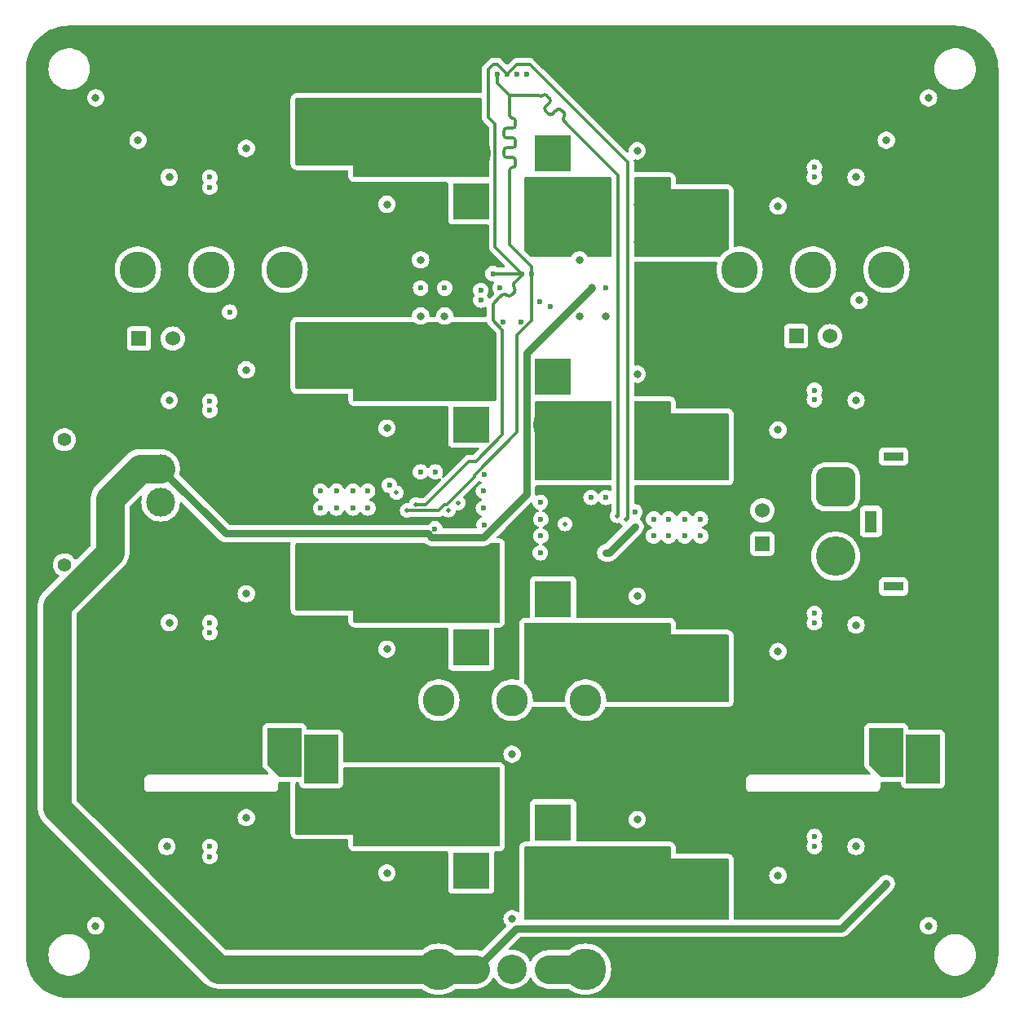
<source format=gbl>
%TF.GenerationSoftware,KiCad,Pcbnew,8.0.5*%
%TF.CreationDate,2025-09-24T23:13:40-07:00*%
%TF.ProjectId,Power8Board V1,506f7765-7238-4426-9f61-72642056312e,rev?*%
%TF.SameCoordinates,Original*%
%TF.FileFunction,Copper,L6,Bot*%
%TF.FilePolarity,Positive*%
%FSLAX46Y46*%
G04 Gerber Fmt 4.6, Leading zero omitted, Abs format (unit mm)*
G04 Created by KiCad (PCBNEW 8.0.5) date 2025-09-24 23:13:40*
%MOMM*%
%LPD*%
G01*
G04 APERTURE LIST*
G04 Aperture macros list*
%AMRoundRect*
0 Rectangle with rounded corners*
0 $1 Rounding radius*
0 $2 $3 $4 $5 $6 $7 $8 $9 X,Y pos of 4 corners*
0 Add a 4 corners polygon primitive as box body*
4,1,4,$2,$3,$4,$5,$6,$7,$8,$9,$2,$3,0*
0 Add four circle primitives for the rounded corners*
1,1,$1+$1,$2,$3*
1,1,$1+$1,$4,$5*
1,1,$1+$1,$6,$7*
1,1,$1+$1,$8,$9*
0 Add four rect primitives between the rounded corners*
20,1,$1+$1,$2,$3,$4,$5,0*
20,1,$1+$1,$4,$5,$6,$7,0*
20,1,$1+$1,$6,$7,$8,$9,0*
20,1,$1+$1,$8,$9,$2,$3,0*%
%AMOutline5P*
0 Free polygon, 5 corners , with rotation*
0 The origin of the aperture is its center*
0 number of corners: always 5*
0 $1 to $10 corner X, Y*
0 $11 Rotation angle, in degrees counterclockwise*
0 create outline with 5 corners*
4,1,5,$1,$2,$3,$4,$5,$6,$7,$8,$9,$10,$1,$2,$11*%
%AMOutline6P*
0 Free polygon, 6 corners , with rotation*
0 The origin of the aperture is its center*
0 number of corners: always 6*
0 $1 to $12 corner X, Y*
0 $13 Rotation angle, in degrees counterclockwise*
0 create outline with 6 corners*
4,1,6,$1,$2,$3,$4,$5,$6,$7,$8,$9,$10,$11,$12,$1,$2,$13*%
%AMOutline7P*
0 Free polygon, 7 corners , with rotation*
0 The origin of the aperture is its center*
0 number of corners: always 7*
0 $1 to $14 corner X, Y*
0 $15 Rotation angle, in degrees counterclockwise*
0 create outline with 7 corners*
4,1,7,$1,$2,$3,$4,$5,$6,$7,$8,$9,$10,$11,$12,$13,$14,$1,$2,$15*%
%AMOutline8P*
0 Free polygon, 8 corners , with rotation*
0 The origin of the aperture is its center*
0 number of corners: always 8*
0 $1 to $16 corner X, Y*
0 $17 Rotation angle, in degrees counterclockwise*
0 create outline with 8 corners*
4,1,8,$1,$2,$3,$4,$5,$6,$7,$8,$9,$10,$11,$12,$13,$14,$15,$16,$1,$2,$17*%
G04 Aperture macros list end*
%TA.AperFunction,ComponentPad*%
%ADD10R,3.800000X3.800000*%
%TD*%
%TA.AperFunction,ComponentPad*%
%ADD11C,4.100000*%
%TD*%
%TA.AperFunction,ComponentPad*%
%ADD12R,1.524000X1.524000*%
%TD*%
%TA.AperFunction,ComponentPad*%
%ADD13C,1.524000*%
%TD*%
%TA.AperFunction,ComponentPad*%
%ADD14R,2.000000X0.900000*%
%TD*%
%TA.AperFunction,ComponentPad*%
%ADD15RoundRect,1.025000X-1.025000X1.025000X-1.025000X-1.025000X1.025000X-1.025000X1.025000X1.025000X0*%
%TD*%
%TA.AperFunction,ComponentPad*%
%ADD16R,1.300000X2.300000*%
%TD*%
%TA.AperFunction,ComponentPad*%
%ADD17C,3.810000*%
%TD*%
%TA.AperFunction,ComponentPad*%
%ADD18R,3.556000X5.080000*%
%TD*%
%TA.AperFunction,ComponentPad*%
%ADD19Outline5P,-2.540000X1.778000X2.540000X1.778000X2.540000X-0.533400X1.295400X-1.778000X-2.540000X-1.778000X270.000000*%
%TD*%
%TA.AperFunction,ComponentPad*%
%ADD20Outline5P,-2.540000X1.778000X1.295400X1.778000X2.540000X0.533400X2.540000X-1.778000X-2.540000X-1.778000X270.000000*%
%TD*%
%TA.AperFunction,ComponentPad*%
%ADD21C,1.400000*%
%TD*%
%TA.AperFunction,ComponentPad*%
%ADD22R,3.000000X3.000000*%
%TD*%
%TA.AperFunction,ComponentPad*%
%ADD23C,3.000000*%
%TD*%
%TA.AperFunction,ComponentPad*%
%ADD24C,3.302000*%
%TD*%
%TA.AperFunction,ComponentPad*%
%ADD25C,4.318000*%
%TD*%
%TA.AperFunction,ComponentPad*%
%ADD26C,2.794000*%
%TD*%
%TA.AperFunction,ComponentPad*%
%ADD27C,3.048000*%
%TD*%
%TA.AperFunction,ViaPad*%
%ADD28C,0.800000*%
%TD*%
%TA.AperFunction,ViaPad*%
%ADD29C,0.600000*%
%TD*%
%TA.AperFunction,ViaPad*%
%ADD30C,0.500000*%
%TD*%
%TA.AperFunction,Conductor*%
%ADD31C,3.000000*%
%TD*%
%TA.AperFunction,Conductor*%
%ADD32C,0.800000*%
%TD*%
%TA.AperFunction,Conductor*%
%ADD33C,0.300000*%
%TD*%
G04 APERTURE END LIST*
D10*
%TO.P,J1,1,NEG*%
%TO.N,GND*%
X145750000Y-116833332D03*
D11*
%TO.P,J1,2,POS*%
%TO.N,+12V{slash}1*%
X145750000Y-111833332D03*
%TD*%
D10*
%TO.P,J5,1,NEG*%
%TO.N,GND*%
X154250000Y-111833332D03*
D11*
%TO.P,J5,2,POS*%
%TO.N,+12V{slash}5*%
X154250000Y-116833332D03*
%TD*%
D10*
%TO.P,J0,1,NEG*%
%TO.N,GND*%
X145750000Y-140000000D03*
D11*
%TO.P,J0,2,POS*%
%TO.N,+12V{slash}0*%
X145750000Y-135000000D03*
%TD*%
D12*
%TO.P,C3,1*%
%TO.N,+48V*%
X179500000Y-84500000D03*
D13*
%TO.P,C3,2*%
%TO.N,GND*%
X183000000Y-84500000D03*
%TD*%
D14*
%TO.P,J10,*%
%TO.N,*%
X189600000Y-97000000D03*
X189600000Y-110500000D03*
D15*
%TO.P,J10,1,NEG*%
%TO.N,GND*%
X183600000Y-100150000D03*
D11*
%TO.P,J10,2,POS*%
%TO.N,+48V*%
X183600000Y-107350000D03*
D16*
%TO.P,J10,3,NC*%
%TO.N,unconnected-(J10-NC-Pad3)*%
X187250000Y-103750000D03*
%TD*%
D10*
%TO.P,J4,1,NEG*%
%TO.N,GND*%
X154250000Y-135000000D03*
D11*
%TO.P,J4,2,POS*%
%TO.N,+12V{slash}4*%
X154250000Y-140000000D03*
%TD*%
D10*
%TO.P,J2,1,NEG*%
%TO.N,GND*%
X145750000Y-93666666D03*
D11*
%TO.P,J2,2,POS*%
%TO.N,+12V{slash}2*%
X145750000Y-88666666D03*
%TD*%
D17*
%TO.P,U1,1,Vin+*%
%TO.N,+48V*%
X173630000Y-77600000D03*
%TO.P,U1,2,On/Off*%
%TO.N,Net-(U1-On{slash}Off)*%
X181250000Y-77600000D03*
%TO.P,U1,3,Vin-*%
%TO.N,GND*%
X188870000Y-77600000D03*
D18*
%TO.P,U1,4,Vout-*%
X192680000Y-128400000D03*
D19*
%TO.P,U1,5,Vout-*%
X188870000Y-127765000D03*
D20*
%TO.P,U1,7,Vout+*%
%TO.N,+12V*%
X173630000Y-127765000D03*
D18*
%TO.P,U1,8,Vout+*%
X169820000Y-128400000D03*
%TD*%
D10*
%TO.P,J3,1,NEG*%
%TO.N,GND*%
X145750000Y-70500000D03*
D11*
%TO.P,J3,2,POS*%
%TO.N,+12V{slash}3*%
X145750000Y-65500000D03*
%TD*%
D10*
%TO.P,J7,1,NEG*%
%TO.N,GND*%
X154250000Y-65500000D03*
D11*
%TO.P,J7,2,POS*%
%TO.N,+12V{slash}7*%
X154250000Y-70500000D03*
%TD*%
D12*
%TO.P,C2,1*%
%TO.N,+48V*%
X111250000Y-84750000D03*
D13*
%TO.P,C2,2*%
%TO.N,GND*%
X114750000Y-84750000D03*
%TD*%
D21*
%TO.P,J9,*%
%TO.N,*%
X103500000Y-108250000D03*
X103500000Y-95250000D03*
D22*
%TO.P,J9,1,Pin_1*%
%TO.N,+12V*%
X113500000Y-105250000D03*
D23*
%TO.P,J9,2,Pin_2*%
%TO.N,GND*%
X113500000Y-101750000D03*
%TO.P,J9,3,Pin_3*%
%TO.N,+5V*%
X113500000Y-98250001D03*
%TD*%
D10*
%TO.P,J6,1,NEG*%
%TO.N,GND*%
X154250000Y-88666666D03*
D11*
%TO.P,J6,2,POS*%
%TO.N,+12V{slash}6*%
X154250000Y-93666666D03*
%TD*%
D24*
%TO.P,U3,1,Vin+*%
%TO.N,+48V*%
X142380000Y-122310000D03*
%TO.P,U3,2,On/Off*%
%TO.N,Net-(U3-On{slash}Off)*%
X150000000Y-122310000D03*
%TO.P,U3,3,Vin-*%
%TO.N,GND*%
X157620000Y-122310000D03*
D25*
%TO.P,U3,4,Vout-*%
X157620000Y-150250000D03*
D26*
%TO.P,U3,5,Sense-*%
X153810000Y-150250000D03*
D27*
%TO.P,U3,6,Trim*%
%TO.N,Net-(U3-Trim)*%
X150000000Y-150250000D03*
D26*
%TO.P,U3,7,Sense+*%
%TO.N,+5V*%
X146190000Y-150250000D03*
D25*
%TO.P,U3,8,Vout+*%
X142380000Y-150250000D03*
%TD*%
D12*
%TO.P,C1,1*%
%TO.N,+48V*%
X176000000Y-106083250D03*
D13*
%TO.P,C1,2*%
%TO.N,GND*%
X176000000Y-102583249D03*
%TD*%
D17*
%TO.P,U2,1,Vin+*%
%TO.N,+48V*%
X111130000Y-77600000D03*
%TO.P,U2,2,On/Off*%
%TO.N,Net-(U2-On{slash}Off)*%
X118750000Y-77600000D03*
%TO.P,U2,3,Vin-*%
%TO.N,GND*%
X126370000Y-77600000D03*
D18*
%TO.P,U2,4,Vout-*%
X130180000Y-128400000D03*
D19*
%TO.P,U2,5,Vout-*%
X126370000Y-127765000D03*
D20*
%TO.P,U2,7,Vout+*%
%TO.N,+12V*%
X111130000Y-127765000D03*
D18*
%TO.P,U2,8,Vout+*%
X107320000Y-128400000D03*
%TD*%
D28*
%TO.N,+12V*%
X104000000Y-142750000D03*
X110000000Y-148750000D03*
X176125000Y-149000000D03*
X104000000Y-62750000D03*
X104000000Y-83750000D03*
X104000000Y-102000000D03*
X162250000Y-149000000D03*
X190000000Y-149000000D03*
X196000000Y-142750000D03*
X196000000Y-126750000D03*
X196000000Y-110750000D03*
X196000000Y-94750000D03*
X196000000Y-78750000D03*
X196000000Y-62750000D03*
X190000000Y-56750000D03*
X174000000Y-56750000D03*
X158000000Y-56750000D03*
X142000000Y-56750000D03*
X126000000Y-56750000D03*
X110000000Y-56750000D03*
D29*
%TO.N,+12V{slash}4*%
X154250000Y-143750000D03*
X163000000Y-143750000D03*
X170500000Y-143750000D03*
X163000000Y-140311402D03*
X170500000Y-139913000D03*
%TO.N,+12V{slash}5*%
X154250000Y-120750000D03*
X163000000Y-120750000D03*
X163000000Y-117113402D03*
X170500000Y-120750000D03*
X170500000Y-116746332D03*
%TO.N,+12V{slash}6*%
X154250000Y-98250000D03*
X163000000Y-97750000D03*
X163000000Y-94056701D03*
X170500000Y-97750000D03*
X170500000Y-93579666D03*
D28*
%TO.N,GND*%
X137000000Y-94056701D03*
D29*
X118600001Y-68000000D03*
X181399999Y-91100000D03*
D28*
X163000000Y-88443299D03*
X150000000Y-127912500D03*
D29*
X118600001Y-137500000D03*
X149050001Y-83000000D03*
D28*
X193242462Y-59757538D03*
D29*
X133450000Y-100600000D03*
X140475000Y-98600000D03*
D28*
X177604999Y-71000000D03*
D29*
X159750000Y-101250000D03*
D28*
X106757538Y-145742462D03*
D29*
X181399999Y-68000000D03*
X152975000Y-103500000D03*
X120662500Y-82000000D03*
X118600001Y-114250000D03*
X133475000Y-102350000D03*
D28*
X106757538Y-59757538D03*
D30*
X155500000Y-104000000D03*
D28*
X137000000Y-117000000D03*
D29*
X154000000Y-81449999D03*
D28*
X137000000Y-70802001D03*
X177605000Y-94250000D03*
D29*
X181399999Y-137500000D03*
D28*
X143000000Y-82412500D03*
D29*
X166250000Y-105250000D03*
X147025000Y-100600000D03*
X118600001Y-91250000D03*
X137250000Y-99975000D03*
X162750000Y-102750000D03*
D28*
X163000000Y-134698000D03*
X157000000Y-82427100D03*
X163000000Y-65250000D03*
X163000000Y-111500000D03*
D30*
X144430000Y-101820000D03*
D29*
X148750000Y-79500000D03*
D28*
X140500000Y-82412500D03*
D29*
X181399999Y-114250000D03*
D28*
X122395001Y-134500000D03*
X177605000Y-140500000D03*
X159750000Y-82427100D03*
X122395001Y-65000000D03*
X150000000Y-145000000D03*
X122395001Y-88000000D03*
D29*
X147025000Y-102350000D03*
D28*
X137000000Y-140250000D03*
D29*
X152975000Y-105250000D03*
D30*
X143400674Y-102575002D03*
D29*
X166250000Y-103500000D03*
D28*
X186040470Y-80790470D03*
X193242462Y-145742462D03*
X122395001Y-111250000D03*
D29*
X151500000Y-57275000D03*
D28*
X177605000Y-117250000D03*
%TO.N,+48V*%
X111145235Y-64145235D03*
X140500000Y-76572900D03*
%TO.N,+12V{slash}0*%
X137000000Y-134636598D03*
X137000000Y-132000000D03*
X145750000Y-131000000D03*
X129500000Y-135087000D03*
X129500000Y-132250000D03*
%TO.N,+12V{slash}1*%
X129500000Y-111837000D03*
X145750000Y-107750000D03*
X129500000Y-107750000D03*
X137000000Y-107750000D03*
X137000000Y-111386598D03*
%TO.N,+12V{slash}2*%
X137000000Y-85000000D03*
X145750000Y-85000000D03*
X129500000Y-88753666D03*
X137000000Y-88443299D03*
X129500000Y-85000000D03*
%TO.N,+12V{slash}3*%
X129500000Y-61750000D03*
X137000000Y-61750000D03*
X137000000Y-65188599D03*
X145750000Y-61750000D03*
X129500000Y-65587000D03*
%TO.N,+12V{slash}7*%
X154250000Y-74500000D03*
X170500000Y-70413000D03*
X170500000Y-74750000D03*
X163000000Y-74750000D03*
X163000000Y-70863402D03*
%TO.N,+3.3V*%
X188854765Y-64145235D03*
X114390000Y-91166666D03*
X185720000Y-91166666D03*
D29*
X142025000Y-98600000D03*
D28*
X157000000Y-76572900D03*
D29*
X141984999Y-104500000D03*
D28*
X185720000Y-68000000D03*
X114390000Y-68000000D03*
X114140000Y-137500000D03*
D29*
X158200000Y-101250000D03*
X150949999Y-83000000D03*
D28*
X185720000Y-137500000D03*
X185720000Y-114500000D03*
X114390000Y-114250000D03*
D29*
X150500000Y-57275000D03*
%TO.N,+3.3VA{slash}2*%
X159709999Y-107000000D03*
X162775000Y-104275000D03*
D30*
%TO.N,SDA*%
X140000000Y-102000000D03*
D29*
X149500000Y-57275000D03*
D30*
X161874614Y-103524010D03*
D29*
X151000000Y-78000000D03*
X148000000Y-78000000D03*
D30*
%TO.N,SCL*%
X160900000Y-103160000D03*
X139100000Y-102600000D03*
D29*
X148500000Y-57275000D03*
X152062164Y-78000000D03*
%TO.N,/Voltage Sensing/AIN0*%
X140500000Y-79500000D03*
X146750000Y-79750000D03*
%TO.N,/Voltage Sensing/AIN1*%
X146750000Y-80750000D03*
X143000000Y-79500000D03*
D28*
%TO.N,+5V*%
X188854765Y-141354765D03*
X158250000Y-79500000D03*
D29*
%TO.N,/Voltage Sensing/AIN2*%
X152833423Y-80897540D03*
X159750000Y-79500000D03*
%TO.N,/Current Sensing/INA240 Current Sensor 1/OUT1*%
X118600001Y-115303602D03*
X147075000Y-98850000D03*
%TO.N,/Current Sensing/INA240 Current Sensor 2/OUT2*%
X118600001Y-92220268D03*
X130100000Y-100600000D03*
%TO.N,/Current Sensing/INA240 Current Sensor 3/OUT3*%
X118600001Y-69053602D03*
X130100000Y-102350000D03*
%TO.N,/Current Sensing/INA240 Current Sensor 4/OUT4*%
X181399999Y-136446398D03*
X152925000Y-101750000D03*
%TO.N,/Current Sensing/INA240 Current Sensor 5/OUT5*%
X181399999Y-113279729D03*
X152925000Y-107000000D03*
%TO.N,/Current Sensing/INA240 Current Sensor 6/OUT6*%
X181399999Y-90113063D03*
X167925000Y-105250000D03*
%TO.N,/Current Sensing/INA240 Current Sensor 7/OUT7*%
X181399999Y-66946397D03*
X167900000Y-103500000D03*
%TO.N,/Current Sensing/INA240 Current Sensor 0/OUT0*%
X118600001Y-138553602D03*
X147075000Y-104100000D03*
%TO.N,Net-(U12-AIN2)*%
X131750000Y-100600000D03*
X135000000Y-100600000D03*
%TO.N,Net-(U12-AIN3)*%
X135025000Y-102350000D03*
D30*
X138000000Y-100750000D03*
D29*
X131750000Y-102350000D03*
%TO.N,Net-(U13-AIN2)*%
X169575000Y-105250000D03*
X164700000Y-105250000D03*
%TO.N,Net-(U13-AIN3)*%
X169550000Y-103500000D03*
X164700000Y-103500000D03*
%TD*%
D31*
%TO.N,GND*%
X153810000Y-150250000D02*
X157620000Y-150250000D01*
D32*
%TO.N,+5V*%
X150450000Y-145990000D02*
X146190000Y-150250000D01*
X184219530Y-145990000D02*
X150450000Y-145990000D01*
X188854765Y-141354765D02*
X184219530Y-145990000D01*
D31*
X102750000Y-112500000D02*
X108250000Y-107000000D01*
X102750000Y-133500000D02*
X102750000Y-112500000D01*
X111378680Y-98250001D02*
X113500000Y-98250001D01*
X119500000Y-150250000D02*
X102750000Y-133500000D01*
X108250000Y-107000000D02*
X108250000Y-101378681D01*
X142380000Y-150250000D02*
X119500000Y-150250000D01*
X108250000Y-101378681D02*
X111378680Y-98250001D01*
X142380000Y-150250000D02*
X146190000Y-150250000D01*
D32*
%TO.N,+3.3VA{slash}2*%
X159709999Y-107000000D02*
X160050000Y-107000000D01*
X160050000Y-107000000D02*
X162775000Y-104275000D01*
D33*
%TO.N,SDA*%
X148475000Y-56250000D02*
X149500000Y-57275000D01*
X148000000Y-82869238D02*
X149000000Y-83869238D01*
X150209619Y-79949570D02*
X149926776Y-80232414D01*
X148475000Y-56250000D02*
X148000000Y-56250000D01*
X148250000Y-62500000D02*
X147500000Y-61750000D01*
X149000000Y-83869238D02*
X149000000Y-94750000D01*
X148250000Y-75250000D02*
X148250000Y-62500000D01*
X148936828Y-80232413D02*
X148653984Y-80515256D01*
X148653984Y-80515256D02*
X148000000Y-81169239D01*
X149000000Y-94750000D02*
X146250000Y-97500000D01*
X148000000Y-82750000D02*
X148000000Y-82869238D01*
X148000000Y-78000000D02*
X151000000Y-78000000D01*
X146250000Y-97500000D02*
X145500000Y-97500000D01*
X151000000Y-78000000D02*
X151000000Y-78169239D01*
X148000000Y-81169239D02*
X148000000Y-82750000D01*
X147500000Y-61750000D02*
X147500000Y-56750000D01*
X145500000Y-97500000D02*
X141000000Y-102000000D01*
X151000000Y-78000000D02*
X148250000Y-75250000D01*
X151000000Y-78169239D02*
X150209619Y-78959620D01*
X148000000Y-56250000D02*
X147500000Y-56750000D01*
X141000000Y-102000000D02*
X140000000Y-102000000D01*
X150209618Y-79454596D02*
G75*
G02*
X150209636Y-79949586I-247518J-247504D01*
G01*
X149431802Y-80232413D02*
G75*
G03*
X148936828Y-80232413I-247487J-247492D01*
G01*
X150209619Y-78959620D02*
G75*
G03*
X150209626Y-79454587I247481J-247480D01*
G01*
X149926776Y-80232414D02*
G75*
G02*
X149431812Y-80232403I-247476J247514D01*
G01*
%TO.N,SCL*%
X161000000Y-103060000D02*
X160900000Y-103160000D01*
X149750000Y-65952580D02*
X150050000Y-65952580D01*
X153684595Y-60454595D02*
X153472462Y-60666727D01*
X150350000Y-66252580D02*
X150350000Y-66672580D01*
X149150000Y-65232580D02*
X149150000Y-65652580D01*
X149750000Y-63912580D02*
X150050000Y-63912580D01*
X155381651Y-62151650D02*
X155699848Y-62469848D01*
X146065000Y-99115097D02*
X143180097Y-102000000D01*
X149750000Y-59500000D02*
X152249649Y-59500000D01*
X149750000Y-75000000D02*
X152062164Y-77312164D01*
X150350000Y-64212580D02*
X150350000Y-64632580D01*
X149750000Y-67692580D02*
X149750000Y-68000000D01*
X150050000Y-64932580D02*
X149750000Y-64932580D01*
X149750000Y-59500000D02*
X149750000Y-61572580D01*
X150500000Y-84369238D02*
X150500000Y-94500000D01*
X152249649Y-59500000D02*
X152730000Y-59500000D01*
X153896726Y-60242462D02*
X153684594Y-60454595D01*
X154427056Y-61197056D02*
X154639187Y-60984922D01*
X155699848Y-62469848D02*
X155990000Y-62760000D01*
X142400000Y-102600000D02*
X139100000Y-102600000D01*
X152000000Y-82869238D02*
X150500000Y-84369238D01*
X152062164Y-78000000D02*
X152000000Y-78062164D01*
X149750000Y-68000000D02*
X149750000Y-75000000D01*
X149450000Y-63912580D02*
X149750000Y-63912580D01*
X146065000Y-98935000D02*
X146065000Y-99115097D01*
X153578528Y-59500000D02*
X153896726Y-59818198D01*
X153684594Y-60454595D02*
X153684595Y-60454595D01*
X152000000Y-78062164D02*
X152000000Y-82869238D01*
X153472462Y-61090991D02*
X153790660Y-61409189D01*
X155990000Y-62760000D02*
X161000000Y-67770000D01*
X148500000Y-58250000D02*
X148500000Y-57275000D01*
X150500000Y-94500000D02*
X146065000Y-98935000D01*
X154214924Y-61409189D02*
X154427056Y-61197056D01*
X149750000Y-59500000D02*
X148500000Y-58250000D01*
X143180097Y-102000000D02*
X143000000Y-102000000D01*
X149450000Y-65952580D02*
X149750000Y-65952580D01*
X143000000Y-102000000D02*
X142400000Y-102600000D01*
X152062164Y-77312164D02*
X152062164Y-78000000D01*
X149750000Y-67272580D02*
X149750000Y-67692580D01*
X150350000Y-62172580D02*
X150350000Y-62592580D01*
X149750000Y-64932580D02*
X149450000Y-64932580D01*
X149150000Y-63192580D02*
X149150000Y-63612580D01*
X161000000Y-67770000D02*
X161000000Y-103060000D01*
X155063453Y-60984924D02*
X155381651Y-61303122D01*
X149750000Y-62892580D02*
X149450000Y-62892580D01*
X150050000Y-62892580D02*
X149750000Y-62892580D01*
X149450000Y-62892580D02*
G75*
G03*
X149149980Y-63192580I0J-300020D01*
G01*
X150050000Y-63912580D02*
G75*
G02*
X150350020Y-64212580I0J-300020D01*
G01*
X155381651Y-61727386D02*
G75*
G03*
X155381669Y-62151632I212149J-212114D01*
G01*
X150050000Y-66972580D02*
G75*
G03*
X149749980Y-67272580I0J-300020D01*
G01*
X149150000Y-63612580D02*
G75*
G03*
X149450000Y-63912600I300000J-20D01*
G01*
X155381651Y-61303122D02*
G75*
G02*
X155381697Y-61727432I-212151J-212178D01*
G01*
X153154264Y-59500000D02*
G75*
G02*
X153578528Y-59500000I212132J-212132D01*
G01*
X152730000Y-59500000D02*
G75*
G03*
X153154264Y-59500000I212132J212132D01*
G01*
X150050000Y-65952580D02*
G75*
G02*
X150350020Y-66252580I0J-300020D01*
G01*
X154639187Y-60984922D02*
G75*
G02*
X155063434Y-60984943I212113J-212178D01*
G01*
X150350000Y-62592580D02*
G75*
G02*
X150050000Y-62892600I-300000J-20D01*
G01*
X149450000Y-64932580D02*
G75*
G03*
X149149980Y-65232580I0J-300020D01*
G01*
X153790660Y-61409189D02*
G75*
G03*
X154214924Y-61409189I212132J212132D01*
G01*
X153472462Y-60666727D02*
G75*
G03*
X153472421Y-61091032I212138J-212173D01*
G01*
X150350000Y-66672580D02*
G75*
G02*
X150050000Y-66972600I-300000J-20D01*
G01*
X153896726Y-59818198D02*
G75*
G02*
X153896696Y-60242432I-212126J-212102D01*
G01*
X149150000Y-65652580D02*
G75*
G03*
X149450000Y-65952600I300000J-20D01*
G01*
X149750000Y-61572580D02*
G75*
G03*
X150050000Y-61872600I300000J-20D01*
G01*
X150050000Y-61872580D02*
G75*
G02*
X150350020Y-62172580I0J-300020D01*
G01*
X150350000Y-64632580D02*
G75*
G02*
X150050000Y-64932600I-300000J-20D01*
G01*
D32*
%TO.N,+5V*%
X151500000Y-100933651D02*
X147043651Y-105390000D01*
X120249999Y-105000000D02*
X113500000Y-98250001D01*
X141226348Y-105000000D02*
X120249999Y-105000000D01*
X141616348Y-105390000D02*
X141226348Y-105000000D01*
X158250000Y-79500000D02*
X151500000Y-86250000D01*
X151500000Y-86250000D02*
X151500000Y-100933651D01*
X147043651Y-105390000D02*
X141616348Y-105390000D01*
D33*
%TO.N,SDA*%
X150525000Y-56250000D02*
X149500000Y-57275000D01*
X162000000Y-66434951D02*
X151815049Y-56250000D01*
X162000000Y-103398624D02*
X162000000Y-66434951D01*
X151815049Y-56250000D02*
X150525000Y-56250000D01*
X161874614Y-103524010D02*
X162000000Y-103398624D01*
%TD*%
%TA.AperFunction,Conductor*%
%TO.N,+12V{slash}2*%
G36*
X139829076Y-83019685D02*
G01*
X139854187Y-83041028D01*
X139894129Y-83085388D01*
X140047265Y-83196648D01*
X140047270Y-83196651D01*
X140220192Y-83273642D01*
X140220197Y-83273644D01*
X140405354Y-83313000D01*
X140405355Y-83313000D01*
X140594644Y-83313000D01*
X140594646Y-83313000D01*
X140779803Y-83273644D01*
X140952730Y-83196651D01*
X141105871Y-83085388D01*
X141145813Y-83041027D01*
X141205300Y-83004379D01*
X141237963Y-83000000D01*
X142262037Y-83000000D01*
X142329076Y-83019685D01*
X142354187Y-83041028D01*
X142394129Y-83085388D01*
X142547265Y-83196648D01*
X142547270Y-83196651D01*
X142720192Y-83273642D01*
X142720197Y-83273644D01*
X142905354Y-83313000D01*
X142905355Y-83313000D01*
X143094644Y-83313000D01*
X143094646Y-83313000D01*
X143279803Y-83273644D01*
X143452730Y-83196651D01*
X143605871Y-83085388D01*
X143645813Y-83041027D01*
X143705300Y-83004379D01*
X143737963Y-83000000D01*
X147267214Y-83000000D01*
X147334253Y-83019685D01*
X147380008Y-83072489D01*
X147381775Y-83076548D01*
X147423532Y-83177361D01*
X147423535Y-83177365D01*
X147487864Y-83273642D01*
X147494726Y-83283911D01*
X147494727Y-83283912D01*
X148313181Y-84102365D01*
X148346666Y-84163688D01*
X148349500Y-84190046D01*
X148349500Y-91126000D01*
X148329815Y-91193039D01*
X148277011Y-91238794D01*
X148225500Y-91250000D01*
X133624000Y-91250000D01*
X133556961Y-91230315D01*
X133511206Y-91177511D01*
X133500000Y-91126000D01*
X133500000Y-90000000D01*
X127624000Y-90000000D01*
X127556961Y-89980315D01*
X127511206Y-89927511D01*
X127500000Y-89876000D01*
X127500000Y-83124000D01*
X127519685Y-83056961D01*
X127572489Y-83011206D01*
X127624000Y-83000000D01*
X139762037Y-83000000D01*
X139829076Y-83019685D01*
G37*
%TD.AperFunction*%
%TD*%
%TA.AperFunction,Conductor*%
%TO.N,+12V{slash}1*%
G36*
X140968526Y-106019685D02*
G01*
X140989169Y-106036320D01*
X141042309Y-106089461D01*
X141042313Y-106089464D01*
X141189794Y-106188009D01*
X141189807Y-106188016D01*
X141312711Y-106238923D01*
X141353682Y-106255894D01*
X141396283Y-106264368D01*
X141527653Y-106290500D01*
X141527656Y-106290500D01*
X147132344Y-106290500D01*
X147132345Y-106290499D01*
X147306317Y-106255895D01*
X147388257Y-106221953D01*
X147470198Y-106188013D01*
X147470200Y-106188011D01*
X147470203Y-106188010D01*
X147558606Y-106128939D01*
X147558606Y-106128938D01*
X147558610Y-106128936D01*
X147617687Y-106089464D01*
X147670832Y-106036319D01*
X147732155Y-106002834D01*
X147758513Y-106000000D01*
X148626000Y-106000000D01*
X148693039Y-106019685D01*
X148738794Y-106072489D01*
X148750000Y-106124000D01*
X148750000Y-114126000D01*
X148730315Y-114193039D01*
X148677511Y-114238794D01*
X148626000Y-114250000D01*
X133624000Y-114250000D01*
X133556961Y-114230315D01*
X133511206Y-114177511D01*
X133500000Y-114126000D01*
X133500000Y-113000000D01*
X127624000Y-113000000D01*
X127556961Y-112980315D01*
X127511206Y-112927511D01*
X127500000Y-112876000D01*
X127500000Y-106124000D01*
X127519685Y-106056961D01*
X127572489Y-106011206D01*
X127624000Y-106000000D01*
X140901487Y-106000000D01*
X140968526Y-106019685D01*
G37*
%TD.AperFunction*%
%TD*%
%TA.AperFunction,Conductor*%
%TO.N,+12V{slash}3*%
G36*
X146792539Y-59769685D02*
G01*
X146838294Y-59822489D01*
X146849500Y-59874000D01*
X146849500Y-61814070D01*
X146861521Y-61874499D01*
X146861521Y-61874501D01*
X146874497Y-61939736D01*
X146874499Y-61939744D01*
X146923534Y-62058125D01*
X146994726Y-62164673D01*
X146994727Y-62164674D01*
X147563181Y-62733126D01*
X147596666Y-62794449D01*
X147599500Y-62820807D01*
X147599500Y-67876000D01*
X147579815Y-67943039D01*
X147527011Y-67988794D01*
X147475500Y-68000000D01*
X133624000Y-68000000D01*
X133556961Y-67980315D01*
X133511206Y-67927511D01*
X133500000Y-67876000D01*
X133500000Y-66750000D01*
X127624000Y-66750000D01*
X127556961Y-66730315D01*
X127511206Y-66677511D01*
X127500000Y-66626000D01*
X127500000Y-59874000D01*
X127519685Y-59806961D01*
X127572489Y-59761206D01*
X127624000Y-59750000D01*
X146725500Y-59750000D01*
X146792539Y-59769685D01*
G37*
%TD.AperFunction*%
%TD*%
%TA.AperFunction,Conductor*%
%TO.N,+12V{slash}7*%
G36*
X160292539Y-68019685D02*
G01*
X160338294Y-68072489D01*
X160349500Y-68124000D01*
X160349500Y-76126000D01*
X160329815Y-76193039D01*
X160277011Y-76238794D01*
X160225500Y-76250000D01*
X157924973Y-76250000D01*
X157857934Y-76230315D01*
X157817586Y-76188000D01*
X157781790Y-76126000D01*
X157732533Y-76040684D01*
X157605871Y-75900012D01*
X157605870Y-75900011D01*
X157452734Y-75788751D01*
X157452729Y-75788748D01*
X157279807Y-75711757D01*
X157279802Y-75711755D01*
X157134001Y-75680765D01*
X157094646Y-75672400D01*
X156905354Y-75672400D01*
X156872897Y-75679298D01*
X156720197Y-75711755D01*
X156720192Y-75711757D01*
X156547270Y-75788748D01*
X156547265Y-75788751D01*
X156394129Y-75900011D01*
X156267466Y-76040685D01*
X156182414Y-76188000D01*
X156131847Y-76236216D01*
X156075027Y-76250000D01*
X151971308Y-76250000D01*
X151904269Y-76230315D01*
X151883627Y-76213681D01*
X151286319Y-75616373D01*
X151252834Y-75555050D01*
X151250000Y-75528692D01*
X151250000Y-68124000D01*
X151269685Y-68056961D01*
X151322489Y-68011206D01*
X151374000Y-68000000D01*
X160225500Y-68000000D01*
X160292539Y-68019685D01*
G37*
%TD.AperFunction*%
%TA.AperFunction,Conductor*%
G36*
X166443039Y-68019685D02*
G01*
X166488794Y-68072489D01*
X166500000Y-68124000D01*
X166500000Y-69250000D01*
X172376000Y-69250000D01*
X172443039Y-69269685D01*
X172488794Y-69322489D01*
X172500000Y-69374000D01*
X172500000Y-75402845D01*
X172480315Y-75469884D01*
X172435738Y-75511507D01*
X172338517Y-75564955D01*
X172093653Y-75742859D01*
X172093643Y-75742867D01*
X171873001Y-75950064D01*
X171680059Y-76183290D01*
X171674251Y-76192443D01*
X171621709Y-76238499D01*
X171569555Y-76250000D01*
X162774500Y-76250000D01*
X162707461Y-76230315D01*
X162661706Y-76177511D01*
X162650500Y-76126000D01*
X162650500Y-68124000D01*
X162670185Y-68056961D01*
X162722989Y-68011206D01*
X162774500Y-68000000D01*
X166376000Y-68000000D01*
X166443039Y-68019685D01*
G37*
%TD.AperFunction*%
%TD*%
%TA.AperFunction,Conductor*%
%TO.N,+12V{slash}0*%
G36*
X148693039Y-129269685D02*
G01*
X148738794Y-129322489D01*
X148750000Y-129374000D01*
X148750000Y-137376000D01*
X148730315Y-137443039D01*
X148677511Y-137488794D01*
X148626000Y-137500000D01*
X133624000Y-137500000D01*
X133556961Y-137480315D01*
X133511206Y-137427511D01*
X133500000Y-137376000D01*
X133500000Y-136250000D01*
X127624000Y-136250000D01*
X127556961Y-136230315D01*
X127511206Y-136177511D01*
X127500000Y-136126000D01*
X127500000Y-130929499D01*
X127519685Y-130862460D01*
X127572489Y-130816705D01*
X127623999Y-130805499D01*
X127777501Y-130805499D01*
X127844540Y-130825184D01*
X127890295Y-130877988D01*
X127901501Y-130929499D01*
X127901501Y-130987876D01*
X127907908Y-131047483D01*
X127958202Y-131182328D01*
X127958206Y-131182335D01*
X128044452Y-131297544D01*
X128044455Y-131297547D01*
X128159664Y-131383793D01*
X128159671Y-131383797D01*
X128294517Y-131434091D01*
X128294516Y-131434091D01*
X128301444Y-131434835D01*
X128354127Y-131440500D01*
X132005872Y-131440499D01*
X132065483Y-131434091D01*
X132200331Y-131383796D01*
X132315546Y-131297546D01*
X132401796Y-131182331D01*
X132452091Y-131047483D01*
X132458500Y-130987873D01*
X132458500Y-129374000D01*
X132478185Y-129306961D01*
X132530989Y-129261206D01*
X132582500Y-129250000D01*
X148626000Y-129250000D01*
X148693039Y-129269685D01*
G37*
%TD.AperFunction*%
%TD*%
%TA.AperFunction,Conductor*%
%TO.N,+12V{slash}6*%
G36*
X160292539Y-91269685D02*
G01*
X160338294Y-91322489D01*
X160349500Y-91374000D01*
X160349500Y-99376000D01*
X160329815Y-99443039D01*
X160277011Y-99488794D01*
X160225500Y-99500000D01*
X152524500Y-99500000D01*
X152457461Y-99480315D01*
X152411706Y-99427511D01*
X152400500Y-99376000D01*
X152400500Y-91374000D01*
X152420185Y-91306961D01*
X152472989Y-91261206D01*
X152524500Y-91250000D01*
X160225500Y-91250000D01*
X160292539Y-91269685D01*
G37*
%TD.AperFunction*%
%TA.AperFunction,Conductor*%
G36*
X166443039Y-91269685D02*
G01*
X166488794Y-91322489D01*
X166500000Y-91374000D01*
X166500000Y-92500000D01*
X172376000Y-92500000D01*
X172443039Y-92519685D01*
X172488794Y-92572489D01*
X172500000Y-92624000D01*
X172500000Y-99376000D01*
X172480315Y-99443039D01*
X172427511Y-99488794D01*
X172376000Y-99500000D01*
X162774500Y-99500000D01*
X162707461Y-99480315D01*
X162661706Y-99427511D01*
X162650500Y-99376000D01*
X162650500Y-91374000D01*
X162670185Y-91306961D01*
X162722989Y-91261206D01*
X162774500Y-91250000D01*
X166376000Y-91250000D01*
X166443039Y-91269685D01*
G37*
%TD.AperFunction*%
%TD*%
%TA.AperFunction,Conductor*%
%TO.N,+12V{slash}5*%
G36*
X166443039Y-114269685D02*
G01*
X166488794Y-114322489D01*
X166500000Y-114374000D01*
X166500000Y-115500000D01*
X172376000Y-115500000D01*
X172443039Y-115519685D01*
X172488794Y-115572489D01*
X172500000Y-115624000D01*
X172500000Y-122376000D01*
X172480315Y-122443039D01*
X172427511Y-122488794D01*
X172376000Y-122500000D01*
X159896302Y-122500000D01*
X159829263Y-122480315D01*
X159783508Y-122427511D01*
X159772591Y-122367537D01*
X159776527Y-122310000D01*
X159756441Y-122016353D01*
X159735766Y-121916860D01*
X159696560Y-121728187D01*
X159696555Y-121728170D01*
X159597991Y-121450838D01*
X159597991Y-121450837D01*
X159462579Y-121189503D01*
X159292842Y-120949042D01*
X159292837Y-120949036D01*
X159091940Y-120733929D01*
X158863623Y-120548179D01*
X158612141Y-120395250D01*
X158342178Y-120277989D01*
X158058764Y-120198580D01*
X158058759Y-120198579D01*
X158058758Y-120198579D01*
X157912962Y-120178539D01*
X157767168Y-120158500D01*
X157767167Y-120158500D01*
X157472833Y-120158500D01*
X157472832Y-120158500D01*
X157181242Y-120198579D01*
X157181235Y-120198580D01*
X156897821Y-120277989D01*
X156627858Y-120395250D01*
X156376376Y-120548179D01*
X156148059Y-120733929D01*
X155947162Y-120949036D01*
X155947162Y-120949037D01*
X155777421Y-121189502D01*
X155642008Y-121450838D01*
X155543444Y-121728170D01*
X155543439Y-121728187D01*
X155483559Y-122016350D01*
X155483558Y-122016352D01*
X155463473Y-122309999D01*
X155467409Y-122367537D01*
X155452345Y-122435764D01*
X155402787Y-122485016D01*
X155343698Y-122500000D01*
X152276302Y-122500000D01*
X152209263Y-122480315D01*
X152163508Y-122427511D01*
X152152591Y-122367537D01*
X152156527Y-122310000D01*
X152136441Y-122016353D01*
X152115766Y-121916860D01*
X152076560Y-121728187D01*
X152076555Y-121728170D01*
X151977991Y-121450838D01*
X151977991Y-121450837D01*
X151842579Y-121189503D01*
X151672842Y-120949042D01*
X151672837Y-120949036D01*
X151597218Y-120868069D01*
X151471944Y-120733933D01*
X151372709Y-120653198D01*
X151295744Y-120590582D01*
X151256164Y-120533004D01*
X151250000Y-120494394D01*
X151250000Y-114374000D01*
X151269685Y-114306961D01*
X151322489Y-114261206D01*
X151374000Y-114250000D01*
X166376000Y-114250000D01*
X166443039Y-114269685D01*
G37*
%TD.AperFunction*%
%TD*%
%TA.AperFunction,Conductor*%
%TO.N,+12V{slash}4*%
G36*
X166443039Y-137519685D02*
G01*
X166488794Y-137572489D01*
X166500000Y-137624000D01*
X166500000Y-138750000D01*
X172376000Y-138750000D01*
X172443039Y-138769685D01*
X172488794Y-138822489D01*
X172500000Y-138874000D01*
X172500000Y-144965500D01*
X172480315Y-145032539D01*
X172427511Y-145078294D01*
X172376000Y-145089500D01*
X151374000Y-145089500D01*
X151306961Y-145069815D01*
X151261206Y-145017011D01*
X151250000Y-144965500D01*
X151250000Y-137624000D01*
X151269685Y-137556961D01*
X151322489Y-137511206D01*
X151374000Y-137500000D01*
X166376000Y-137500000D01*
X166443039Y-137519685D01*
G37*
%TD.AperFunction*%
%TD*%
%TA.AperFunction,Conductor*%
%TO.N,+12V*%
G36*
X196002702Y-52250617D02*
G01*
X196386771Y-52267386D01*
X196397506Y-52268326D01*
X196775971Y-52318152D01*
X196786597Y-52320025D01*
X197159284Y-52402648D01*
X197169710Y-52405442D01*
X197533765Y-52520227D01*
X197543911Y-52523920D01*
X197896578Y-52670000D01*
X197906369Y-52674566D01*
X198244942Y-52850816D01*
X198254310Y-52856224D01*
X198576244Y-53061318D01*
X198585105Y-53067523D01*
X198887930Y-53299889D01*
X198896217Y-53306843D01*
X199177635Y-53564715D01*
X199185284Y-53572364D01*
X199443156Y-53853782D01*
X199450110Y-53862069D01*
X199682476Y-54164894D01*
X199688681Y-54173755D01*
X199893775Y-54495689D01*
X199899183Y-54505057D01*
X200075430Y-54843623D01*
X200080002Y-54853427D01*
X200226075Y-55206078D01*
X200229775Y-55216244D01*
X200344554Y-55580278D01*
X200347354Y-55590727D01*
X200429971Y-55963389D01*
X200431849Y-55974042D01*
X200481671Y-56352473D01*
X200482614Y-56363249D01*
X200499382Y-56747297D01*
X200499500Y-56752706D01*
X200499500Y-148747293D01*
X200499382Y-148752702D01*
X200482614Y-149136750D01*
X200481671Y-149147526D01*
X200431849Y-149525957D01*
X200429971Y-149536610D01*
X200347354Y-149909272D01*
X200344554Y-149919721D01*
X200229775Y-150283755D01*
X200226075Y-150293921D01*
X200080002Y-150646572D01*
X200075430Y-150656376D01*
X199899183Y-150994942D01*
X199893775Y-151004310D01*
X199688681Y-151326244D01*
X199682476Y-151335105D01*
X199450110Y-151637930D01*
X199443156Y-151646217D01*
X199185284Y-151927635D01*
X199177635Y-151935284D01*
X198896217Y-152193156D01*
X198887930Y-152200110D01*
X198585105Y-152432476D01*
X198576244Y-152438681D01*
X198254310Y-152643775D01*
X198244942Y-152649183D01*
X197906376Y-152825430D01*
X197896572Y-152830002D01*
X197543921Y-152976075D01*
X197533755Y-152979775D01*
X197169721Y-153094554D01*
X197159272Y-153097354D01*
X196786610Y-153179971D01*
X196775957Y-153181849D01*
X196397526Y-153231671D01*
X196386750Y-153232614D01*
X196002703Y-153249382D01*
X195997294Y-153249500D01*
X104002706Y-153249500D01*
X103997297Y-153249382D01*
X103613249Y-153232614D01*
X103602473Y-153231671D01*
X103224042Y-153181849D01*
X103213389Y-153179971D01*
X102840727Y-153097354D01*
X102830278Y-153094554D01*
X102466244Y-152979775D01*
X102456078Y-152976075D01*
X102103427Y-152830002D01*
X102093623Y-152825430D01*
X101755057Y-152649183D01*
X101745689Y-152643775D01*
X101423755Y-152438681D01*
X101414894Y-152432476D01*
X101112069Y-152200110D01*
X101103782Y-152193156D01*
X100822364Y-151935284D01*
X100814715Y-151927635D01*
X100556843Y-151646217D01*
X100549889Y-151637930D01*
X100317523Y-151335105D01*
X100311318Y-151326244D01*
X100106224Y-151004310D01*
X100100816Y-150994942D01*
X100053849Y-150904720D01*
X99924566Y-150656369D01*
X99919997Y-150646572D01*
X99773920Y-150293911D01*
X99770224Y-150283755D01*
X99655442Y-149919710D01*
X99652648Y-149909284D01*
X99570025Y-149536597D01*
X99568152Y-149525971D01*
X99518326Y-149147506D01*
X99517386Y-149136771D01*
X99500618Y-148752702D01*
X99500559Y-148750000D01*
X101844475Y-148750000D01*
X101864551Y-149043511D01*
X101864552Y-149043513D01*
X101924404Y-149331543D01*
X101924409Y-149331559D01*
X102022927Y-149608762D01*
X102158278Y-149869977D01*
X102158282Y-149869983D01*
X102327932Y-150110323D01*
X102327935Y-150110326D01*
X102524536Y-150320834D01*
X102528743Y-150325338D01*
X102656384Y-150429181D01*
X102756951Y-150510999D01*
X102756953Y-150511000D01*
X102756954Y-150511001D01*
X103008319Y-150663860D01*
X103008324Y-150663862D01*
X103209363Y-150751185D01*
X103278159Y-150781067D01*
X103561445Y-150860440D01*
X103817681Y-150895659D01*
X103852901Y-150900500D01*
X103852902Y-150900500D01*
X104147099Y-150900500D01*
X104178520Y-150896180D01*
X104438555Y-150860440D01*
X104721841Y-150781067D01*
X104991682Y-150663859D01*
X105243049Y-150510999D01*
X105471260Y-150325335D01*
X105672065Y-150110326D01*
X105841722Y-149869976D01*
X105977072Y-149608764D01*
X106075592Y-149331554D01*
X106075592Y-149331549D01*
X106075595Y-149331543D01*
X106116073Y-149136750D01*
X106135448Y-149043511D01*
X106155525Y-148750000D01*
X106135448Y-148456489D01*
X106112795Y-148347476D01*
X106075595Y-148168456D01*
X106075590Y-148168440D01*
X105977072Y-147891237D01*
X105977072Y-147891236D01*
X105841722Y-147630024D01*
X105841721Y-147630022D01*
X105841717Y-147630016D01*
X105672067Y-147389676D01*
X105471256Y-147174661D01*
X105243045Y-146988998D01*
X104991680Y-146836139D01*
X104991675Y-146836137D01*
X104721845Y-146718934D01*
X104438560Y-146639561D01*
X104438556Y-146639560D01*
X104438555Y-146639560D01*
X104292826Y-146619530D01*
X104147099Y-146599500D01*
X104147098Y-146599500D01*
X103852902Y-146599500D01*
X103852901Y-146599500D01*
X103561445Y-146639560D01*
X103561439Y-146639561D01*
X103278154Y-146718934D01*
X103008324Y-146836137D01*
X103008319Y-146836139D01*
X102756954Y-146988998D01*
X102528743Y-147174661D01*
X102327932Y-147389676D01*
X102158282Y-147630016D01*
X102158278Y-147630022D01*
X102022927Y-147891237D01*
X101924409Y-148168440D01*
X101924404Y-148168456D01*
X101864552Y-148456486D01*
X101864551Y-148456488D01*
X101844475Y-148750000D01*
X99500559Y-148750000D01*
X99500500Y-148747293D01*
X99500500Y-145742462D01*
X105852078Y-145742462D01*
X105871864Y-145930718D01*
X105871865Y-145930721D01*
X105930356Y-146110739D01*
X105930359Y-146110746D01*
X106025005Y-146274678D01*
X106151667Y-146415350D01*
X106304803Y-146526610D01*
X106304808Y-146526613D01*
X106477730Y-146603604D01*
X106477735Y-146603606D01*
X106662892Y-146642962D01*
X106662893Y-146642962D01*
X106852182Y-146642962D01*
X106852184Y-146642962D01*
X107037341Y-146603606D01*
X107210268Y-146526613D01*
X107363409Y-146415350D01*
X107490071Y-146274678D01*
X107584717Y-146110746D01*
X107643212Y-145930718D01*
X107662998Y-145742462D01*
X107643212Y-145554206D01*
X107584717Y-145374178D01*
X107490071Y-145210246D01*
X107363409Y-145069574D01*
X107340846Y-145053181D01*
X107210272Y-144958313D01*
X107210267Y-144958310D01*
X107037345Y-144881319D01*
X107037340Y-144881317D01*
X106891539Y-144850327D01*
X106852184Y-144841962D01*
X106662892Y-144841962D01*
X106630435Y-144848860D01*
X106477735Y-144881317D01*
X106477730Y-144881319D01*
X106304808Y-144958310D01*
X106304803Y-144958313D01*
X106151667Y-145069573D01*
X106025004Y-145210247D01*
X105930359Y-145374177D01*
X105930356Y-145374184D01*
X105879009Y-145532216D01*
X105871864Y-145554206D01*
X105852078Y-145742462D01*
X99500500Y-145742462D01*
X99500500Y-112368872D01*
X100749500Y-112368872D01*
X100749500Y-133631127D01*
X100760655Y-133715849D01*
X100760655Y-133715850D01*
X100776585Y-133836857D01*
X100783729Y-133891116D01*
X100827874Y-134055864D01*
X100848198Y-134131716D01*
X100851603Y-134144421D01*
X100851605Y-134144428D01*
X100951953Y-134386690D01*
X100951958Y-134386700D01*
X101022998Y-134509744D01*
X101083076Y-134613803D01*
X101133646Y-134679706D01*
X101242715Y-134821849D01*
X101242721Y-134821856D01*
X118178143Y-151757278D01*
X118178150Y-151757284D01*
X118295868Y-151847611D01*
X118295869Y-151847612D01*
X118386197Y-151916924D01*
X118450831Y-151954240D01*
X118613299Y-152048041D01*
X118613300Y-152048041D01*
X118613303Y-152048043D01*
X118855581Y-152148398D01*
X119108884Y-152216271D01*
X119238882Y-152233385D01*
X119321787Y-152244300D01*
X119368880Y-152250500D01*
X140578322Y-152250500D01*
X140645361Y-152270185D01*
X140654795Y-152276889D01*
X140857597Y-152435775D01*
X140866470Y-152442726D01*
X141141810Y-152609175D01*
X141435205Y-152741221D01*
X141435215Y-152741224D01*
X141435223Y-152741227D01*
X141639986Y-152805033D01*
X141742377Y-152836940D01*
X142058847Y-152894935D01*
X142380000Y-152914361D01*
X142701153Y-152894935D01*
X143017623Y-152836940D01*
X143324795Y-152741221D01*
X143618190Y-152609175D01*
X143893530Y-152442726D01*
X144105205Y-152276889D01*
X144170117Y-152251040D01*
X144181678Y-152250500D01*
X146321113Y-152250500D01*
X146321120Y-152250500D01*
X146581116Y-152216270D01*
X146834419Y-152148398D01*
X147067808Y-152051725D01*
X147076690Y-152048046D01*
X147076691Y-152048045D01*
X147076697Y-152048043D01*
X147303803Y-151916924D01*
X147511851Y-151757282D01*
X147511855Y-151757277D01*
X147511860Y-151757274D01*
X147697274Y-151571860D01*
X147697277Y-151571855D01*
X147697282Y-151571851D01*
X147856924Y-151363803D01*
X147975579Y-151158284D01*
X148026145Y-151110070D01*
X148094752Y-151096846D01*
X148159617Y-151122814D01*
X148193062Y-151163235D01*
X148266186Y-151304356D01*
X148425903Y-151530623D01*
X148614942Y-151733035D01*
X148829782Y-151907821D01*
X148829784Y-151907822D01*
X148829785Y-151907823D01*
X149066423Y-152051725D01*
X149239917Y-152127083D01*
X149320452Y-152162065D01*
X149587141Y-152236788D01*
X149828364Y-152269942D01*
X149861519Y-152274500D01*
X149861520Y-152274500D01*
X150138481Y-152274500D01*
X150169874Y-152270185D01*
X150412859Y-152236788D01*
X150679548Y-152162065D01*
X150933578Y-152051724D01*
X151170218Y-151907821D01*
X151385058Y-151733035D01*
X151574097Y-151530623D01*
X151733814Y-151304356D01*
X151806936Y-151163236D01*
X151855257Y-151112770D01*
X151923191Y-151096438D01*
X151989170Y-151119427D01*
X152024420Y-151158284D01*
X152045489Y-151194776D01*
X152143075Y-151363803D01*
X152302718Y-151571851D01*
X152302726Y-151571860D01*
X152488140Y-151757274D01*
X152488145Y-151757278D01*
X152488149Y-151757282D01*
X152496301Y-151763537D01*
X152696196Y-151916924D01*
X152923299Y-152048041D01*
X152923309Y-152048046D01*
X153165571Y-152148394D01*
X153165581Y-152148398D01*
X153418884Y-152216270D01*
X153678880Y-152250500D01*
X155818322Y-152250500D01*
X155885361Y-152270185D01*
X155894795Y-152276889D01*
X156097597Y-152435775D01*
X156106470Y-152442726D01*
X156381810Y-152609175D01*
X156675205Y-152741221D01*
X156675215Y-152741224D01*
X156675223Y-152741227D01*
X156879986Y-152805033D01*
X156982377Y-152836940D01*
X157298847Y-152894935D01*
X157620000Y-152914361D01*
X157941153Y-152894935D01*
X158257623Y-152836940D01*
X158564795Y-152741221D01*
X158858190Y-152609175D01*
X159133530Y-152442726D01*
X159386798Y-152244303D01*
X159614303Y-152016798D01*
X159812726Y-151763530D01*
X159979175Y-151488190D01*
X160111221Y-151194795D01*
X160206940Y-150887623D01*
X160264935Y-150571153D01*
X160284361Y-150250000D01*
X160264935Y-149928847D01*
X160206940Y-149612377D01*
X160121055Y-149336763D01*
X160111227Y-149305223D01*
X160111223Y-149305212D01*
X160111221Y-149305205D01*
X159979175Y-149011810D01*
X159820905Y-148750000D01*
X193844475Y-148750000D01*
X193864551Y-149043511D01*
X193864552Y-149043513D01*
X193924404Y-149331543D01*
X193924409Y-149331559D01*
X194022927Y-149608762D01*
X194158278Y-149869977D01*
X194158282Y-149869983D01*
X194327932Y-150110323D01*
X194327935Y-150110326D01*
X194524536Y-150320834D01*
X194528743Y-150325338D01*
X194656384Y-150429181D01*
X194756951Y-150510999D01*
X194756953Y-150511000D01*
X194756954Y-150511001D01*
X195008319Y-150663860D01*
X195008324Y-150663862D01*
X195209363Y-150751185D01*
X195278159Y-150781067D01*
X195561445Y-150860440D01*
X195817681Y-150895659D01*
X195852901Y-150900500D01*
X195852902Y-150900500D01*
X196147099Y-150900500D01*
X196178520Y-150896180D01*
X196438555Y-150860440D01*
X196721841Y-150781067D01*
X196991682Y-150663859D01*
X197243049Y-150510999D01*
X197471260Y-150325335D01*
X197672065Y-150110326D01*
X197841722Y-149869976D01*
X197977072Y-149608764D01*
X198075592Y-149331554D01*
X198075592Y-149331549D01*
X198075595Y-149331543D01*
X198116073Y-149136750D01*
X198135448Y-149043511D01*
X198155525Y-148750000D01*
X198135448Y-148456489D01*
X198112795Y-148347476D01*
X198075595Y-148168456D01*
X198075590Y-148168440D01*
X197977072Y-147891237D01*
X197977072Y-147891236D01*
X197841722Y-147630024D01*
X197841721Y-147630022D01*
X197841717Y-147630016D01*
X197672067Y-147389676D01*
X197471256Y-147174661D01*
X197243045Y-146988998D01*
X196991680Y-146836139D01*
X196991675Y-146836137D01*
X196721845Y-146718934D01*
X196438560Y-146639561D01*
X196438556Y-146639560D01*
X196438555Y-146639560D01*
X196292826Y-146619530D01*
X196147099Y-146599500D01*
X196147098Y-146599500D01*
X195852902Y-146599500D01*
X195852901Y-146599500D01*
X195561445Y-146639560D01*
X195561439Y-146639561D01*
X195278154Y-146718934D01*
X195008324Y-146836137D01*
X195008319Y-146836139D01*
X194756954Y-146988998D01*
X194528743Y-147174661D01*
X194327932Y-147389676D01*
X194158282Y-147630016D01*
X194158278Y-147630022D01*
X194022927Y-147891237D01*
X193924409Y-148168440D01*
X193924404Y-148168456D01*
X193864552Y-148456486D01*
X193864551Y-148456488D01*
X193844475Y-148750000D01*
X159820905Y-148750000D01*
X159812726Y-148736470D01*
X159692549Y-148583076D01*
X159614300Y-148483198D01*
X159386801Y-148255699D01*
X159133537Y-148057279D01*
X159133532Y-148057276D01*
X159133530Y-148057274D01*
X158858190Y-147890825D01*
X158564795Y-147758779D01*
X158564790Y-147758777D01*
X158564787Y-147758776D01*
X158564776Y-147758772D01*
X158257631Y-147663062D01*
X158257627Y-147663061D01*
X158257623Y-147663060D01*
X157941153Y-147605065D01*
X157941152Y-147605064D01*
X157941147Y-147605064D01*
X157620000Y-147585639D01*
X157298852Y-147605064D01*
X157298847Y-147605065D01*
X156982377Y-147663060D01*
X156982374Y-147663060D01*
X156982368Y-147663062D01*
X156675223Y-147758772D01*
X156675212Y-147758776D01*
X156675206Y-147758778D01*
X156675205Y-147758779D01*
X156381810Y-147890825D01*
X156286599Y-147948382D01*
X156106471Y-148057273D01*
X156106462Y-148057279D01*
X155894795Y-148223111D01*
X155829883Y-148248960D01*
X155818322Y-148249500D01*
X153678872Y-148249500D01*
X153447772Y-148279926D01*
X153418884Y-148283730D01*
X153180980Y-148347476D01*
X153165581Y-148351602D01*
X153165571Y-148351605D01*
X152923309Y-148451953D01*
X152923299Y-148451958D01*
X152696196Y-148583075D01*
X152488148Y-148742718D01*
X152302718Y-148928148D01*
X152143075Y-149136196D01*
X152024421Y-149341714D01*
X151973854Y-149389929D01*
X151905247Y-149403153D01*
X151840383Y-149377185D01*
X151806936Y-149336763D01*
X151733814Y-149195644D01*
X151574097Y-148969377D01*
X151385058Y-148766965D01*
X151170218Y-148592179D01*
X151170216Y-148592178D01*
X151170214Y-148592176D01*
X150933576Y-148448274D01*
X150679551Y-148337936D01*
X150679549Y-148337935D01*
X150679548Y-148337935D01*
X150532925Y-148296853D01*
X150412864Y-148263213D01*
X150412860Y-148263212D01*
X150412859Y-148263212D01*
X150275669Y-148244356D01*
X150138481Y-148225500D01*
X150138480Y-148225500D01*
X149861520Y-148225500D01*
X149861518Y-148225500D01*
X149793778Y-148234810D01*
X149724682Y-148224437D01*
X149672164Y-148178355D01*
X149652896Y-148111194D01*
X149672997Y-148044278D01*
X149689207Y-148024290D01*
X150786680Y-146926819D01*
X150848003Y-146893334D01*
X150874361Y-146890500D01*
X184308223Y-146890500D01*
X184308224Y-146890499D01*
X184482196Y-146855895D01*
X184564136Y-146821953D01*
X184646077Y-146788013D01*
X184749462Y-146718933D01*
X184793566Y-146689464D01*
X185740568Y-145742462D01*
X192337002Y-145742462D01*
X192356788Y-145930718D01*
X192356789Y-145930721D01*
X192415280Y-146110739D01*
X192415283Y-146110746D01*
X192509929Y-146274678D01*
X192636591Y-146415350D01*
X192789727Y-146526610D01*
X192789732Y-146526613D01*
X192962654Y-146603604D01*
X192962659Y-146603606D01*
X193147816Y-146642962D01*
X193147817Y-146642962D01*
X193337106Y-146642962D01*
X193337108Y-146642962D01*
X193522265Y-146603606D01*
X193695192Y-146526613D01*
X193848333Y-146415350D01*
X193974995Y-146274678D01*
X194069641Y-146110746D01*
X194128136Y-145930718D01*
X194147922Y-145742462D01*
X194128136Y-145554206D01*
X194069641Y-145374178D01*
X193974995Y-145210246D01*
X193848333Y-145069574D01*
X193825770Y-145053181D01*
X193695196Y-144958313D01*
X193695191Y-144958310D01*
X193522269Y-144881319D01*
X193522264Y-144881317D01*
X193376463Y-144850327D01*
X193337108Y-144841962D01*
X193147816Y-144841962D01*
X193115359Y-144848860D01*
X192962659Y-144881317D01*
X192962654Y-144881319D01*
X192789732Y-144958310D01*
X192789727Y-144958313D01*
X192636591Y-145069573D01*
X192509928Y-145210247D01*
X192415283Y-145374177D01*
X192415280Y-145374184D01*
X192363933Y-145532216D01*
X192356788Y-145554206D01*
X192337002Y-145742462D01*
X185740568Y-145742462D01*
X189434507Y-142048521D01*
X189449290Y-142035895D01*
X189460636Y-142027653D01*
X189506030Y-141977236D01*
X189510444Y-141972584D01*
X189554229Y-141928801D01*
X189562456Y-141916487D01*
X189573406Y-141902408D01*
X189587298Y-141886981D01*
X189617864Y-141834036D01*
X189622119Y-141827192D01*
X189652777Y-141781312D01*
X189661019Y-141761414D01*
X189668196Y-141746860D01*
X189681944Y-141723049D01*
X189698755Y-141671306D01*
X189702122Y-141662182D01*
X189720659Y-141617433D01*
X189720658Y-141617433D01*
X189720660Y-141617431D01*
X189726176Y-141589693D01*
X189729859Y-141575579D01*
X189740439Y-141543021D01*
X189745422Y-141495594D01*
X189747124Y-141484381D01*
X189751193Y-141463925D01*
X189755265Y-141443460D01*
X189755265Y-141408457D01*
X189755944Y-141395496D01*
X189760225Y-141354765D01*
X189755944Y-141314031D01*
X189755265Y-141301071D01*
X189755265Y-141266072D01*
X189747126Y-141225158D01*
X189745422Y-141213924D01*
X189740439Y-141166512D01*
X189740439Y-141166509D01*
X189729862Y-141133958D01*
X189726175Y-141119830D01*
X189720660Y-141092099D01*
X189702121Y-141047342D01*
X189698753Y-141038213D01*
X189681944Y-140986482D01*
X189681943Y-140986480D01*
X189668194Y-140962667D01*
X189661019Y-140948119D01*
X189652777Y-140928219D01*
X189622141Y-140882369D01*
X189617858Y-140875481D01*
X189587299Y-140822551D01*
X189587294Y-140822544D01*
X189573406Y-140807120D01*
X189562454Y-140793039D01*
X189554227Y-140780726D01*
X189554226Y-140780725D01*
X189510481Y-140736981D01*
X189506010Y-140732270D01*
X189460640Y-140681880D01*
X189460636Y-140681877D01*
X189449296Y-140673638D01*
X189434503Y-140661003D01*
X189428801Y-140655301D01*
X189371793Y-140617209D01*
X189367807Y-140614432D01*
X189307495Y-140570614D01*
X189307490Y-140570611D01*
X189300845Y-140567652D01*
X189282409Y-140557486D01*
X189281311Y-140556753D01*
X189281309Y-140556752D01*
X189281306Y-140556750D01*
X189281303Y-140556749D01*
X189211743Y-140527935D01*
X189208761Y-140526654D01*
X189134570Y-140493621D01*
X189134298Y-140493563D01*
X189134059Y-140493512D01*
X189123397Y-140490202D01*
X189123265Y-140490639D01*
X189117432Y-140488870D01*
X189036987Y-140472868D01*
X189035398Y-140472541D01*
X188949415Y-140454265D01*
X188949411Y-140454265D01*
X188760119Y-140454265D01*
X188674071Y-140472554D01*
X188672482Y-140472880D01*
X188592098Y-140488869D01*
X188586273Y-140490636D01*
X188586143Y-140490208D01*
X188575491Y-140493508D01*
X188574967Y-140493619D01*
X188574963Y-140493620D01*
X188500736Y-140526667D01*
X188497759Y-140527946D01*
X188428218Y-140556753D01*
X188428215Y-140556754D01*
X188427107Y-140557495D01*
X188408686Y-140567651D01*
X188402044Y-140570608D01*
X188402038Y-140570612D01*
X188341758Y-140614406D01*
X188337769Y-140617186D01*
X188280732Y-140655298D01*
X188280720Y-140655308D01*
X188275016Y-140661012D01*
X188260233Y-140673637D01*
X188248901Y-140681870D01*
X188248891Y-140681879D01*
X188203517Y-140732271D01*
X188199050Y-140736978D01*
X183882849Y-145053181D01*
X183821526Y-145086666D01*
X183795168Y-145089500D01*
X173129500Y-145089500D01*
X173062461Y-145069815D01*
X173016706Y-145017011D01*
X173005500Y-144965500D01*
X173005500Y-140500000D01*
X176699540Y-140500000D01*
X176719326Y-140688256D01*
X176719327Y-140688259D01*
X176777818Y-140868277D01*
X176777821Y-140868284D01*
X176872467Y-141032216D01*
X176957814Y-141127003D01*
X176999129Y-141172888D01*
X177152265Y-141284148D01*
X177152270Y-141284151D01*
X177325192Y-141361142D01*
X177325197Y-141361144D01*
X177510354Y-141400500D01*
X177510355Y-141400500D01*
X177699644Y-141400500D01*
X177699646Y-141400500D01*
X177884803Y-141361144D01*
X178057730Y-141284151D01*
X178210871Y-141172888D01*
X178337533Y-141032216D01*
X178432179Y-140868284D01*
X178490674Y-140688256D01*
X178510460Y-140500000D01*
X178490674Y-140311744D01*
X178432179Y-140131716D01*
X178337533Y-139967784D01*
X178210871Y-139827112D01*
X178210870Y-139827111D01*
X178057734Y-139715851D01*
X178057729Y-139715848D01*
X177884807Y-139638857D01*
X177884802Y-139638855D01*
X177739001Y-139607865D01*
X177699646Y-139599500D01*
X177510354Y-139599500D01*
X177477897Y-139606398D01*
X177325197Y-139638855D01*
X177325192Y-139638857D01*
X177152270Y-139715848D01*
X177152265Y-139715851D01*
X176999129Y-139827111D01*
X176872466Y-139967785D01*
X176777821Y-140131715D01*
X176777818Y-140131722D01*
X176719327Y-140311740D01*
X176719326Y-140311744D01*
X176699540Y-140500000D01*
X173005500Y-140500000D01*
X173005500Y-138874010D01*
X173005500Y-138874000D01*
X172993947Y-138766544D01*
X172982741Y-138715033D01*
X172982637Y-138714722D01*
X172948616Y-138612502D01*
X172948613Y-138612496D01*
X172870825Y-138491457D01*
X172870820Y-138491451D01*
X172825076Y-138438659D01*
X172825072Y-138438656D01*
X172825070Y-138438653D01*
X172716336Y-138344433D01*
X172716333Y-138344431D01*
X172716331Y-138344430D01*
X172585465Y-138284664D01*
X172585460Y-138284662D01*
X172585459Y-138284662D01*
X172518420Y-138264977D01*
X172518422Y-138264977D01*
X172518417Y-138264976D01*
X172470944Y-138258150D01*
X172376000Y-138244500D01*
X172375998Y-138244500D01*
X167129500Y-138244500D01*
X167062461Y-138224815D01*
X167016706Y-138172011D01*
X167005500Y-138120500D01*
X167005500Y-137624010D01*
X167005500Y-137624000D01*
X166993947Y-137516544D01*
X166982741Y-137465033D01*
X166982637Y-137464722D01*
X166948616Y-137362502D01*
X166948613Y-137362496D01*
X166870828Y-137241462D01*
X166870825Y-137241457D01*
X166870820Y-137241451D01*
X166825076Y-137188659D01*
X166825072Y-137188656D01*
X166825070Y-137188653D01*
X166716336Y-137094433D01*
X166716333Y-137094431D01*
X166716331Y-137094430D01*
X166585465Y-137034664D01*
X166585460Y-137034662D01*
X166585459Y-137034662D01*
X166518420Y-137014977D01*
X166518422Y-137014977D01*
X166518417Y-137014976D01*
X166456347Y-137006052D01*
X166376000Y-136994500D01*
X166375998Y-136994500D01*
X156774500Y-136994500D01*
X156707461Y-136974815D01*
X156661706Y-136922011D01*
X156650500Y-136870500D01*
X156650500Y-136446394D01*
X180594434Y-136446394D01*
X180594434Y-136446401D01*
X180614629Y-136625647D01*
X180614630Y-136625652D01*
X180674210Y-136795921D01*
X180744149Y-136907227D01*
X180763149Y-136974463D01*
X180744149Y-137039171D01*
X180674210Y-137150476D01*
X180614630Y-137320745D01*
X180614629Y-137320750D01*
X180594434Y-137499996D01*
X180594434Y-137500003D01*
X180614629Y-137679249D01*
X180614630Y-137679254D01*
X180674210Y-137849523D01*
X180736473Y-137948613D01*
X180770183Y-138002262D01*
X180897737Y-138129816D01*
X180964890Y-138172011D01*
X181048926Y-138224815D01*
X181050477Y-138225789D01*
X181162467Y-138264976D01*
X181220744Y-138285368D01*
X181220749Y-138285369D01*
X181399995Y-138305565D01*
X181399999Y-138305565D01*
X181400003Y-138305565D01*
X181579248Y-138285369D01*
X181579251Y-138285368D01*
X181579254Y-138285368D01*
X181749521Y-138225789D01*
X181902261Y-138129816D01*
X182029815Y-138002262D01*
X182125788Y-137849522D01*
X182185367Y-137679255D01*
X182190071Y-137637504D01*
X182205564Y-137500003D01*
X182205564Y-137500000D01*
X184814540Y-137500000D01*
X184834326Y-137688256D01*
X184834327Y-137688259D01*
X184892818Y-137868277D01*
X184892821Y-137868284D01*
X184987467Y-138032216D01*
X185075062Y-138129500D01*
X185114129Y-138172888D01*
X185267265Y-138284148D01*
X185267270Y-138284151D01*
X185440192Y-138361142D01*
X185440197Y-138361144D01*
X185625354Y-138400500D01*
X185625355Y-138400500D01*
X185814644Y-138400500D01*
X185814646Y-138400500D01*
X185999803Y-138361144D01*
X186172730Y-138284151D01*
X186325871Y-138172888D01*
X186452533Y-138032216D01*
X186547179Y-137868284D01*
X186605674Y-137688256D01*
X186625460Y-137500000D01*
X186605674Y-137311744D01*
X186547179Y-137131716D01*
X186452533Y-136967784D01*
X186325871Y-136827112D01*
X186325870Y-136827111D01*
X186172734Y-136715851D01*
X186172729Y-136715848D01*
X185999807Y-136638857D01*
X185999802Y-136638855D01*
X185854001Y-136607865D01*
X185814646Y-136599500D01*
X185625354Y-136599500D01*
X185592897Y-136606398D01*
X185440197Y-136638855D01*
X185440192Y-136638857D01*
X185267270Y-136715848D01*
X185267265Y-136715851D01*
X185114129Y-136827111D01*
X184987466Y-136967785D01*
X184892821Y-137131715D01*
X184892818Y-137131722D01*
X184834327Y-137311740D01*
X184834326Y-137311744D01*
X184814540Y-137500000D01*
X182205564Y-137500000D01*
X182205564Y-137499996D01*
X182185368Y-137320750D01*
X182185367Y-137320745D01*
X182125787Y-137150475D01*
X182087557Y-137089634D01*
X182055848Y-137039169D01*
X182036848Y-136971935D01*
X182055849Y-136907227D01*
X182125788Y-136795920D01*
X182185367Y-136625653D01*
X182188314Y-136599500D01*
X182205564Y-136446401D01*
X182205564Y-136446394D01*
X182185368Y-136267148D01*
X182185367Y-136267143D01*
X182125788Y-136096876D01*
X182029815Y-135944136D01*
X181902261Y-135816582D01*
X181749522Y-135720609D01*
X181579253Y-135661029D01*
X181579248Y-135661028D01*
X181400003Y-135640833D01*
X181399995Y-135640833D01*
X181220749Y-135661028D01*
X181220744Y-135661029D01*
X181050475Y-135720609D01*
X180897736Y-135816582D01*
X180770183Y-135944135D01*
X180674210Y-136096874D01*
X180614630Y-136267143D01*
X180614629Y-136267148D01*
X180594434Y-136446394D01*
X156650500Y-136446394D01*
X156650499Y-134698000D01*
X162094540Y-134698000D01*
X162114326Y-134886256D01*
X162114327Y-134886259D01*
X162172818Y-135066277D01*
X162172821Y-135066284D01*
X162267467Y-135230216D01*
X162385354Y-135361142D01*
X162394129Y-135370888D01*
X162547265Y-135482148D01*
X162547270Y-135482151D01*
X162720192Y-135559142D01*
X162720197Y-135559144D01*
X162905354Y-135598500D01*
X162905355Y-135598500D01*
X163094644Y-135598500D01*
X163094646Y-135598500D01*
X163279803Y-135559144D01*
X163452730Y-135482151D01*
X163605871Y-135370888D01*
X163732533Y-135230216D01*
X163827179Y-135066284D01*
X163885674Y-134886256D01*
X163905460Y-134698000D01*
X163885674Y-134509744D01*
X163827179Y-134329716D01*
X163732533Y-134165784D01*
X163605871Y-134025112D01*
X163605870Y-134025111D01*
X163452734Y-133913851D01*
X163452729Y-133913848D01*
X163279807Y-133836857D01*
X163279802Y-133836855D01*
X163134001Y-133805865D01*
X163094646Y-133797500D01*
X162905354Y-133797500D01*
X162872897Y-133804398D01*
X162720197Y-133836855D01*
X162720192Y-133836857D01*
X162547270Y-133913848D01*
X162547265Y-133913851D01*
X162394129Y-134025111D01*
X162267466Y-134165785D01*
X162172821Y-134329715D01*
X162172818Y-134329722D01*
X162117492Y-134500000D01*
X162114326Y-134509744D01*
X162094540Y-134698000D01*
X156650499Y-134698000D01*
X156650499Y-133052129D01*
X156650498Y-133052123D01*
X156650497Y-133052116D01*
X156644091Y-132992517D01*
X156593796Y-132857669D01*
X156593795Y-132857668D01*
X156593793Y-132857664D01*
X156507547Y-132742455D01*
X156507544Y-132742452D01*
X156392335Y-132656206D01*
X156392328Y-132656202D01*
X156257482Y-132605908D01*
X156257483Y-132605908D01*
X156197883Y-132599501D01*
X156197881Y-132599500D01*
X156197873Y-132599500D01*
X156197864Y-132599500D01*
X152302129Y-132599500D01*
X152302123Y-132599501D01*
X152242516Y-132605908D01*
X152107671Y-132656202D01*
X152107664Y-132656206D01*
X151992455Y-132742452D01*
X151992452Y-132742455D01*
X151906206Y-132857664D01*
X151906202Y-132857671D01*
X151855908Y-132992517D01*
X151849501Y-133052116D01*
X151849501Y-133052123D01*
X151849500Y-133052135D01*
X151849501Y-136870500D01*
X151829816Y-136937539D01*
X151777012Y-136983294D01*
X151725501Y-136994500D01*
X151374000Y-136994500D01*
X151373991Y-136994500D01*
X151373990Y-136994501D01*
X151266549Y-137006052D01*
X151266537Y-137006054D01*
X151215027Y-137017260D01*
X151112502Y-137051383D01*
X151112496Y-137051386D01*
X150991462Y-137129171D01*
X150991451Y-137129179D01*
X150938659Y-137174923D01*
X150844433Y-137283664D01*
X150844430Y-137283668D01*
X150784664Y-137414534D01*
X150764976Y-137481582D01*
X150759949Y-137516549D01*
X150744502Y-137623990D01*
X150744500Y-137624001D01*
X150744500Y-144184468D01*
X150724815Y-144251507D01*
X150672011Y-144297262D01*
X150602853Y-144307206D01*
X150547615Y-144284786D01*
X150452734Y-144215851D01*
X150452729Y-144215848D01*
X150279807Y-144138857D01*
X150279802Y-144138855D01*
X150134001Y-144107865D01*
X150094646Y-144099500D01*
X149905354Y-144099500D01*
X149872897Y-144106398D01*
X149720197Y-144138855D01*
X149720192Y-144138857D01*
X149547270Y-144215848D01*
X149547265Y-144215851D01*
X149394129Y-144327111D01*
X149267466Y-144467785D01*
X149172821Y-144631715D01*
X149172818Y-144631722D01*
X149114327Y-144811740D01*
X149114326Y-144811744D01*
X149094540Y-145000000D01*
X149114326Y-145188256D01*
X149114327Y-145188259D01*
X149172818Y-145368277D01*
X149172821Y-145368284D01*
X149267467Y-145532216D01*
X149362526Y-145637789D01*
X149392756Y-145700780D01*
X149384131Y-145770115D01*
X149358057Y-145808442D01*
X146869645Y-148296853D01*
X146808322Y-148330338D01*
X146749871Y-148328947D01*
X146703350Y-148316482D01*
X146581116Y-148283730D01*
X146537662Y-148278009D01*
X146321127Y-148249500D01*
X146321120Y-148249500D01*
X144181678Y-148249500D01*
X144114639Y-148229815D01*
X144105205Y-148223111D01*
X143893537Y-148057279D01*
X143893532Y-148057276D01*
X143893530Y-148057274D01*
X143618190Y-147890825D01*
X143324795Y-147758779D01*
X143324790Y-147758777D01*
X143324787Y-147758776D01*
X143324776Y-147758772D01*
X143017631Y-147663062D01*
X143017627Y-147663061D01*
X143017623Y-147663060D01*
X142701153Y-147605065D01*
X142701152Y-147605064D01*
X142701147Y-147605064D01*
X142380000Y-147585639D01*
X142058852Y-147605064D01*
X142058847Y-147605065D01*
X141742377Y-147663060D01*
X141742374Y-147663060D01*
X141742368Y-147663062D01*
X141435223Y-147758772D01*
X141435212Y-147758776D01*
X141435206Y-147758778D01*
X141435205Y-147758779D01*
X141141810Y-147890825D01*
X141046599Y-147948382D01*
X140866471Y-148057273D01*
X140866462Y-148057279D01*
X140654795Y-148223111D01*
X140589883Y-148248960D01*
X140578322Y-148249500D01*
X120379996Y-148249500D01*
X120312957Y-148229815D01*
X120292315Y-148213181D01*
X112329134Y-140250000D01*
X136094540Y-140250000D01*
X136114326Y-140438256D01*
X136114327Y-140438259D01*
X136172818Y-140618277D01*
X136172821Y-140618284D01*
X136267467Y-140782216D01*
X136354607Y-140878994D01*
X136394129Y-140922888D01*
X136547265Y-141034148D01*
X136547270Y-141034151D01*
X136720192Y-141111142D01*
X136720197Y-141111144D01*
X136905354Y-141150500D01*
X136905355Y-141150500D01*
X137094644Y-141150500D01*
X137094646Y-141150500D01*
X137279803Y-141111144D01*
X137452730Y-141034151D01*
X137605871Y-140922888D01*
X137732533Y-140782216D01*
X137827179Y-140618284D01*
X137885674Y-140438256D01*
X137905460Y-140250000D01*
X137885674Y-140061744D01*
X137827179Y-139881716D01*
X137732533Y-139717784D01*
X137605871Y-139577112D01*
X137605870Y-139577111D01*
X137452734Y-139465851D01*
X137452729Y-139465848D01*
X137279807Y-139388857D01*
X137279802Y-139388855D01*
X137134001Y-139357865D01*
X137094646Y-139349500D01*
X136905354Y-139349500D01*
X136872897Y-139356398D01*
X136720197Y-139388855D01*
X136720192Y-139388857D01*
X136547270Y-139465848D01*
X136547265Y-139465851D01*
X136394129Y-139577111D01*
X136267466Y-139717785D01*
X136172821Y-139881715D01*
X136172818Y-139881722D01*
X136144855Y-139967785D01*
X136114326Y-140061744D01*
X136094540Y-140250000D01*
X112329134Y-140250000D01*
X109579134Y-137500000D01*
X113234540Y-137500000D01*
X113254326Y-137688256D01*
X113254327Y-137688259D01*
X113312818Y-137868277D01*
X113312821Y-137868284D01*
X113407467Y-138032216D01*
X113495062Y-138129500D01*
X113534129Y-138172888D01*
X113687265Y-138284148D01*
X113687270Y-138284151D01*
X113860192Y-138361142D01*
X113860197Y-138361144D01*
X114045354Y-138400500D01*
X114045355Y-138400500D01*
X114234644Y-138400500D01*
X114234646Y-138400500D01*
X114419803Y-138361144D01*
X114592730Y-138284151D01*
X114745871Y-138172888D01*
X114872533Y-138032216D01*
X114967179Y-137868284D01*
X115025674Y-137688256D01*
X115045460Y-137500000D01*
X115045460Y-137499996D01*
X117794436Y-137499996D01*
X117794436Y-137500003D01*
X117814631Y-137679249D01*
X117814632Y-137679254D01*
X117874212Y-137849523D01*
X117944151Y-137960829D01*
X117963151Y-138028065D01*
X117944151Y-138092773D01*
X117874212Y-138204078D01*
X117814632Y-138374347D01*
X117814631Y-138374352D01*
X117794436Y-138553598D01*
X117794436Y-138553605D01*
X117814631Y-138732851D01*
X117814632Y-138732856D01*
X117874212Y-138903125D01*
X117970185Y-139055864D01*
X118097739Y-139183418D01*
X118250479Y-139279391D01*
X118420746Y-139338970D01*
X118420751Y-139338971D01*
X118599997Y-139359167D01*
X118600001Y-139359167D01*
X118600005Y-139359167D01*
X118779250Y-139338971D01*
X118779253Y-139338970D01*
X118779256Y-139338970D01*
X118949523Y-139279391D01*
X119102263Y-139183418D01*
X119229817Y-139055864D01*
X119325790Y-138903124D01*
X119385369Y-138732857D01*
X119385370Y-138732851D01*
X119405566Y-138553605D01*
X119405566Y-138553598D01*
X119385370Y-138374352D01*
X119385369Y-138374347D01*
X119325789Y-138204077D01*
X119273273Y-138120500D01*
X119255850Y-138092771D01*
X119236850Y-138025537D01*
X119255851Y-137960829D01*
X119314001Y-137868284D01*
X119325789Y-137849524D01*
X119357627Y-137758537D01*
X119385369Y-137679255D01*
X119390073Y-137637504D01*
X119405566Y-137500003D01*
X119405566Y-137499996D01*
X119385370Y-137320750D01*
X119385369Y-137320745D01*
X119334346Y-137174930D01*
X119325790Y-137150478D01*
X119314000Y-137131715D01*
X119235042Y-137006054D01*
X119229817Y-136997738D01*
X119102263Y-136870184D01*
X118949524Y-136774211D01*
X118779255Y-136714631D01*
X118779250Y-136714630D01*
X118600005Y-136694435D01*
X118599997Y-136694435D01*
X118420751Y-136714630D01*
X118420746Y-136714631D01*
X118250477Y-136774211D01*
X118097738Y-136870184D01*
X117970185Y-136997737D01*
X117874212Y-137150476D01*
X117814632Y-137320745D01*
X117814631Y-137320750D01*
X117794436Y-137499996D01*
X115045460Y-137499996D01*
X115025674Y-137311744D01*
X114967179Y-137131716D01*
X114872533Y-136967784D01*
X114745871Y-136827112D01*
X114745870Y-136827111D01*
X114592734Y-136715851D01*
X114592729Y-136715848D01*
X114419807Y-136638857D01*
X114419802Y-136638855D01*
X114274001Y-136607865D01*
X114234646Y-136599500D01*
X114045354Y-136599500D01*
X114012897Y-136606398D01*
X113860197Y-136638855D01*
X113860192Y-136638857D01*
X113687270Y-136715848D01*
X113687265Y-136715851D01*
X113534129Y-136827111D01*
X113407466Y-136967785D01*
X113312821Y-137131715D01*
X113312818Y-137131722D01*
X113254327Y-137311740D01*
X113254326Y-137311744D01*
X113234540Y-137500000D01*
X109579134Y-137500000D01*
X106579134Y-134500000D01*
X121489541Y-134500000D01*
X121509327Y-134688256D01*
X121509328Y-134688259D01*
X121567819Y-134868277D01*
X121567822Y-134868284D01*
X121662468Y-135032216D01*
X121789130Y-135172888D01*
X121942266Y-135284148D01*
X121942271Y-135284151D01*
X122115193Y-135361142D01*
X122115198Y-135361144D01*
X122300355Y-135400500D01*
X122300356Y-135400500D01*
X122489645Y-135400500D01*
X122489647Y-135400500D01*
X122674804Y-135361144D01*
X122847731Y-135284151D01*
X123000872Y-135172888D01*
X123127534Y-135032216D01*
X123222180Y-134868284D01*
X123280675Y-134688256D01*
X123300461Y-134500000D01*
X123280675Y-134311744D01*
X123222180Y-134131716D01*
X123127534Y-133967784D01*
X123000872Y-133827112D01*
X123000871Y-133827111D01*
X122847733Y-133715850D01*
X122847730Y-133715848D01*
X122674808Y-133638857D01*
X122674803Y-133638855D01*
X122529002Y-133607865D01*
X122489647Y-133599500D01*
X122300355Y-133599500D01*
X122267898Y-133606398D01*
X122115198Y-133638855D01*
X122115193Y-133638857D01*
X121942271Y-133715848D01*
X121942269Y-133715850D01*
X121789130Y-133827111D01*
X121662467Y-133967785D01*
X121567822Y-134131715D01*
X121567819Y-134131722D01*
X121509328Y-134311740D01*
X121509327Y-134311744D01*
X121489541Y-134500000D01*
X106579134Y-134500000D01*
X104786819Y-132707685D01*
X104753334Y-132646362D01*
X104750500Y-132620004D01*
X104750500Y-130493108D01*
X111772500Y-130493108D01*
X111772500Y-131386891D01*
X111806608Y-131514187D01*
X111839554Y-131571250D01*
X111872500Y-131628314D01*
X111965686Y-131721500D01*
X112079814Y-131787392D01*
X112207108Y-131821500D01*
X112207110Y-131821500D01*
X125292890Y-131821500D01*
X125292892Y-131821500D01*
X125420186Y-131787392D01*
X125534314Y-131721500D01*
X125627500Y-131628314D01*
X125693392Y-131514186D01*
X125727500Y-131386892D01*
X125727500Y-130929499D01*
X125747185Y-130862460D01*
X125799989Y-130816705D01*
X125851495Y-130805499D01*
X126870500Y-130805499D01*
X126937539Y-130825184D01*
X126983294Y-130877988D01*
X126994500Y-130929497D01*
X126994500Y-130929499D01*
X126994500Y-136126000D01*
X126994501Y-136126009D01*
X127006052Y-136233450D01*
X127006054Y-136233462D01*
X127017260Y-136284972D01*
X127051383Y-136387497D01*
X127051386Y-136387503D01*
X127129171Y-136508537D01*
X127129179Y-136508548D01*
X127174923Y-136561340D01*
X127174926Y-136561343D01*
X127174930Y-136561347D01*
X127283664Y-136655567D01*
X127283667Y-136655568D01*
X127283668Y-136655569D01*
X127412992Y-136714631D01*
X127414541Y-136715338D01*
X127481580Y-136735023D01*
X127481584Y-136735024D01*
X127624000Y-136755500D01*
X132870500Y-136755500D01*
X132937539Y-136775185D01*
X132983294Y-136827989D01*
X132994500Y-136879500D01*
X132994500Y-137376000D01*
X132994501Y-137376009D01*
X133006052Y-137483450D01*
X133006054Y-137483462D01*
X133017260Y-137534972D01*
X133051383Y-137637497D01*
X133051386Y-137637503D01*
X133129171Y-137758537D01*
X133129179Y-137758548D01*
X133174923Y-137811340D01*
X133174926Y-137811343D01*
X133174930Y-137811347D01*
X133283664Y-137905567D01*
X133283667Y-137905568D01*
X133283668Y-137905569D01*
X133404667Y-137960829D01*
X133414541Y-137965338D01*
X133481580Y-137985023D01*
X133481584Y-137985024D01*
X133624000Y-138005500D01*
X143225500Y-138005500D01*
X143292539Y-138025185D01*
X143338294Y-138077989D01*
X143349500Y-138129500D01*
X143349500Y-141947870D01*
X143349501Y-141947876D01*
X143355908Y-142007483D01*
X143406202Y-142142328D01*
X143406206Y-142142335D01*
X143492452Y-142257544D01*
X143492455Y-142257547D01*
X143607664Y-142343793D01*
X143607671Y-142343797D01*
X143742517Y-142394091D01*
X143742516Y-142394091D01*
X143749444Y-142394835D01*
X143802127Y-142400500D01*
X147697872Y-142400499D01*
X147757483Y-142394091D01*
X147892331Y-142343796D01*
X148007546Y-142257546D01*
X148093796Y-142142331D01*
X148144091Y-142007483D01*
X148150500Y-141947873D01*
X148150499Y-138129499D01*
X148170184Y-138062461D01*
X148222988Y-138016706D01*
X148274499Y-138005500D01*
X148625990Y-138005500D01*
X148626000Y-138005500D01*
X148733456Y-137993947D01*
X148784967Y-137982741D01*
X148819197Y-137971347D01*
X148887497Y-137948616D01*
X148887501Y-137948613D01*
X148887504Y-137948613D01*
X149008543Y-137870825D01*
X149061347Y-137825070D01*
X149155567Y-137716336D01*
X149215338Y-137585459D01*
X149235023Y-137518420D01*
X149235024Y-137518416D01*
X149255500Y-137376000D01*
X149255500Y-130493108D01*
X174272500Y-130493108D01*
X174272500Y-131386891D01*
X174306608Y-131514187D01*
X174339554Y-131571250D01*
X174372500Y-131628314D01*
X174465686Y-131721500D01*
X174579814Y-131787392D01*
X174707108Y-131821500D01*
X174707110Y-131821500D01*
X187792890Y-131821500D01*
X187792892Y-131821500D01*
X187920186Y-131787392D01*
X188034314Y-131721500D01*
X188127500Y-131628314D01*
X188193392Y-131514186D01*
X188227500Y-131386892D01*
X188227500Y-130929499D01*
X188247185Y-130862460D01*
X188299989Y-130816705D01*
X188351495Y-130805499D01*
X190277500Y-130805499D01*
X190344539Y-130825184D01*
X190390294Y-130877988D01*
X190401500Y-130929497D01*
X190401500Y-130987869D01*
X190401501Y-130987876D01*
X190407908Y-131047483D01*
X190458202Y-131182328D01*
X190458206Y-131182335D01*
X190544452Y-131297544D01*
X190544455Y-131297547D01*
X190659664Y-131383793D01*
X190659671Y-131383797D01*
X190794517Y-131434091D01*
X190794516Y-131434091D01*
X190801444Y-131434835D01*
X190854127Y-131440500D01*
X194505872Y-131440499D01*
X194565483Y-131434091D01*
X194700331Y-131383796D01*
X194815546Y-131297546D01*
X194901796Y-131182331D01*
X194952091Y-131047483D01*
X194958500Y-130987873D01*
X194958499Y-125812128D01*
X194952091Y-125752517D01*
X194901796Y-125617669D01*
X194901795Y-125617668D01*
X194901793Y-125617664D01*
X194815547Y-125502455D01*
X194815544Y-125502452D01*
X194700335Y-125416206D01*
X194700328Y-125416202D01*
X194565482Y-125365908D01*
X194565483Y-125365908D01*
X194505883Y-125359501D01*
X194505881Y-125359500D01*
X194505873Y-125359500D01*
X194505865Y-125359500D01*
X191272499Y-125359500D01*
X191205460Y-125339815D01*
X191159705Y-125287011D01*
X191148499Y-125235500D01*
X191148499Y-125177129D01*
X191148498Y-125177123D01*
X191148497Y-125177116D01*
X191142091Y-125117517D01*
X191091796Y-124982669D01*
X191091795Y-124982668D01*
X191091793Y-124982664D01*
X191005547Y-124867455D01*
X191005544Y-124867452D01*
X190890335Y-124781206D01*
X190890328Y-124781202D01*
X190755482Y-124730908D01*
X190755483Y-124730908D01*
X190695883Y-124724501D01*
X190695881Y-124724500D01*
X190695873Y-124724500D01*
X190695864Y-124724500D01*
X187044129Y-124724500D01*
X187044123Y-124724501D01*
X186984516Y-124730908D01*
X186849671Y-124781202D01*
X186849664Y-124781206D01*
X186734455Y-124867452D01*
X186734452Y-124867455D01*
X186648206Y-124982664D01*
X186648202Y-124982671D01*
X186597908Y-125117517D01*
X186591501Y-125177116D01*
X186591501Y-125177123D01*
X186591500Y-125177135D01*
X186591500Y-129101370D01*
X186592898Y-129112502D01*
X186602060Y-129185450D01*
X186614314Y-129215033D01*
X186657136Y-129318415D01*
X186657137Y-129318416D01*
X186709121Y-129385335D01*
X186709127Y-129385341D01*
X187170604Y-129846819D01*
X187204089Y-129908142D01*
X187199105Y-129977834D01*
X187157233Y-130033767D01*
X187091769Y-130058184D01*
X187082923Y-130058500D01*
X174707108Y-130058500D01*
X174579812Y-130092608D01*
X174465686Y-130158500D01*
X174465683Y-130158502D01*
X174372502Y-130251683D01*
X174372500Y-130251686D01*
X174306608Y-130365812D01*
X174272500Y-130493108D01*
X149255500Y-130493108D01*
X149255500Y-129374000D01*
X149243947Y-129266544D01*
X149232741Y-129215033D01*
X149222895Y-129185450D01*
X149198616Y-129112502D01*
X149198613Y-129112496D01*
X149120828Y-128991462D01*
X149120825Y-128991457D01*
X149120820Y-128991451D01*
X149075076Y-128938659D01*
X149075072Y-128938656D01*
X149075070Y-128938653D01*
X148966336Y-128844433D01*
X148966333Y-128844431D01*
X148966331Y-128844430D01*
X148835465Y-128784664D01*
X148835460Y-128784662D01*
X148835459Y-128784662D01*
X148768420Y-128764977D01*
X148768422Y-128764977D01*
X148768417Y-128764976D01*
X148706354Y-128756053D01*
X148626000Y-128744500D01*
X132582500Y-128744500D01*
X132582499Y-128744500D01*
X132515460Y-128724815D01*
X132469705Y-128672011D01*
X132458499Y-128620500D01*
X132458499Y-127912500D01*
X149094540Y-127912500D01*
X149114326Y-128100756D01*
X149114327Y-128100759D01*
X149172818Y-128280777D01*
X149172821Y-128280784D01*
X149267467Y-128444716D01*
X149394129Y-128585388D01*
X149547265Y-128696648D01*
X149547270Y-128696651D01*
X149720192Y-128773642D01*
X149720197Y-128773644D01*
X149905354Y-128813000D01*
X149905355Y-128813000D01*
X150094644Y-128813000D01*
X150094646Y-128813000D01*
X150279803Y-128773644D01*
X150452730Y-128696651D01*
X150605871Y-128585388D01*
X150732533Y-128444716D01*
X150827179Y-128280784D01*
X150885674Y-128100756D01*
X150905460Y-127912500D01*
X150885674Y-127724244D01*
X150827179Y-127544216D01*
X150732533Y-127380284D01*
X150605871Y-127239612D01*
X150605870Y-127239611D01*
X150452734Y-127128351D01*
X150452729Y-127128348D01*
X150279807Y-127051357D01*
X150279802Y-127051355D01*
X150134001Y-127020365D01*
X150094646Y-127012000D01*
X149905354Y-127012000D01*
X149872897Y-127018898D01*
X149720197Y-127051355D01*
X149720192Y-127051357D01*
X149547270Y-127128348D01*
X149547265Y-127128351D01*
X149394129Y-127239611D01*
X149267466Y-127380285D01*
X149172821Y-127544215D01*
X149172818Y-127544222D01*
X149114327Y-127724240D01*
X149114326Y-127724244D01*
X149094540Y-127912500D01*
X132458499Y-127912500D01*
X132458499Y-125812129D01*
X132458498Y-125812123D01*
X132452091Y-125752516D01*
X132401797Y-125617671D01*
X132401793Y-125617664D01*
X132315547Y-125502455D01*
X132315544Y-125502452D01*
X132200335Y-125416206D01*
X132200328Y-125416202D01*
X132065482Y-125365908D01*
X132065483Y-125365908D01*
X132005883Y-125359501D01*
X132005881Y-125359500D01*
X132005873Y-125359500D01*
X132005865Y-125359500D01*
X128772499Y-125359500D01*
X128705460Y-125339815D01*
X128659705Y-125287011D01*
X128648499Y-125235500D01*
X128648499Y-125177129D01*
X128648498Y-125177123D01*
X128648497Y-125177116D01*
X128642091Y-125117517D01*
X128591796Y-124982669D01*
X128591795Y-124982668D01*
X128591793Y-124982664D01*
X128505547Y-124867455D01*
X128505544Y-124867452D01*
X128390335Y-124781206D01*
X128390328Y-124781202D01*
X128255482Y-124730908D01*
X128255483Y-124730908D01*
X128195883Y-124724501D01*
X128195881Y-124724500D01*
X128195873Y-124724500D01*
X128195864Y-124724500D01*
X124544129Y-124724500D01*
X124544123Y-124724501D01*
X124484516Y-124730908D01*
X124349671Y-124781202D01*
X124349664Y-124781206D01*
X124234455Y-124867452D01*
X124234452Y-124867455D01*
X124148206Y-124982664D01*
X124148202Y-124982671D01*
X124097908Y-125117517D01*
X124091501Y-125177116D01*
X124091501Y-125177123D01*
X124091500Y-125177135D01*
X124091500Y-129101370D01*
X124092898Y-129112502D01*
X124102060Y-129185450D01*
X124114314Y-129215033D01*
X124157136Y-129318415D01*
X124157137Y-129318416D01*
X124209121Y-129385335D01*
X124209127Y-129385341D01*
X124670604Y-129846819D01*
X124704089Y-129908142D01*
X124699105Y-129977834D01*
X124657233Y-130033767D01*
X124591769Y-130058184D01*
X124582923Y-130058500D01*
X112207108Y-130058500D01*
X112079812Y-130092608D01*
X111965686Y-130158500D01*
X111965683Y-130158502D01*
X111872502Y-130251683D01*
X111872500Y-130251686D01*
X111806608Y-130365812D01*
X111772500Y-130493108D01*
X104750500Y-130493108D01*
X104750500Y-122310000D01*
X140223473Y-122310000D01*
X140243558Y-122603647D01*
X140243559Y-122603649D01*
X140303439Y-122891812D01*
X140303444Y-122891829D01*
X140366167Y-123068313D01*
X140402009Y-123169163D01*
X140537421Y-123430497D01*
X140707158Y-123670958D01*
X140707162Y-123670962D01*
X140707162Y-123670963D01*
X140908059Y-123886070D01*
X141035757Y-123989960D01*
X141136373Y-124071818D01*
X141136375Y-124071819D01*
X141136376Y-124071820D01*
X141387858Y-124224749D01*
X141606968Y-124319921D01*
X141657823Y-124342011D01*
X141941242Y-124421421D01*
X142197596Y-124456656D01*
X142232832Y-124461500D01*
X142232833Y-124461500D01*
X142527168Y-124461500D01*
X142558604Y-124457178D01*
X142818758Y-124421421D01*
X143102177Y-124342011D01*
X143372143Y-124224748D01*
X143623627Y-124071818D01*
X143851944Y-123886067D01*
X144052842Y-123670958D01*
X144222579Y-123430497D01*
X144357991Y-123169163D01*
X144456557Y-122891824D01*
X144456558Y-122891817D01*
X144456560Y-122891812D01*
X144493025Y-122716331D01*
X144516441Y-122603647D01*
X144536527Y-122310000D01*
X147843473Y-122310000D01*
X147863558Y-122603647D01*
X147863559Y-122603649D01*
X147923439Y-122891812D01*
X147923444Y-122891829D01*
X147986167Y-123068313D01*
X148022009Y-123169163D01*
X148157421Y-123430497D01*
X148327158Y-123670958D01*
X148327162Y-123670962D01*
X148327162Y-123670963D01*
X148528059Y-123886070D01*
X148655757Y-123989960D01*
X148756373Y-124071818D01*
X148756375Y-124071819D01*
X148756376Y-124071820D01*
X149007858Y-124224749D01*
X149226968Y-124319921D01*
X149277823Y-124342011D01*
X149561242Y-124421421D01*
X149817596Y-124456656D01*
X149852832Y-124461500D01*
X149852833Y-124461500D01*
X150147168Y-124461500D01*
X150178604Y-124457178D01*
X150438758Y-124421421D01*
X150722177Y-124342011D01*
X150992143Y-124224748D01*
X151243627Y-124071818D01*
X151471944Y-123886067D01*
X151672842Y-123670958D01*
X151842579Y-123430497D01*
X151977991Y-123169163D01*
X152013833Y-123068310D01*
X152054830Y-123011736D01*
X152119907Y-122986305D01*
X152148317Y-122987098D01*
X152276302Y-123005500D01*
X152276305Y-123005500D01*
X155343695Y-123005500D01*
X155343698Y-123005500D01*
X155467952Y-122989991D01*
X155467952Y-122989990D01*
X155471773Y-122989514D01*
X155471912Y-122990627D01*
X155536632Y-122997064D01*
X155591383Y-123040471D01*
X155606934Y-123070474D01*
X155642008Y-123169161D01*
X155642009Y-123169163D01*
X155777421Y-123430497D01*
X155947158Y-123670958D01*
X155947162Y-123670962D01*
X155947162Y-123670963D01*
X156148059Y-123886070D01*
X156275757Y-123989960D01*
X156376373Y-124071818D01*
X156376375Y-124071819D01*
X156376376Y-124071820D01*
X156627858Y-124224749D01*
X156846968Y-124319921D01*
X156897823Y-124342011D01*
X157181242Y-124421421D01*
X157437596Y-124456656D01*
X157472832Y-124461500D01*
X157472833Y-124461500D01*
X157767168Y-124461500D01*
X157798604Y-124457178D01*
X158058758Y-124421421D01*
X158342177Y-124342011D01*
X158612143Y-124224748D01*
X158863627Y-124071818D01*
X159091944Y-123886067D01*
X159292842Y-123670958D01*
X159462579Y-123430497D01*
X159597991Y-123169163D01*
X159633833Y-123068310D01*
X159674830Y-123011736D01*
X159739907Y-122986305D01*
X159768317Y-122987098D01*
X159896302Y-123005500D01*
X159896305Y-123005500D01*
X172375990Y-123005500D01*
X172376000Y-123005500D01*
X172483456Y-122993947D01*
X172534967Y-122982741D01*
X172569197Y-122971347D01*
X172637497Y-122948616D01*
X172637501Y-122948613D01*
X172637504Y-122948613D01*
X172758543Y-122870825D01*
X172811347Y-122825070D01*
X172905567Y-122716336D01*
X172965338Y-122585459D01*
X172985023Y-122518420D01*
X172985024Y-122518416D01*
X173005500Y-122376000D01*
X173005500Y-117250000D01*
X176699540Y-117250000D01*
X176719326Y-117438256D01*
X176719327Y-117438259D01*
X176777818Y-117618277D01*
X176777821Y-117618284D01*
X176872467Y-117782216D01*
X176978971Y-117900500D01*
X176999129Y-117922888D01*
X177152265Y-118034148D01*
X177152270Y-118034151D01*
X177325192Y-118111142D01*
X177325197Y-118111144D01*
X177510354Y-118150500D01*
X177510355Y-118150500D01*
X177699644Y-118150500D01*
X177699646Y-118150500D01*
X177884803Y-118111144D01*
X178057730Y-118034151D01*
X178210871Y-117922888D01*
X178337533Y-117782216D01*
X178432179Y-117618284D01*
X178490674Y-117438256D01*
X178510460Y-117250000D01*
X178490674Y-117061744D01*
X178432179Y-116881716D01*
X178337533Y-116717784D01*
X178210871Y-116577112D01*
X178210870Y-116577111D01*
X178057734Y-116465851D01*
X178057729Y-116465848D01*
X177884807Y-116388857D01*
X177884802Y-116388855D01*
X177739001Y-116357865D01*
X177699646Y-116349500D01*
X177510354Y-116349500D01*
X177477897Y-116356398D01*
X177325197Y-116388855D01*
X177325192Y-116388857D01*
X177152270Y-116465848D01*
X177152265Y-116465851D01*
X176999129Y-116577111D01*
X176872466Y-116717785D01*
X176777821Y-116881715D01*
X176777818Y-116881722D01*
X176719327Y-117061740D01*
X176719326Y-117061744D01*
X176699540Y-117250000D01*
X173005500Y-117250000D01*
X173005500Y-115624000D01*
X172993947Y-115516544D01*
X172982741Y-115465033D01*
X172982637Y-115464722D01*
X172948616Y-115362502D01*
X172948613Y-115362496D01*
X172947743Y-115361142D01*
X172870825Y-115241457D01*
X172870820Y-115241451D01*
X172825076Y-115188659D01*
X172825072Y-115188656D01*
X172825070Y-115188653D01*
X172716336Y-115094433D01*
X172716333Y-115094431D01*
X172716331Y-115094430D01*
X172585465Y-115034664D01*
X172585460Y-115034662D01*
X172585459Y-115034662D01*
X172518420Y-115014977D01*
X172518422Y-115014977D01*
X172518417Y-115014976D01*
X172470944Y-115008150D01*
X172376000Y-114994500D01*
X172375998Y-114994500D01*
X167129500Y-114994500D01*
X167062461Y-114974815D01*
X167016706Y-114922011D01*
X167005500Y-114870500D01*
X167005500Y-114374010D01*
X167005500Y-114374000D01*
X166993947Y-114266544D01*
X166982741Y-114215033D01*
X166982637Y-114214722D01*
X166948616Y-114112502D01*
X166948613Y-114112496D01*
X166870828Y-113991462D01*
X166870825Y-113991457D01*
X166870820Y-113991451D01*
X166825076Y-113938659D01*
X166825072Y-113938656D01*
X166825070Y-113938653D01*
X166716336Y-113844433D01*
X166716333Y-113844431D01*
X166716331Y-113844430D01*
X166585465Y-113784664D01*
X166585460Y-113784662D01*
X166585459Y-113784662D01*
X166526192Y-113767259D01*
X166518417Y-113764976D01*
X166456347Y-113756052D01*
X166376000Y-113744500D01*
X166375998Y-113744500D01*
X156774500Y-113744500D01*
X156707461Y-113724815D01*
X156661706Y-113672011D01*
X156650500Y-113620500D01*
X156650500Y-113279725D01*
X180594434Y-113279725D01*
X180594434Y-113279732D01*
X180614629Y-113458978D01*
X180614632Y-113458991D01*
X180674208Y-113629247D01*
X180674210Y-113629251D01*
X180717968Y-113698892D01*
X180736968Y-113766129D01*
X180717969Y-113830835D01*
X180674207Y-113900482D01*
X180614632Y-114070737D01*
X180614629Y-114070750D01*
X180594434Y-114249996D01*
X180594434Y-114250003D01*
X180614629Y-114429249D01*
X180614630Y-114429254D01*
X180674210Y-114599523D01*
X180729965Y-114688256D01*
X180770183Y-114752262D01*
X180897737Y-114879816D01*
X180964890Y-114922011D01*
X181048926Y-114974815D01*
X181050477Y-114975789D01*
X181162467Y-115014976D01*
X181220744Y-115035368D01*
X181220749Y-115035369D01*
X181399995Y-115055565D01*
X181399999Y-115055565D01*
X181400003Y-115055565D01*
X181579248Y-115035369D01*
X181579251Y-115035368D01*
X181579254Y-115035368D01*
X181749521Y-114975789D01*
X181902261Y-114879816D01*
X182029815Y-114752262D01*
X182125788Y-114599522D01*
X182160612Y-114500000D01*
X184814540Y-114500000D01*
X184834326Y-114688256D01*
X184834327Y-114688259D01*
X184892818Y-114868277D01*
X184892821Y-114868284D01*
X184987467Y-115032216D01*
X185070427Y-115124352D01*
X185114129Y-115172888D01*
X185267265Y-115284148D01*
X185267270Y-115284151D01*
X185440192Y-115361142D01*
X185440197Y-115361144D01*
X185625354Y-115400500D01*
X185625355Y-115400500D01*
X185814644Y-115400500D01*
X185814646Y-115400500D01*
X185999803Y-115361144D01*
X186172730Y-115284151D01*
X186325871Y-115172888D01*
X186452533Y-115032216D01*
X186547179Y-114868284D01*
X186605674Y-114688256D01*
X186625460Y-114500000D01*
X186605674Y-114311744D01*
X186547179Y-114131716D01*
X186452533Y-113967784D01*
X186325871Y-113827112D01*
X186325870Y-113827111D01*
X186172734Y-113715851D01*
X186172729Y-113715848D01*
X185999807Y-113638857D01*
X185999802Y-113638855D01*
X185854001Y-113607865D01*
X185814646Y-113599500D01*
X185625354Y-113599500D01*
X185592897Y-113606398D01*
X185440197Y-113638855D01*
X185440192Y-113638857D01*
X185267270Y-113715848D01*
X185267265Y-113715851D01*
X185114129Y-113827111D01*
X184987466Y-113967785D01*
X184892821Y-114131715D01*
X184892818Y-114131722D01*
X184834327Y-114311740D01*
X184834326Y-114311744D01*
X184814540Y-114500000D01*
X182160612Y-114500000D01*
X182185367Y-114429255D01*
X182190071Y-114387504D01*
X182205564Y-114250003D01*
X182205564Y-114249996D01*
X182185368Y-114070750D01*
X182185367Y-114070745D01*
X182134344Y-113924930D01*
X182125788Y-113900478D01*
X182113998Y-113881715D01*
X182082029Y-113830836D01*
X182063029Y-113763600D01*
X182082030Y-113698891D01*
X182125787Y-113629253D01*
X182128850Y-113620500D01*
X182185367Y-113458984D01*
X182185368Y-113458978D01*
X182205564Y-113279732D01*
X182205564Y-113279725D01*
X182185368Y-113100479D01*
X182185367Y-113100474D01*
X182144423Y-112983462D01*
X182125788Y-112930207D01*
X182029815Y-112777467D01*
X181902261Y-112649913D01*
X181749522Y-112553940D01*
X181579253Y-112494360D01*
X181579248Y-112494359D01*
X181400003Y-112474164D01*
X181399995Y-112474164D01*
X181220749Y-112494359D01*
X181220744Y-112494360D01*
X181050475Y-112553940D01*
X180897736Y-112649913D01*
X180770183Y-112777466D01*
X180674210Y-112930205D01*
X180614630Y-113100474D01*
X180614629Y-113100479D01*
X180594434Y-113279725D01*
X156650500Y-113279725D01*
X156650499Y-111500000D01*
X162094540Y-111500000D01*
X162114326Y-111688256D01*
X162114327Y-111688259D01*
X162172818Y-111868277D01*
X162172821Y-111868284D01*
X162267467Y-112032216D01*
X162373971Y-112150500D01*
X162394129Y-112172888D01*
X162547265Y-112284148D01*
X162547270Y-112284151D01*
X162720192Y-112361142D01*
X162720197Y-112361144D01*
X162905354Y-112400500D01*
X162905355Y-112400500D01*
X163094644Y-112400500D01*
X163094646Y-112400500D01*
X163279803Y-112361144D01*
X163452730Y-112284151D01*
X163605871Y-112172888D01*
X163732533Y-112032216D01*
X163827179Y-111868284D01*
X163885674Y-111688256D01*
X163905460Y-111500000D01*
X163885674Y-111311744D01*
X163827179Y-111131716D01*
X163732533Y-110967784D01*
X163605871Y-110827112D01*
X163605870Y-110827111D01*
X163452734Y-110715851D01*
X163452729Y-110715848D01*
X163279807Y-110638857D01*
X163279802Y-110638855D01*
X163134001Y-110607865D01*
X163094646Y-110599500D01*
X162905354Y-110599500D01*
X162872897Y-110606398D01*
X162720197Y-110638855D01*
X162720192Y-110638857D01*
X162547270Y-110715848D01*
X162547265Y-110715851D01*
X162394129Y-110827111D01*
X162267466Y-110967785D01*
X162172821Y-111131715D01*
X162172818Y-111131722D01*
X162114327Y-111311740D01*
X162114326Y-111311744D01*
X162094540Y-111500000D01*
X156650499Y-111500000D01*
X156650499Y-110002135D01*
X188099500Y-110002135D01*
X188099500Y-110997870D01*
X188099501Y-110997876D01*
X188105908Y-111057483D01*
X188156202Y-111192328D01*
X188156206Y-111192335D01*
X188242452Y-111307544D01*
X188242455Y-111307547D01*
X188357664Y-111393793D01*
X188357671Y-111393797D01*
X188492517Y-111444091D01*
X188492516Y-111444091D01*
X188499444Y-111444835D01*
X188552127Y-111450500D01*
X190647872Y-111450499D01*
X190707483Y-111444091D01*
X190842331Y-111393796D01*
X190957546Y-111307546D01*
X191043796Y-111192331D01*
X191094091Y-111057483D01*
X191100500Y-110997873D01*
X191100499Y-110002128D01*
X191094091Y-109942517D01*
X191078419Y-109900499D01*
X191043797Y-109807671D01*
X191043793Y-109807664D01*
X190957547Y-109692455D01*
X190957544Y-109692452D01*
X190842335Y-109606206D01*
X190842328Y-109606202D01*
X190707482Y-109555908D01*
X190707483Y-109555908D01*
X190647883Y-109549501D01*
X190647881Y-109549500D01*
X190647873Y-109549500D01*
X190647864Y-109549500D01*
X188552129Y-109549500D01*
X188552123Y-109549501D01*
X188492516Y-109555908D01*
X188357671Y-109606202D01*
X188357664Y-109606206D01*
X188242455Y-109692452D01*
X188242452Y-109692455D01*
X188156206Y-109807664D01*
X188156202Y-109807671D01*
X188105908Y-109942517D01*
X188099501Y-110002116D01*
X188099501Y-110002123D01*
X188099500Y-110002135D01*
X156650499Y-110002135D01*
X156650499Y-109885461D01*
X156650498Y-109885455D01*
X156650497Y-109885448D01*
X156644091Y-109825849D01*
X156637310Y-109807669D01*
X156593797Y-109691003D01*
X156593793Y-109690996D01*
X156507547Y-109575787D01*
X156507544Y-109575784D01*
X156392335Y-109489538D01*
X156392328Y-109489534D01*
X156257482Y-109439240D01*
X156257483Y-109439240D01*
X156197883Y-109432833D01*
X156197881Y-109432832D01*
X156197873Y-109432832D01*
X156197864Y-109432832D01*
X152302129Y-109432832D01*
X152302123Y-109432833D01*
X152242516Y-109439240D01*
X152107671Y-109489534D01*
X152107664Y-109489538D01*
X151992455Y-109575784D01*
X151992452Y-109575787D01*
X151906206Y-109690996D01*
X151906202Y-109691003D01*
X151855908Y-109825849D01*
X151852207Y-109860277D01*
X151849500Y-109885459D01*
X151849500Y-111782216D01*
X151849501Y-113620500D01*
X151829816Y-113687539D01*
X151777012Y-113733294D01*
X151725501Y-113744500D01*
X151374000Y-113744500D01*
X151373991Y-113744500D01*
X151373990Y-113744501D01*
X151266549Y-113756052D01*
X151266537Y-113756054D01*
X151215027Y-113767260D01*
X151112502Y-113801383D01*
X151112496Y-113801386D01*
X150991462Y-113879171D01*
X150991451Y-113879179D01*
X150938659Y-113924923D01*
X150844433Y-114033664D01*
X150844430Y-114033668D01*
X150784664Y-114164534D01*
X150764976Y-114231582D01*
X150759949Y-114266549D01*
X150744502Y-114373990D01*
X150744500Y-114374001D01*
X150744500Y-120120725D01*
X150724815Y-120187764D01*
X150672011Y-120233519D01*
X150602853Y-120243463D01*
X150587045Y-120240127D01*
X150438764Y-120198580D01*
X150438759Y-120198579D01*
X150438758Y-120198579D01*
X150292962Y-120178539D01*
X150147168Y-120158500D01*
X150147167Y-120158500D01*
X149852833Y-120158500D01*
X149852832Y-120158500D01*
X149561242Y-120198579D01*
X149561235Y-120198580D01*
X149277821Y-120277989D01*
X149007858Y-120395250D01*
X148756376Y-120548179D01*
X148528059Y-120733929D01*
X148327162Y-120949036D01*
X148327162Y-120949037D01*
X148157421Y-121189502D01*
X148022008Y-121450838D01*
X147923444Y-121728170D01*
X147923439Y-121728187D01*
X147863559Y-122016350D01*
X147863558Y-122016352D01*
X147843473Y-122310000D01*
X144536527Y-122310000D01*
X144516441Y-122016353D01*
X144495766Y-121916860D01*
X144456560Y-121728187D01*
X144456555Y-121728170D01*
X144357991Y-121450838D01*
X144357991Y-121450837D01*
X144222579Y-121189503D01*
X144052842Y-120949042D01*
X144052837Y-120949036D01*
X143851940Y-120733929D01*
X143623623Y-120548179D01*
X143372141Y-120395250D01*
X143102178Y-120277989D01*
X142818764Y-120198580D01*
X142818759Y-120198579D01*
X142818758Y-120198579D01*
X142672962Y-120178539D01*
X142527168Y-120158500D01*
X142527167Y-120158500D01*
X142232833Y-120158500D01*
X142232832Y-120158500D01*
X141941242Y-120198579D01*
X141941235Y-120198580D01*
X141657821Y-120277989D01*
X141387858Y-120395250D01*
X141136376Y-120548179D01*
X140908059Y-120733929D01*
X140707162Y-120949036D01*
X140707162Y-120949037D01*
X140537421Y-121189502D01*
X140402008Y-121450838D01*
X140303444Y-121728170D01*
X140303439Y-121728187D01*
X140243559Y-122016350D01*
X140243558Y-122016352D01*
X140223473Y-122310000D01*
X104750500Y-122310000D01*
X104750500Y-117000000D01*
X136094540Y-117000000D01*
X136114326Y-117188256D01*
X136114327Y-117188259D01*
X136172818Y-117368277D01*
X136172821Y-117368284D01*
X136267467Y-117532216D01*
X136394129Y-117672888D01*
X136547265Y-117784148D01*
X136547270Y-117784151D01*
X136720192Y-117861142D01*
X136720197Y-117861144D01*
X136905354Y-117900500D01*
X136905355Y-117900500D01*
X137094644Y-117900500D01*
X137094646Y-117900500D01*
X137279803Y-117861144D01*
X137452730Y-117784151D01*
X137605871Y-117672888D01*
X137732533Y-117532216D01*
X137827179Y-117368284D01*
X137885674Y-117188256D01*
X137905460Y-117000000D01*
X137885674Y-116811744D01*
X137827179Y-116631716D01*
X137732533Y-116467784D01*
X137605871Y-116327112D01*
X137605870Y-116327111D01*
X137452734Y-116215851D01*
X137452729Y-116215848D01*
X137279807Y-116138857D01*
X137279802Y-116138855D01*
X137134001Y-116107865D01*
X137094646Y-116099500D01*
X136905354Y-116099500D01*
X136872897Y-116106398D01*
X136720197Y-116138855D01*
X136720192Y-116138857D01*
X136547270Y-116215848D01*
X136547265Y-116215851D01*
X136394129Y-116327111D01*
X136267466Y-116467785D01*
X136172821Y-116631715D01*
X136172818Y-116631722D01*
X136144855Y-116717785D01*
X136114326Y-116811744D01*
X136094540Y-117000000D01*
X104750500Y-117000000D01*
X104750500Y-114250000D01*
X113484540Y-114250000D01*
X113504326Y-114438256D01*
X113504327Y-114438259D01*
X113562818Y-114618277D01*
X113562821Y-114618284D01*
X113657467Y-114782216D01*
X113747439Y-114882140D01*
X113784129Y-114922888D01*
X113937265Y-115034148D01*
X113937270Y-115034151D01*
X114110192Y-115111142D01*
X114110197Y-115111144D01*
X114295354Y-115150500D01*
X114295355Y-115150500D01*
X114484644Y-115150500D01*
X114484646Y-115150500D01*
X114669803Y-115111144D01*
X114842730Y-115034151D01*
X114995871Y-114922888D01*
X115122533Y-114782216D01*
X115217179Y-114618284D01*
X115275674Y-114438256D01*
X115295460Y-114250000D01*
X115295460Y-114249996D01*
X117794436Y-114249996D01*
X117794436Y-114250003D01*
X117814631Y-114429249D01*
X117814632Y-114429254D01*
X117874212Y-114599523D01*
X117944151Y-114710829D01*
X117963151Y-114778065D01*
X117944151Y-114842773D01*
X117874212Y-114954078D01*
X117814632Y-115124347D01*
X117814631Y-115124352D01*
X117794436Y-115303598D01*
X117794436Y-115303605D01*
X117814631Y-115482851D01*
X117814632Y-115482856D01*
X117874212Y-115653125D01*
X117970185Y-115805864D01*
X118097739Y-115933418D01*
X118250479Y-116029391D01*
X118420746Y-116088970D01*
X118420751Y-116088971D01*
X118599997Y-116109167D01*
X118600001Y-116109167D01*
X118600005Y-116109167D01*
X118779250Y-116088971D01*
X118779253Y-116088970D01*
X118779256Y-116088970D01*
X118949523Y-116029391D01*
X119102263Y-115933418D01*
X119229817Y-115805864D01*
X119325790Y-115653124D01*
X119385369Y-115482857D01*
X119385370Y-115482851D01*
X119405566Y-115303605D01*
X119405566Y-115303598D01*
X119385370Y-115124352D01*
X119385369Y-115124347D01*
X119325789Y-114954077D01*
X119282673Y-114885460D01*
X119255850Y-114842771D01*
X119236850Y-114775537D01*
X119255851Y-114710829D01*
X119314001Y-114618284D01*
X119325789Y-114599524D01*
X119360614Y-114500000D01*
X119385369Y-114429255D01*
X119390073Y-114387504D01*
X119405566Y-114250003D01*
X119405566Y-114249996D01*
X119385370Y-114070750D01*
X119385369Y-114070745D01*
X119334346Y-113924930D01*
X119325790Y-113900478D01*
X119314000Y-113881715D01*
X119240578Y-113764864D01*
X119229817Y-113747738D01*
X119102263Y-113620184D01*
X119069345Y-113599500D01*
X118949524Y-113524211D01*
X118779255Y-113464631D01*
X118779250Y-113464630D01*
X118600005Y-113444435D01*
X118599997Y-113444435D01*
X118420751Y-113464630D01*
X118420746Y-113464631D01*
X118250477Y-113524211D01*
X118097738Y-113620184D01*
X117970185Y-113747737D01*
X117874212Y-113900476D01*
X117814632Y-114070745D01*
X117814631Y-114070750D01*
X117794436Y-114249996D01*
X115295460Y-114249996D01*
X115275674Y-114061744D01*
X115217179Y-113881716D01*
X115122533Y-113717784D01*
X114995871Y-113577112D01*
X114995870Y-113577111D01*
X114842734Y-113465851D01*
X114842729Y-113465848D01*
X114669807Y-113388857D01*
X114669802Y-113388855D01*
X114524001Y-113357865D01*
X114484646Y-113349500D01*
X114295354Y-113349500D01*
X114262897Y-113356398D01*
X114110197Y-113388855D01*
X114110192Y-113388857D01*
X113937270Y-113465848D01*
X113937265Y-113465851D01*
X113784129Y-113577111D01*
X113657466Y-113717785D01*
X113562821Y-113881715D01*
X113562818Y-113881722D01*
X113504327Y-114061740D01*
X113504326Y-114061744D01*
X113484540Y-114250000D01*
X104750500Y-114250000D01*
X104750500Y-113379996D01*
X104770185Y-113312957D01*
X104786819Y-113292315D01*
X106829134Y-111250000D01*
X121489541Y-111250000D01*
X121509327Y-111438256D01*
X121509328Y-111438259D01*
X121567819Y-111618277D01*
X121567822Y-111618284D01*
X121662468Y-111782216D01*
X121789130Y-111922888D01*
X121942266Y-112034148D01*
X121942271Y-112034151D01*
X122115193Y-112111142D01*
X122115198Y-112111144D01*
X122300355Y-112150500D01*
X122300356Y-112150500D01*
X122489645Y-112150500D01*
X122489647Y-112150500D01*
X122674804Y-112111144D01*
X122847731Y-112034151D01*
X123000872Y-111922888D01*
X123127534Y-111782216D01*
X123222180Y-111618284D01*
X123280675Y-111438256D01*
X123300461Y-111250000D01*
X123280675Y-111061744D01*
X123222180Y-110881716D01*
X123127534Y-110717784D01*
X123000872Y-110577112D01*
X123000871Y-110577111D01*
X122847735Y-110465851D01*
X122847730Y-110465848D01*
X122674808Y-110388857D01*
X122674803Y-110388855D01*
X122529002Y-110357865D01*
X122489647Y-110349500D01*
X122300355Y-110349500D01*
X122267898Y-110356398D01*
X122115198Y-110388855D01*
X122115193Y-110388857D01*
X121942271Y-110465848D01*
X121942266Y-110465851D01*
X121789130Y-110577111D01*
X121662467Y-110717785D01*
X121567822Y-110881715D01*
X121567819Y-110881722D01*
X121510711Y-111057483D01*
X121509327Y-111061744D01*
X121489541Y-111250000D01*
X106829134Y-111250000D01*
X109757276Y-108321858D01*
X109757283Y-108321851D01*
X109847611Y-108204131D01*
X109916924Y-108113803D01*
X110048043Y-107886697D01*
X110148398Y-107644419D01*
X110152311Y-107629816D01*
X110156199Y-107615308D01*
X110167257Y-107574038D01*
X110216271Y-107391115D01*
X110233181Y-107262666D01*
X110250500Y-107131120D01*
X110250500Y-102258676D01*
X110270185Y-102191637D01*
X110286814Y-102171000D01*
X111361192Y-101096621D01*
X111422513Y-101063138D01*
X111492205Y-101068122D01*
X111548138Y-101109994D01*
X111572555Y-101175458D01*
X111570037Y-101210662D01*
X111514804Y-101464566D01*
X111494390Y-101749998D01*
X111494390Y-101750001D01*
X111514804Y-102035433D01*
X111575628Y-102315037D01*
X111575630Y-102315043D01*
X111575631Y-102315046D01*
X111671002Y-102570745D01*
X111675635Y-102583166D01*
X111812770Y-102834309D01*
X111812775Y-102834317D01*
X111984254Y-103063387D01*
X111984270Y-103063405D01*
X112186594Y-103265729D01*
X112186612Y-103265745D01*
X112415682Y-103437224D01*
X112415690Y-103437229D01*
X112666833Y-103574364D01*
X112666832Y-103574364D01*
X112666836Y-103574365D01*
X112666839Y-103574367D01*
X112934954Y-103674369D01*
X112934960Y-103674370D01*
X112934962Y-103674371D01*
X113214566Y-103735195D01*
X113214568Y-103735195D01*
X113214572Y-103735196D01*
X113468220Y-103753337D01*
X113499999Y-103755610D01*
X113500000Y-103755610D01*
X113500001Y-103755610D01*
X113528595Y-103753564D01*
X113785428Y-103735196D01*
X113879960Y-103714632D01*
X114065037Y-103674371D01*
X114065037Y-103674370D01*
X114065046Y-103674369D01*
X114333161Y-103574367D01*
X114584315Y-103437226D01*
X114813395Y-103265739D01*
X115015739Y-103063395D01*
X115187226Y-102834315D01*
X115324367Y-102583161D01*
X115424369Y-102315046D01*
X115460317Y-102149797D01*
X115485195Y-102035433D01*
X115485195Y-102035432D01*
X115485196Y-102035428D01*
X115500983Y-101814681D01*
X115525400Y-101749220D01*
X115581333Y-101707348D01*
X115651025Y-101702364D01*
X115712345Y-101735846D01*
X115712348Y-101735849D01*
X119675965Y-105699466D01*
X119735035Y-105738933D01*
X119735038Y-105738936D01*
X119754982Y-105752262D01*
X119823452Y-105798013D01*
X119905392Y-105831953D01*
X119987333Y-105865895D01*
X120161302Y-105900499D01*
X120161306Y-105900500D01*
X120161307Y-105900500D01*
X120161308Y-105900500D01*
X126883531Y-105900500D01*
X126950570Y-105920185D01*
X126996325Y-105972989D01*
X127006268Y-106042145D01*
X126994500Y-106124000D01*
X126994500Y-112876000D01*
X126994501Y-112876009D01*
X127006052Y-112983450D01*
X127006054Y-112983462D01*
X127017260Y-113034972D01*
X127051383Y-113137497D01*
X127051386Y-113137503D01*
X127129171Y-113258537D01*
X127129179Y-113258548D01*
X127174923Y-113311340D01*
X127174926Y-113311343D01*
X127174930Y-113311347D01*
X127283664Y-113405567D01*
X127283667Y-113405568D01*
X127283668Y-113405569D01*
X127412992Y-113464631D01*
X127414541Y-113465338D01*
X127481580Y-113485023D01*
X127481584Y-113485024D01*
X127624000Y-113505500D01*
X132870500Y-113505500D01*
X132937539Y-113525185D01*
X132983294Y-113577989D01*
X132994500Y-113629500D01*
X132994500Y-114126000D01*
X132994501Y-114126009D01*
X133006052Y-114233450D01*
X133006054Y-114233462D01*
X133017260Y-114284972D01*
X133051383Y-114387497D01*
X133051386Y-114387503D01*
X133129171Y-114508537D01*
X133129179Y-114508548D01*
X133174923Y-114561340D01*
X133174926Y-114561343D01*
X133174930Y-114561347D01*
X133283664Y-114655567D01*
X133283667Y-114655568D01*
X133283668Y-114655569D01*
X133404667Y-114710829D01*
X133414541Y-114715338D01*
X133481580Y-114735023D01*
X133481584Y-114735024D01*
X133624000Y-114755500D01*
X143225642Y-114755500D01*
X143292681Y-114775185D01*
X143338436Y-114827989D01*
X143348700Y-114882138D01*
X143349500Y-114882138D01*
X143349500Y-118781202D01*
X143349501Y-118781208D01*
X143355908Y-118840815D01*
X143406202Y-118975660D01*
X143406206Y-118975667D01*
X143492452Y-119090876D01*
X143492455Y-119090879D01*
X143607664Y-119177125D01*
X143607671Y-119177129D01*
X143742517Y-119227423D01*
X143742516Y-119227423D01*
X143749444Y-119228167D01*
X143802127Y-119233832D01*
X147697872Y-119233831D01*
X147757483Y-119227423D01*
X147892331Y-119177128D01*
X148007546Y-119090878D01*
X148093796Y-118975663D01*
X148144091Y-118840815D01*
X148150500Y-118781205D01*
X148150499Y-114885460D01*
X148150499Y-114885459D01*
X148150499Y-114882140D01*
X148151474Y-114882140D01*
X148166616Y-114818119D01*
X148216904Y-114769613D01*
X148274358Y-114755500D01*
X148625990Y-114755500D01*
X148626000Y-114755500D01*
X148733456Y-114743947D01*
X148784967Y-114732741D01*
X148819197Y-114721347D01*
X148887497Y-114698616D01*
X148887501Y-114698613D01*
X148887504Y-114698613D01*
X149008543Y-114620825D01*
X149061347Y-114575070D01*
X149155567Y-114466336D01*
X149215338Y-114335459D01*
X149235023Y-114268420D01*
X149235024Y-114268416D01*
X149255500Y-114126000D01*
X149255500Y-106124000D01*
X149243947Y-106016544D01*
X149232741Y-105965033D01*
X149217814Y-105920185D01*
X149198616Y-105862502D01*
X149198613Y-105862496D01*
X149120828Y-105741462D01*
X149120825Y-105741457D01*
X149084438Y-105699464D01*
X149075076Y-105688659D01*
X149075072Y-105688656D01*
X149075070Y-105688653D01*
X148966336Y-105594433D01*
X148966333Y-105594431D01*
X148966331Y-105594430D01*
X148835465Y-105534664D01*
X148835460Y-105534662D01*
X148835459Y-105534662D01*
X148768420Y-105514977D01*
X148768422Y-105514977D01*
X148768417Y-105514976D01*
X148720944Y-105508150D01*
X148626000Y-105494500D01*
X148625998Y-105494500D01*
X148512013Y-105494500D01*
X148444974Y-105474815D01*
X148399219Y-105422011D01*
X148389275Y-105352853D01*
X148418300Y-105289297D01*
X148424332Y-105282819D01*
X149290140Y-104417011D01*
X151920931Y-101786218D01*
X151982252Y-101752735D01*
X152051944Y-101757719D01*
X152107877Y-101799591D01*
X152131830Y-101860017D01*
X152139630Y-101929250D01*
X152139631Y-101929254D01*
X152199211Y-102099523D01*
X152266942Y-102207315D01*
X152295184Y-102252262D01*
X152422738Y-102379816D01*
X152575478Y-102475789D01*
X152692410Y-102516705D01*
X152749186Y-102557427D01*
X152774934Y-102622379D01*
X152761478Y-102690941D01*
X152713091Y-102741344D01*
X152692412Y-102750788D01*
X152625479Y-102774209D01*
X152472737Y-102870184D01*
X152345184Y-102997737D01*
X152249211Y-103150476D01*
X152189631Y-103320745D01*
X152189630Y-103320750D01*
X152169435Y-103499996D01*
X152169435Y-103500003D01*
X152189630Y-103679249D01*
X152189631Y-103679254D01*
X152249211Y-103849523D01*
X152303442Y-103935830D01*
X152345184Y-104002262D01*
X152472738Y-104129816D01*
X152625478Y-104225789D01*
X152625480Y-104225790D01*
X152717411Y-104257959D01*
X152774187Y-104298680D01*
X152799934Y-104363633D01*
X152786478Y-104432195D01*
X152738090Y-104482597D01*
X152717411Y-104492041D01*
X152625480Y-104524209D01*
X152472737Y-104620184D01*
X152345184Y-104747737D01*
X152249211Y-104900476D01*
X152189631Y-105070745D01*
X152189630Y-105070750D01*
X152169435Y-105249996D01*
X152169435Y-105250003D01*
X152189630Y-105429249D01*
X152189631Y-105429254D01*
X152249211Y-105599523D01*
X152312009Y-105699464D01*
X152345184Y-105752262D01*
X152472738Y-105879816D01*
X152625478Y-105975789D01*
X152625480Y-105975790D01*
X152692411Y-105999211D01*
X152749187Y-106039932D01*
X152774934Y-106104885D01*
X152761478Y-106173447D01*
X152713090Y-106223849D01*
X152692411Y-106233293D01*
X152575480Y-106274209D01*
X152422737Y-106370184D01*
X152295184Y-106497737D01*
X152199211Y-106650476D01*
X152139631Y-106820745D01*
X152139630Y-106820750D01*
X152119435Y-106999996D01*
X152119435Y-107000003D01*
X152139630Y-107179249D01*
X152139631Y-107179254D01*
X152199211Y-107349523D01*
X152247609Y-107426547D01*
X152295184Y-107502262D01*
X152422738Y-107629816D01*
X152445979Y-107644419D01*
X152557013Y-107714187D01*
X152575478Y-107725789D01*
X152745745Y-107785368D01*
X152745750Y-107785369D01*
X152924996Y-107805565D01*
X152925000Y-107805565D01*
X152925004Y-107805565D01*
X153104249Y-107785369D01*
X153104252Y-107785368D01*
X153104255Y-107785368D01*
X153274522Y-107725789D01*
X153427262Y-107629816D01*
X153554816Y-107502262D01*
X153650789Y-107349522D01*
X153710368Y-107179255D01*
X153715791Y-107131127D01*
X153730565Y-107000003D01*
X153730565Y-106999996D01*
X153710369Y-106820750D01*
X153710368Y-106820745D01*
X153681181Y-106737334D01*
X153650789Y-106650478D01*
X153554816Y-106497738D01*
X153427262Y-106370184D01*
X153274520Y-106274209D01*
X153207587Y-106250788D01*
X153150812Y-106210066D01*
X153125065Y-106145113D01*
X153138522Y-106076551D01*
X153186910Y-106026149D01*
X153207583Y-106016707D01*
X153324522Y-105975789D01*
X153477262Y-105879816D01*
X153604816Y-105752262D01*
X153700789Y-105599522D01*
X153760368Y-105429255D01*
X153760369Y-105429249D01*
X153780565Y-105250003D01*
X153780565Y-105249996D01*
X153760369Y-105070750D01*
X153760368Y-105070745D01*
X153718929Y-104952319D01*
X153700789Y-104900478D01*
X153604816Y-104747738D01*
X153477262Y-104620184D01*
X153429982Y-104590476D01*
X153324523Y-104524211D01*
X153232588Y-104492042D01*
X153175812Y-104451320D01*
X153150065Y-104386367D01*
X153163521Y-104317806D01*
X153211908Y-104267403D01*
X153232588Y-104257958D01*
X153247283Y-104252816D01*
X153324522Y-104225789D01*
X153477262Y-104129816D01*
X153604816Y-104002262D01*
X153606239Y-103999997D01*
X154744751Y-103999997D01*
X154744751Y-104000002D01*
X154763685Y-104168056D01*
X154819545Y-104327694D01*
X154819547Y-104327697D01*
X154909518Y-104470884D01*
X154909523Y-104470890D01*
X155029109Y-104590476D01*
X155029115Y-104590481D01*
X155172302Y-104680452D01*
X155172305Y-104680454D01*
X155172309Y-104680455D01*
X155172310Y-104680456D01*
X155232585Y-104701547D01*
X155331943Y-104736314D01*
X155499997Y-104755249D01*
X155500000Y-104755249D01*
X155500003Y-104755249D01*
X155668056Y-104736314D01*
X155668059Y-104736313D01*
X155827690Y-104680456D01*
X155827692Y-104680454D01*
X155827694Y-104680454D01*
X155827697Y-104680452D01*
X155970884Y-104590481D01*
X155970885Y-104590480D01*
X155970890Y-104590477D01*
X156090477Y-104470890D01*
X156090481Y-104470884D01*
X156180452Y-104327697D01*
X156180454Y-104327694D01*
X156180454Y-104327692D01*
X156180456Y-104327690D01*
X156236313Y-104168059D01*
X156236313Y-104168058D01*
X156236314Y-104168056D01*
X156255249Y-104000002D01*
X156255249Y-103999997D01*
X156236314Y-103831943D01*
X156180454Y-103672305D01*
X156180452Y-103672302D01*
X156090481Y-103529115D01*
X156090476Y-103529109D01*
X155970890Y-103409523D01*
X155970884Y-103409518D01*
X155827697Y-103319547D01*
X155827694Y-103319545D01*
X155668056Y-103263685D01*
X155500003Y-103244751D01*
X155499997Y-103244751D01*
X155331943Y-103263685D01*
X155172305Y-103319545D01*
X155172302Y-103319547D01*
X155029115Y-103409518D01*
X155029109Y-103409523D01*
X154909523Y-103529109D01*
X154909518Y-103529115D01*
X154819547Y-103672302D01*
X154819545Y-103672305D01*
X154763685Y-103831943D01*
X154744751Y-103999997D01*
X153606239Y-103999997D01*
X153700789Y-103849522D01*
X153760368Y-103679255D01*
X153760369Y-103679249D01*
X153780565Y-103500003D01*
X153780565Y-103499996D01*
X153760369Y-103320750D01*
X153760368Y-103320745D01*
X153746270Y-103280456D01*
X153700789Y-103150478D01*
X153691295Y-103135369D01*
X153635069Y-103045886D01*
X153604816Y-102997738D01*
X153477262Y-102870184D01*
X153324523Y-102774211D01*
X153207588Y-102733294D01*
X153150812Y-102692572D01*
X153125065Y-102627619D01*
X153138521Y-102559057D01*
X153186908Y-102508655D01*
X153207589Y-102499210D01*
X153226719Y-102492516D01*
X153274522Y-102475789D01*
X153427262Y-102379816D01*
X153554816Y-102252262D01*
X153650789Y-102099522D01*
X153710368Y-101929255D01*
X153712346Y-101911700D01*
X153730565Y-101750003D01*
X153730565Y-101749996D01*
X153710369Y-101570750D01*
X153710368Y-101570745D01*
X153682921Y-101492305D01*
X153650789Y-101400478D01*
X153644223Y-101390029D01*
X153564837Y-101263687D01*
X153554816Y-101247738D01*
X153427262Y-101120184D01*
X153411045Y-101109994D01*
X153274523Y-101024211D01*
X153104254Y-100964631D01*
X153104249Y-100964630D01*
X152925004Y-100944435D01*
X152924996Y-100944435D01*
X152745750Y-100964630D01*
X152745745Y-100964631D01*
X152568905Y-101026511D01*
X152568206Y-101024515D01*
X152509348Y-101034201D01*
X152445216Y-101006472D01*
X152406256Y-100948472D01*
X152400500Y-100911130D01*
X152400500Y-100129500D01*
X152420185Y-100062461D01*
X152472989Y-100016706D01*
X152524500Y-100005500D01*
X160225500Y-100005500D01*
X160292539Y-100025185D01*
X160338294Y-100077989D01*
X160349500Y-100129500D01*
X160349500Y-100456921D01*
X160329815Y-100523960D01*
X160277011Y-100569715D01*
X160207853Y-100579659D01*
X160159528Y-100561915D01*
X160099523Y-100524211D01*
X159929254Y-100464631D01*
X159929249Y-100464630D01*
X159750004Y-100444435D01*
X159749996Y-100444435D01*
X159570750Y-100464630D01*
X159570745Y-100464631D01*
X159400476Y-100524211D01*
X159247737Y-100620184D01*
X159120184Y-100747737D01*
X159079994Y-100811700D01*
X159027659Y-100857991D01*
X158958605Y-100868639D01*
X158894757Y-100840264D01*
X158870006Y-100811700D01*
X158849619Y-100779254D01*
X158829816Y-100747738D01*
X158702262Y-100620184D01*
X158677804Y-100604816D01*
X158549523Y-100524211D01*
X158379254Y-100464631D01*
X158379249Y-100464630D01*
X158200004Y-100444435D01*
X158199996Y-100444435D01*
X158020750Y-100464630D01*
X158020745Y-100464631D01*
X157850476Y-100524211D01*
X157697737Y-100620184D01*
X157570184Y-100747737D01*
X157474211Y-100900476D01*
X157414631Y-101070745D01*
X157414630Y-101070750D01*
X157394435Y-101249996D01*
X157394435Y-101250003D01*
X157414630Y-101429249D01*
X157414631Y-101429254D01*
X157474211Y-101599523D01*
X157550028Y-101720184D01*
X157570184Y-101752262D01*
X157697738Y-101879816D01*
X157776410Y-101929249D01*
X157832721Y-101964632D01*
X157850478Y-101975789D01*
X157976363Y-102019838D01*
X158020745Y-102035368D01*
X158020750Y-102035369D01*
X158199996Y-102055565D01*
X158200000Y-102055565D01*
X158200004Y-102055565D01*
X158379249Y-102035369D01*
X158379252Y-102035368D01*
X158379255Y-102035368D01*
X158549522Y-101975789D01*
X158702262Y-101879816D01*
X158829816Y-101752262D01*
X158870007Y-101688297D01*
X158922340Y-101642008D01*
X158991394Y-101631359D01*
X159055242Y-101659734D01*
X159079991Y-101688296D01*
X159120184Y-101752262D01*
X159247738Y-101879816D01*
X159326410Y-101929249D01*
X159382721Y-101964632D01*
X159400478Y-101975789D01*
X159526363Y-102019838D01*
X159570745Y-102035368D01*
X159570750Y-102035369D01*
X159749996Y-102055565D01*
X159750000Y-102055565D01*
X159750004Y-102055565D01*
X159929249Y-102035369D01*
X159929252Y-102035368D01*
X159929255Y-102035368D01*
X160099522Y-101975789D01*
X160117282Y-101964630D01*
X160141219Y-101949589D01*
X160159527Y-101938084D01*
X160226763Y-101919084D01*
X160293599Y-101939451D01*
X160338813Y-101992718D01*
X160349500Y-102043078D01*
X160349500Y-102597771D01*
X160329815Y-102664810D01*
X160313181Y-102685452D01*
X160309523Y-102689109D01*
X160309518Y-102689115D01*
X160219547Y-102832302D01*
X160219545Y-102832305D01*
X160163685Y-102991943D01*
X160144751Y-103159997D01*
X160144751Y-103160000D01*
X160163685Y-103328056D01*
X160219545Y-103487694D01*
X160219547Y-103487697D01*
X160309518Y-103630884D01*
X160309523Y-103630890D01*
X160429109Y-103750476D01*
X160429115Y-103750481D01*
X160572302Y-103840452D01*
X160572305Y-103840454D01*
X160572309Y-103840455D01*
X160572310Y-103840456D01*
X160601220Y-103850572D01*
X160731943Y-103896314D01*
X160899997Y-103915249D01*
X160900000Y-103915249D01*
X160900003Y-103915249D01*
X161068055Y-103896314D01*
X161068057Y-103896313D01*
X161068059Y-103896313D01*
X161101072Y-103884760D01*
X161170851Y-103881198D01*
X161231478Y-103915927D01*
X161247019Y-103935827D01*
X161284137Y-103994900D01*
X161403724Y-104114487D01*
X161430686Y-104131428D01*
X161476977Y-104183763D01*
X161487625Y-104252816D01*
X161459250Y-104316665D01*
X161452395Y-104324103D01*
X159713319Y-106063181D01*
X159651996Y-106096666D01*
X159625638Y-106099500D01*
X159621305Y-106099500D01*
X159447340Y-106134103D01*
X159447331Y-106134106D01*
X159283458Y-106201983D01*
X159283445Y-106201990D01*
X159135964Y-106300535D01*
X159135960Y-106300538D01*
X159010537Y-106425961D01*
X159010534Y-106425965D01*
X158911989Y-106573446D01*
X158911982Y-106573459D01*
X158844105Y-106737332D01*
X158844102Y-106737341D01*
X158809499Y-106911304D01*
X158809499Y-107088695D01*
X158844102Y-107262658D01*
X158844105Y-107262666D01*
X158911982Y-107426540D01*
X158911989Y-107426553D01*
X159010534Y-107574034D01*
X159010537Y-107574038D01*
X159135960Y-107699461D01*
X159135964Y-107699464D01*
X159283445Y-107798009D01*
X159283458Y-107798016D01*
X159406362Y-107848923D01*
X159447333Y-107865894D01*
X159447335Y-107865894D01*
X159447340Y-107865896D01*
X159621303Y-107900499D01*
X159621306Y-107900500D01*
X159621308Y-107900500D01*
X160138693Y-107900500D01*
X160138694Y-107900499D01*
X160312666Y-107865895D01*
X160394606Y-107831953D01*
X160476547Y-107798013D01*
X160584637Y-107725789D01*
X160584639Y-107725788D01*
X160609460Y-107709203D01*
X160624036Y-107699464D01*
X160973511Y-107349989D01*
X181044457Y-107349989D01*
X181044457Y-107350005D01*
X181064606Y-107670283D01*
X181064607Y-107670290D01*
X181088972Y-107798013D01*
X181101920Y-107865893D01*
X181124745Y-107985542D01*
X181223916Y-108290759D01*
X181223918Y-108290764D01*
X181360558Y-108581138D01*
X181360562Y-108581144D01*
X181532520Y-108852108D01*
X181532522Y-108852111D01*
X181737087Y-109099388D01*
X181971034Y-109319078D01*
X181971044Y-109319086D01*
X182230660Y-109507708D01*
X182230666Y-109507711D01*
X182230672Y-109507716D01*
X182511903Y-109662324D01*
X182810294Y-109780466D01*
X182810293Y-109780466D01*
X182987046Y-109825848D01*
X183121139Y-109860277D01*
X183187935Y-109868715D01*
X183439524Y-109900499D01*
X183439533Y-109900499D01*
X183439536Y-109900500D01*
X183439538Y-109900500D01*
X183760462Y-109900500D01*
X183760464Y-109900500D01*
X183760467Y-109900499D01*
X183760475Y-109900499D01*
X183950463Y-109876497D01*
X184078861Y-109860277D01*
X184389706Y-109780466D01*
X184688097Y-109662324D01*
X184969328Y-109507716D01*
X185228964Y-109319080D01*
X185462911Y-109099390D01*
X185667478Y-108852110D01*
X185839439Y-108581142D01*
X185976084Y-108290758D01*
X186075256Y-107985538D01*
X186135392Y-107670294D01*
X186135393Y-107670283D01*
X186155543Y-107350005D01*
X186155543Y-107349989D01*
X186135393Y-107029716D01*
X186135392Y-107029709D01*
X186135392Y-107029706D01*
X186075256Y-106714462D01*
X185976084Y-106409242D01*
X185924931Y-106300536D01*
X185839441Y-106118861D01*
X185839437Y-106118855D01*
X185667479Y-105847891D01*
X185667477Y-105847888D01*
X185462912Y-105600611D01*
X185422258Y-105562434D01*
X185228964Y-105380920D01*
X185228961Y-105380918D01*
X185228955Y-105380913D01*
X184969339Y-105192291D01*
X184969321Y-105192280D01*
X184688096Y-105037675D01*
X184688093Y-105037674D01*
X184435247Y-104937565D01*
X184389706Y-104919534D01*
X184389704Y-104919533D01*
X184389706Y-104919533D01*
X184078864Y-104839723D01*
X184078851Y-104839721D01*
X183760475Y-104799500D01*
X183760464Y-104799500D01*
X183439536Y-104799500D01*
X183439524Y-104799500D01*
X183121148Y-104839721D01*
X183121135Y-104839723D01*
X182810294Y-104919533D01*
X182511906Y-105037674D01*
X182511903Y-105037675D01*
X182230678Y-105192280D01*
X182230660Y-105192291D01*
X181971044Y-105380913D01*
X181971034Y-105380921D01*
X181737087Y-105600611D01*
X181532522Y-105847888D01*
X181532520Y-105847891D01*
X181360562Y-106118855D01*
X181360558Y-106118861D01*
X181223918Y-106409235D01*
X181223916Y-106409240D01*
X181124745Y-106714457D01*
X181064607Y-107029709D01*
X181064606Y-107029716D01*
X181044457Y-107349989D01*
X160973511Y-107349989D01*
X163474464Y-104849036D01*
X163573012Y-104701547D01*
X163640895Y-104537666D01*
X163675500Y-104363692D01*
X163675500Y-104186308D01*
X163640895Y-104012334D01*
X163573012Y-103848453D01*
X163567667Y-103840454D01*
X163474465Y-103700965D01*
X163474459Y-103700958D01*
X163349038Y-103575537D01*
X163299328Y-103542322D01*
X163263956Y-103499996D01*
X163894435Y-103499996D01*
X163894435Y-103500003D01*
X163914630Y-103679249D01*
X163914631Y-103679254D01*
X163974211Y-103849523D01*
X164028442Y-103935830D01*
X164070184Y-104002262D01*
X164197738Y-104129816D01*
X164350478Y-104225789D01*
X164350480Y-104225790D01*
X164442411Y-104257959D01*
X164499187Y-104298680D01*
X164524934Y-104363633D01*
X164511478Y-104432195D01*
X164463090Y-104482597D01*
X164442411Y-104492041D01*
X164350480Y-104524209D01*
X164197737Y-104620184D01*
X164070184Y-104747737D01*
X163974211Y-104900476D01*
X163914631Y-105070745D01*
X163914630Y-105070750D01*
X163894435Y-105249996D01*
X163894435Y-105250003D01*
X163914630Y-105429249D01*
X163914631Y-105429254D01*
X163974211Y-105599523D01*
X164037009Y-105699464D01*
X164070184Y-105752262D01*
X164197738Y-105879816D01*
X164261985Y-105920185D01*
X164346021Y-105972989D01*
X164350478Y-105975789D01*
X164467409Y-106016705D01*
X164520745Y-106035368D01*
X164520750Y-106035369D01*
X164699996Y-106055565D01*
X164700000Y-106055565D01*
X164700004Y-106055565D01*
X164879249Y-106035369D01*
X164879252Y-106035368D01*
X164879255Y-106035368D01*
X165049522Y-105975789D01*
X165202262Y-105879816D01*
X165329816Y-105752262D01*
X165370007Y-105688297D01*
X165422340Y-105642008D01*
X165491394Y-105631359D01*
X165555242Y-105659734D01*
X165579991Y-105688296D01*
X165620184Y-105752262D01*
X165747738Y-105879816D01*
X165811985Y-105920185D01*
X165896021Y-105972989D01*
X165900478Y-105975789D01*
X166017409Y-106016705D01*
X166070745Y-106035368D01*
X166070750Y-106035369D01*
X166249996Y-106055565D01*
X166250000Y-106055565D01*
X166250004Y-106055565D01*
X166429249Y-106035369D01*
X166429252Y-106035368D01*
X166429255Y-106035368D01*
X166599522Y-105975789D01*
X166752262Y-105879816D01*
X166879816Y-105752262D01*
X166956851Y-105629660D01*
X166979494Y-105593626D01*
X166980532Y-105594278D01*
X167022599Y-105547684D01*
X167090025Y-105529369D01*
X167156650Y-105550415D01*
X167194591Y-105594200D01*
X167195506Y-105593626D01*
X167262009Y-105699464D01*
X167295184Y-105752262D01*
X167422738Y-105879816D01*
X167486985Y-105920185D01*
X167571021Y-105972989D01*
X167575478Y-105975789D01*
X167692409Y-106016705D01*
X167745745Y-106035368D01*
X167745750Y-106035369D01*
X167924996Y-106055565D01*
X167925000Y-106055565D01*
X167925004Y-106055565D01*
X168104249Y-106035369D01*
X168104252Y-106035368D01*
X168104255Y-106035368D01*
X168274522Y-105975789D01*
X168427262Y-105879816D01*
X168554816Y-105752262D01*
X168645006Y-105608724D01*
X168697341Y-105562434D01*
X168766394Y-105551786D01*
X168830243Y-105580161D01*
X168854992Y-105608723D01*
X168945184Y-105752262D01*
X169072738Y-105879816D01*
X169136985Y-105920185D01*
X169221021Y-105972989D01*
X169225478Y-105975789D01*
X169342409Y-106016705D01*
X169395745Y-106035368D01*
X169395750Y-106035369D01*
X169574996Y-106055565D01*
X169575000Y-106055565D01*
X169575004Y-106055565D01*
X169754249Y-106035369D01*
X169754252Y-106035368D01*
X169754255Y-106035368D01*
X169924522Y-105975789D01*
X170077262Y-105879816D01*
X170204816Y-105752262D01*
X170300789Y-105599522D01*
X170360368Y-105429255D01*
X170360369Y-105429249D01*
X170377931Y-105273385D01*
X174737500Y-105273385D01*
X174737500Y-106893120D01*
X174737501Y-106893126D01*
X174743908Y-106952733D01*
X174794202Y-107087578D01*
X174794206Y-107087585D01*
X174880452Y-107202794D01*
X174880455Y-107202797D01*
X174995664Y-107289043D01*
X174995671Y-107289047D01*
X175130517Y-107339341D01*
X175130516Y-107339341D01*
X175137444Y-107340085D01*
X175190127Y-107345750D01*
X176809872Y-107345749D01*
X176869483Y-107339341D01*
X177004331Y-107289046D01*
X177119546Y-107202796D01*
X177205796Y-107087581D01*
X177256091Y-106952733D01*
X177262500Y-106893123D01*
X177262499Y-105273378D01*
X177256091Y-105213767D01*
X177248078Y-105192284D01*
X177205797Y-105078921D01*
X177205793Y-105078914D01*
X177119547Y-104963705D01*
X177119544Y-104963702D01*
X177004335Y-104877456D01*
X177004328Y-104877452D01*
X176869482Y-104827158D01*
X176869483Y-104827158D01*
X176809883Y-104820751D01*
X176809881Y-104820750D01*
X176809873Y-104820750D01*
X176809864Y-104820750D01*
X175190129Y-104820750D01*
X175190123Y-104820751D01*
X175130516Y-104827158D01*
X174995671Y-104877452D01*
X174995664Y-104877456D01*
X174880455Y-104963702D01*
X174880452Y-104963705D01*
X174794206Y-105078914D01*
X174794202Y-105078921D01*
X174743908Y-105213767D01*
X174740013Y-105250000D01*
X174737501Y-105273373D01*
X174737500Y-105273385D01*
X170377931Y-105273385D01*
X170380565Y-105250003D01*
X170380565Y-105249996D01*
X170360369Y-105070750D01*
X170360368Y-105070745D01*
X170318929Y-104952319D01*
X170300789Y-104900478D01*
X170204816Y-104747738D01*
X170077262Y-104620184D01*
X170029982Y-104590476D01*
X169924523Y-104524211D01*
X169820088Y-104487668D01*
X169763312Y-104446946D01*
X169737565Y-104381993D01*
X169751021Y-104313432D01*
X169799408Y-104263029D01*
X169820089Y-104253584D01*
X169848157Y-104243762D01*
X169899522Y-104225789D01*
X170052262Y-104129816D01*
X170179816Y-104002262D01*
X170275789Y-103849522D01*
X170335368Y-103679255D01*
X170335369Y-103679249D01*
X170355565Y-103500003D01*
X170355565Y-103499996D01*
X170335369Y-103320750D01*
X170335368Y-103320745D01*
X170321270Y-103280456D01*
X170275789Y-103150478D01*
X170266295Y-103135369D01*
X170210069Y-103045886D01*
X170179816Y-102997738D01*
X170052262Y-102870184D01*
X169899523Y-102774211D01*
X169729254Y-102714631D01*
X169729249Y-102714630D01*
X169550004Y-102694435D01*
X169549996Y-102694435D01*
X169370750Y-102714630D01*
X169370745Y-102714631D01*
X169200476Y-102774211D01*
X169047737Y-102870184D01*
X168920184Y-102997737D01*
X168829994Y-103141274D01*
X168777659Y-103187565D01*
X168708605Y-103198213D01*
X168644757Y-103169838D01*
X168620006Y-103141274D01*
X168560069Y-103045886D01*
X168529816Y-102997738D01*
X168402262Y-102870184D01*
X168249523Y-102774211D01*
X168079254Y-102714631D01*
X168079249Y-102714630D01*
X167900004Y-102694435D01*
X167899996Y-102694435D01*
X167720750Y-102714630D01*
X167720745Y-102714631D01*
X167550476Y-102774211D01*
X167397737Y-102870184D01*
X167270184Y-102997737D01*
X167179994Y-103141274D01*
X167127659Y-103187565D01*
X167058605Y-103198213D01*
X166994757Y-103169838D01*
X166970006Y-103141274D01*
X166910069Y-103045886D01*
X166879816Y-102997738D01*
X166752262Y-102870184D01*
X166599523Y-102774211D01*
X166429254Y-102714631D01*
X166429249Y-102714630D01*
X166250004Y-102694435D01*
X166249996Y-102694435D01*
X166070750Y-102714630D01*
X166070745Y-102714631D01*
X165900476Y-102774211D01*
X165747737Y-102870184D01*
X165620184Y-102997737D01*
X165579994Y-103061700D01*
X165527659Y-103107991D01*
X165458605Y-103118639D01*
X165394757Y-103090264D01*
X165370006Y-103061700D01*
X165360069Y-103045886D01*
X165329816Y-102997738D01*
X165202262Y-102870184D01*
X165049523Y-102774211D01*
X164879254Y-102714631D01*
X164879249Y-102714630D01*
X164700004Y-102694435D01*
X164699996Y-102694435D01*
X164520750Y-102714630D01*
X164520745Y-102714631D01*
X164350476Y-102774211D01*
X164197737Y-102870184D01*
X164070184Y-102997737D01*
X163974211Y-103150476D01*
X163914631Y-103320745D01*
X163914630Y-103320750D01*
X163894435Y-103499996D01*
X163263956Y-103499996D01*
X163254523Y-103488709D01*
X163245816Y-103419384D01*
X163275971Y-103356357D01*
X163280501Y-103351576D01*
X163379816Y-103252262D01*
X163475789Y-103099522D01*
X163535368Y-102929255D01*
X163535544Y-102927694D01*
X163555565Y-102750003D01*
X163555565Y-102749996D01*
X163536777Y-102583246D01*
X174732677Y-102583246D01*
X174732677Y-102583251D01*
X174751929Y-102803311D01*
X174751930Y-102803319D01*
X174809104Y-103016694D01*
X174809105Y-103016696D01*
X174809106Y-103016699D01*
X174878483Y-103165479D01*
X174902466Y-103216911D01*
X174902468Y-103216915D01*
X175029170Y-103397864D01*
X175029175Y-103397870D01*
X175185378Y-103554073D01*
X175185384Y-103554078D01*
X175366333Y-103680780D01*
X175366335Y-103680781D01*
X175366338Y-103680783D01*
X175566550Y-103774143D01*
X175779932Y-103831319D01*
X175937123Y-103845071D01*
X175999998Y-103850572D01*
X176000000Y-103850572D01*
X176000002Y-103850572D01*
X176055017Y-103845758D01*
X176220068Y-103831319D01*
X176433450Y-103774143D01*
X176633662Y-103680783D01*
X176814620Y-103554075D01*
X176970826Y-103397869D01*
X177097534Y-103216911D01*
X177190894Y-103016699D01*
X177248070Y-102803317D01*
X177267323Y-102583249D01*
X177267315Y-102583161D01*
X177254086Y-102431943D01*
X177248070Y-102363181D01*
X177190894Y-102149799D01*
X177097534Y-101949588D01*
X176992506Y-101799591D01*
X176970827Y-101768630D01*
X176904561Y-101702364D01*
X176814620Y-101612423D01*
X176814616Y-101612420D01*
X176814615Y-101612419D01*
X176633666Y-101485717D01*
X176633662Y-101485715D01*
X176625680Y-101481993D01*
X176433450Y-101392355D01*
X176433447Y-101392354D01*
X176433445Y-101392353D01*
X176220070Y-101335179D01*
X176220062Y-101335178D01*
X176000002Y-101315926D01*
X175999998Y-101315926D01*
X175779937Y-101335178D01*
X175779929Y-101335179D01*
X175566554Y-101392353D01*
X175566550Y-101392355D01*
X175549130Y-101400478D01*
X175366340Y-101485714D01*
X175366338Y-101485715D01*
X175185377Y-101612424D01*
X175029175Y-101768626D01*
X174902466Y-101949587D01*
X174902465Y-101949589D01*
X174832550Y-102099523D01*
X174810090Y-102147690D01*
X174809107Y-102149797D01*
X174809104Y-102149803D01*
X174751930Y-102363178D01*
X174751929Y-102363186D01*
X174732677Y-102583246D01*
X163536777Y-102583246D01*
X163535369Y-102570750D01*
X163535368Y-102570745D01*
X163516536Y-102516926D01*
X163475789Y-102400478D01*
X163379816Y-102247738D01*
X163252262Y-102120184D01*
X163241567Y-102113464D01*
X163099523Y-102024211D01*
X162929254Y-101964631D01*
X162929250Y-101964630D01*
X162760616Y-101945630D01*
X162696202Y-101918563D01*
X162656647Y-101860968D01*
X162650500Y-101822410D01*
X162650500Y-100129500D01*
X162670185Y-100062461D01*
X162722989Y-100016706D01*
X162774500Y-100005500D01*
X172375990Y-100005500D01*
X172376000Y-100005500D01*
X172483456Y-99993947D01*
X172534967Y-99982741D01*
X172572694Y-99970184D01*
X172637497Y-99948616D01*
X172637501Y-99948613D01*
X172637504Y-99948613D01*
X172758543Y-99870825D01*
X172811347Y-99825070D01*
X172905567Y-99716336D01*
X172965338Y-99585459D01*
X172985023Y-99518420D01*
X172985024Y-99518416D01*
X173005500Y-99376000D01*
X173005500Y-99054702D01*
X181049500Y-99054702D01*
X181049500Y-101245292D01*
X181049501Y-101245298D01*
X181059718Y-101390027D01*
X181059718Y-101390031D01*
X181059719Y-101390034D01*
X181059720Y-101390038D01*
X181113834Y-101630314D01*
X181113835Y-101630319D01*
X181200137Y-101844751D01*
X181205795Y-101858809D01*
X181333216Y-102069589D01*
X181358659Y-102099501D01*
X181492798Y-102257201D01*
X181601892Y-102349996D01*
X181680411Y-102416784D01*
X181891191Y-102544205D01*
X182119683Y-102636165D01*
X182359966Y-102690281D01*
X182504705Y-102700500D01*
X184695294Y-102700499D01*
X184840034Y-102690281D01*
X185080317Y-102636165D01*
X185289105Y-102552135D01*
X186099500Y-102552135D01*
X186099500Y-104947870D01*
X186099501Y-104947876D01*
X186105908Y-105007483D01*
X186156202Y-105142328D01*
X186156206Y-105142335D01*
X186242452Y-105257544D01*
X186242455Y-105257547D01*
X186357664Y-105343793D01*
X186357671Y-105343797D01*
X186492517Y-105394091D01*
X186492516Y-105394091D01*
X186499444Y-105394835D01*
X186552127Y-105400500D01*
X187947872Y-105400499D01*
X188007483Y-105394091D01*
X188142331Y-105343796D01*
X188257546Y-105257546D01*
X188343796Y-105142331D01*
X188394091Y-105007483D01*
X188400500Y-104947873D01*
X188400499Y-102552128D01*
X188394944Y-102500452D01*
X188394091Y-102492516D01*
X188343797Y-102357671D01*
X188343793Y-102357664D01*
X188257547Y-102242455D01*
X188257544Y-102242452D01*
X188142335Y-102156206D01*
X188142328Y-102156202D01*
X188007482Y-102105908D01*
X188007483Y-102105908D01*
X187947883Y-102099501D01*
X187947881Y-102099500D01*
X187947873Y-102099500D01*
X187947864Y-102099500D01*
X186552129Y-102099500D01*
X186552123Y-102099501D01*
X186492516Y-102105908D01*
X186357671Y-102156202D01*
X186357664Y-102156206D01*
X186242455Y-102242452D01*
X186242452Y-102242455D01*
X186156206Y-102357664D01*
X186156202Y-102357671D01*
X186105908Y-102492517D01*
X186099501Y-102552116D01*
X186099501Y-102552123D01*
X186099500Y-102552135D01*
X185289105Y-102552135D01*
X185308809Y-102544205D01*
X185519589Y-102416784D01*
X185707201Y-102257201D01*
X185866784Y-102069589D01*
X185994205Y-101858809D01*
X186086165Y-101630317D01*
X186140281Y-101390034D01*
X186150500Y-101245295D01*
X186150499Y-99054706D01*
X186140281Y-98909966D01*
X186086165Y-98669683D01*
X186068935Y-98626873D01*
X186053586Y-98588734D01*
X185994205Y-98441191D01*
X185866784Y-98230411D01*
X185798812Y-98150500D01*
X185707201Y-98042798D01*
X185532027Y-97893796D01*
X185519589Y-97883216D01*
X185308809Y-97755795D01*
X185151121Y-97692331D01*
X185080318Y-97663835D01*
X184840036Y-97609719D01*
X184840029Y-97609718D01*
X184695296Y-97599500D01*
X182504707Y-97599500D01*
X182504701Y-97599501D01*
X182359972Y-97609718D01*
X182359966Y-97609718D01*
X182359966Y-97609719D01*
X182359963Y-97609719D01*
X182359961Y-97609720D01*
X182119685Y-97663834D01*
X182119680Y-97663835D01*
X181891190Y-97755795D01*
X181891185Y-97755798D01*
X181680417Y-97883212D01*
X181680407Y-97883219D01*
X181492798Y-98042798D01*
X181333219Y-98230407D01*
X181333212Y-98230417D01*
X181205798Y-98441185D01*
X181205795Y-98441190D01*
X181113835Y-98669680D01*
X181113835Y-98669682D01*
X181059719Y-98909963D01*
X181059718Y-98909970D01*
X181049500Y-99054702D01*
X173005500Y-99054702D01*
X173005500Y-96502135D01*
X188099500Y-96502135D01*
X188099500Y-97497870D01*
X188099501Y-97497876D01*
X188105908Y-97557483D01*
X188156202Y-97692328D01*
X188156206Y-97692335D01*
X188242452Y-97807544D01*
X188242455Y-97807547D01*
X188357664Y-97893793D01*
X188357671Y-97893797D01*
X188492517Y-97944091D01*
X188492516Y-97944091D01*
X188499444Y-97944835D01*
X188552127Y-97950500D01*
X190647872Y-97950499D01*
X190707483Y-97944091D01*
X190842331Y-97893796D01*
X190957546Y-97807546D01*
X191043796Y-97692331D01*
X191094091Y-97557483D01*
X191100500Y-97497873D01*
X191100499Y-96502128D01*
X191094091Y-96442517D01*
X191081820Y-96409618D01*
X191043797Y-96307671D01*
X191043793Y-96307664D01*
X190957547Y-96192455D01*
X190957544Y-96192452D01*
X190842335Y-96106206D01*
X190842328Y-96106202D01*
X190707482Y-96055908D01*
X190707483Y-96055908D01*
X190647883Y-96049501D01*
X190647881Y-96049500D01*
X190647873Y-96049500D01*
X190647864Y-96049500D01*
X188552129Y-96049500D01*
X188552123Y-96049501D01*
X188492516Y-96055908D01*
X188357671Y-96106202D01*
X188357664Y-96106206D01*
X188242455Y-96192452D01*
X188242452Y-96192455D01*
X188156206Y-96307664D01*
X188156202Y-96307671D01*
X188105908Y-96442517D01*
X188099501Y-96502116D01*
X188099501Y-96502123D01*
X188099500Y-96502135D01*
X173005500Y-96502135D01*
X173005500Y-94250000D01*
X176699540Y-94250000D01*
X176719326Y-94438256D01*
X176719327Y-94438259D01*
X176777818Y-94618277D01*
X176777821Y-94618284D01*
X176872467Y-94782216D01*
X176994586Y-94917843D01*
X176999129Y-94922888D01*
X177152265Y-95034148D01*
X177152270Y-95034151D01*
X177325192Y-95111142D01*
X177325197Y-95111144D01*
X177510354Y-95150500D01*
X177510355Y-95150500D01*
X177699644Y-95150500D01*
X177699646Y-95150500D01*
X177884803Y-95111144D01*
X178057730Y-95034151D01*
X178210871Y-94922888D01*
X178337533Y-94782216D01*
X178432179Y-94618284D01*
X178490674Y-94438256D01*
X178510460Y-94250000D01*
X178490674Y-94061744D01*
X178432179Y-93881716D01*
X178337533Y-93717784D01*
X178210871Y-93577112D01*
X178210870Y-93577111D01*
X178057734Y-93465851D01*
X178057729Y-93465848D01*
X177884807Y-93388857D01*
X177884802Y-93388855D01*
X177739001Y-93357865D01*
X177699646Y-93349500D01*
X177510354Y-93349500D01*
X177477897Y-93356398D01*
X177325197Y-93388855D01*
X177325192Y-93388857D01*
X177152270Y-93465848D01*
X177152265Y-93465851D01*
X176999129Y-93577111D01*
X176872466Y-93717785D01*
X176777821Y-93881715D01*
X176777818Y-93881722D01*
X176719327Y-94061740D01*
X176719326Y-94061744D01*
X176699540Y-94250000D01*
X173005500Y-94250000D01*
X173005500Y-92624000D01*
X172993947Y-92516544D01*
X172982741Y-92465033D01*
X172982637Y-92464722D01*
X172948616Y-92362502D01*
X172948613Y-92362496D01*
X172870828Y-92241462D01*
X172870825Y-92241457D01*
X172870820Y-92241451D01*
X172825076Y-92188659D01*
X172825072Y-92188656D01*
X172825070Y-92188653D01*
X172716336Y-92094433D01*
X172716333Y-92094431D01*
X172716331Y-92094430D01*
X172585465Y-92034664D01*
X172585460Y-92034662D01*
X172585459Y-92034662D01*
X172518420Y-92014977D01*
X172518422Y-92014977D01*
X172518417Y-92014976D01*
X172470944Y-92008150D01*
X172376000Y-91994500D01*
X172375998Y-91994500D01*
X167129500Y-91994500D01*
X167062461Y-91974815D01*
X167016706Y-91922011D01*
X167005500Y-91870500D01*
X167005500Y-91374010D01*
X167005500Y-91374000D01*
X166993947Y-91266544D01*
X166982741Y-91215033D01*
X166953108Y-91126000D01*
X166948616Y-91112502D01*
X166948613Y-91112496D01*
X166870828Y-90991462D01*
X166870825Y-90991457D01*
X166859520Y-90978410D01*
X166825076Y-90938659D01*
X166825072Y-90938656D01*
X166825070Y-90938653D01*
X166716336Y-90844433D01*
X166716333Y-90844431D01*
X166716331Y-90844430D01*
X166585465Y-90784664D01*
X166585460Y-90784662D01*
X166585459Y-90784662D01*
X166518420Y-90764977D01*
X166518422Y-90764977D01*
X166518417Y-90764976D01*
X166456354Y-90756053D01*
X166376000Y-90744500D01*
X162774500Y-90744500D01*
X162707461Y-90724815D01*
X162661706Y-90672011D01*
X162650500Y-90620500D01*
X162650500Y-90113059D01*
X180594434Y-90113059D01*
X180594434Y-90113066D01*
X180614629Y-90292312D01*
X180614632Y-90292325D01*
X180674208Y-90462581D01*
X180674210Y-90462585D01*
X180723204Y-90540559D01*
X180742204Y-90607796D01*
X180723205Y-90672502D01*
X180674207Y-90750482D01*
X180614632Y-90920737D01*
X180614629Y-90920750D01*
X180594434Y-91099996D01*
X180594434Y-91100003D01*
X180614629Y-91279249D01*
X180614630Y-91279254D01*
X180674210Y-91449523D01*
X180727888Y-91534950D01*
X180770183Y-91602262D01*
X180897737Y-91729816D01*
X181050477Y-91825789D01*
X181178254Y-91870500D01*
X181220744Y-91885368D01*
X181220749Y-91885369D01*
X181399995Y-91905565D01*
X181399999Y-91905565D01*
X181400003Y-91905565D01*
X181579248Y-91885369D01*
X181579251Y-91885368D01*
X181579254Y-91885368D01*
X181749521Y-91825789D01*
X181902261Y-91729816D01*
X182029815Y-91602262D01*
X182125788Y-91449522D01*
X182185367Y-91279255D01*
X182188663Y-91250003D01*
X182198053Y-91166666D01*
X184814540Y-91166666D01*
X184834326Y-91354922D01*
X184834327Y-91354925D01*
X184892818Y-91534943D01*
X184892821Y-91534950D01*
X184987467Y-91698882D01*
X185056171Y-91775185D01*
X185114129Y-91839554D01*
X185267265Y-91950814D01*
X185267270Y-91950817D01*
X185440192Y-92027808D01*
X185440197Y-92027810D01*
X185625354Y-92067166D01*
X185625355Y-92067166D01*
X185814644Y-92067166D01*
X185814646Y-92067166D01*
X185999803Y-92027810D01*
X186172730Y-91950817D01*
X186325871Y-91839554D01*
X186452533Y-91698882D01*
X186547179Y-91534950D01*
X186605674Y-91354922D01*
X186625460Y-91166666D01*
X186605674Y-90978410D01*
X186547179Y-90798382D01*
X186452533Y-90634450D01*
X186325871Y-90493778D01*
X186325870Y-90493777D01*
X186172734Y-90382517D01*
X186172729Y-90382514D01*
X185999807Y-90305523D01*
X185999802Y-90305521D01*
X185854001Y-90274531D01*
X185814646Y-90266166D01*
X185625354Y-90266166D01*
X185592897Y-90273064D01*
X185440197Y-90305521D01*
X185440192Y-90305523D01*
X185267270Y-90382514D01*
X185267265Y-90382517D01*
X185114129Y-90493777D01*
X184987466Y-90634451D01*
X184892821Y-90798381D01*
X184892818Y-90798388D01*
X184834327Y-90978406D01*
X184834326Y-90978410D01*
X184814540Y-91166666D01*
X182198053Y-91166666D01*
X182205564Y-91100003D01*
X182205564Y-91099996D01*
X182185368Y-90920750D01*
X182185367Y-90920745D01*
X182128998Y-90759652D01*
X182125788Y-90750478D01*
X182124066Y-90747738D01*
X182076793Y-90672503D01*
X182057793Y-90605267D01*
X182076794Y-90540558D01*
X182125787Y-90462587D01*
X182132139Y-90444435D01*
X182185367Y-90292318D01*
X182189172Y-90258548D01*
X182205564Y-90113066D01*
X182205564Y-90113059D01*
X182185368Y-89933813D01*
X182185367Y-89933808D01*
X182125787Y-89763539D01*
X182029814Y-89610800D01*
X181902261Y-89483247D01*
X181749522Y-89387274D01*
X181579253Y-89327694D01*
X181579248Y-89327693D01*
X181400003Y-89307498D01*
X181399995Y-89307498D01*
X181220749Y-89327693D01*
X181220744Y-89327694D01*
X181050475Y-89387274D01*
X180897736Y-89483247D01*
X180770183Y-89610800D01*
X180674210Y-89763539D01*
X180614630Y-89933808D01*
X180614629Y-89933813D01*
X180594434Y-90113059D01*
X162650500Y-90113059D01*
X162650500Y-89442755D01*
X162670185Y-89375716D01*
X162722989Y-89329961D01*
X162792147Y-89320017D01*
X162800274Y-89321463D01*
X162905354Y-89343799D01*
X162905355Y-89343799D01*
X163094644Y-89343799D01*
X163094646Y-89343799D01*
X163279803Y-89304443D01*
X163452730Y-89227450D01*
X163605871Y-89116187D01*
X163732533Y-88975515D01*
X163827179Y-88811583D01*
X163885674Y-88631555D01*
X163905460Y-88443299D01*
X163885674Y-88255043D01*
X163827179Y-88075015D01*
X163732533Y-87911083D01*
X163605871Y-87770411D01*
X163605870Y-87770410D01*
X163452734Y-87659150D01*
X163452729Y-87659147D01*
X163279807Y-87582156D01*
X163279802Y-87582154D01*
X163134001Y-87551164D01*
X163094646Y-87542799D01*
X162905354Y-87542799D01*
X162800280Y-87565133D01*
X162730613Y-87559816D01*
X162674880Y-87517678D01*
X162650775Y-87452098D01*
X162650500Y-87443842D01*
X162650500Y-83690135D01*
X178237500Y-83690135D01*
X178237500Y-85309870D01*
X178237501Y-85309876D01*
X178243908Y-85369483D01*
X178294202Y-85504328D01*
X178294206Y-85504335D01*
X178380452Y-85619544D01*
X178380455Y-85619547D01*
X178495664Y-85705793D01*
X178495671Y-85705797D01*
X178630517Y-85756091D01*
X178630516Y-85756091D01*
X178637444Y-85756835D01*
X178690127Y-85762500D01*
X180309872Y-85762499D01*
X180369483Y-85756091D01*
X180504331Y-85705796D01*
X180619546Y-85619546D01*
X180705796Y-85504331D01*
X180756091Y-85369483D01*
X180762500Y-85309873D01*
X180762499Y-84499997D01*
X181732677Y-84499997D01*
X181732677Y-84500002D01*
X181751929Y-84720062D01*
X181751930Y-84720070D01*
X181809104Y-84933445D01*
X181809105Y-84933447D01*
X181809106Y-84933450D01*
X181852560Y-85026638D01*
X181902466Y-85133662D01*
X181902468Y-85133666D01*
X182029170Y-85314615D01*
X182029175Y-85314621D01*
X182185378Y-85470824D01*
X182185384Y-85470829D01*
X182366333Y-85597531D01*
X182366335Y-85597532D01*
X182366338Y-85597534D01*
X182566550Y-85690894D01*
X182779932Y-85748070D01*
X182937123Y-85761822D01*
X182999998Y-85767323D01*
X183000000Y-85767323D01*
X183000002Y-85767323D01*
X183055151Y-85762498D01*
X183220068Y-85748070D01*
X183433450Y-85690894D01*
X183633662Y-85597534D01*
X183814620Y-85470826D01*
X183970826Y-85314620D01*
X184097534Y-85133662D01*
X184190894Y-84933450D01*
X184248070Y-84720068D01*
X184267323Y-84500000D01*
X184248070Y-84279932D01*
X184190894Y-84066550D01*
X184097534Y-83866339D01*
X184013037Y-83745664D01*
X183970827Y-83685381D01*
X183915898Y-83630452D01*
X183814620Y-83529174D01*
X183814616Y-83529171D01*
X183814615Y-83529170D01*
X183633666Y-83402468D01*
X183633662Y-83402466D01*
X183586457Y-83380454D01*
X183433450Y-83309106D01*
X183433447Y-83309105D01*
X183433445Y-83309104D01*
X183220070Y-83251930D01*
X183220062Y-83251929D01*
X183000002Y-83232677D01*
X182999998Y-83232677D01*
X182779937Y-83251929D01*
X182779929Y-83251930D01*
X182566554Y-83309104D01*
X182566548Y-83309107D01*
X182366340Y-83402465D01*
X182366338Y-83402466D01*
X182185377Y-83529175D01*
X182029175Y-83685377D01*
X181902466Y-83866338D01*
X181902465Y-83866340D01*
X181809107Y-84066548D01*
X181809104Y-84066554D01*
X181751930Y-84279929D01*
X181751929Y-84279937D01*
X181732677Y-84499997D01*
X180762499Y-84499997D01*
X180762499Y-83690128D01*
X180756091Y-83630517D01*
X180744581Y-83599658D01*
X180705797Y-83495671D01*
X180705793Y-83495664D01*
X180619547Y-83380455D01*
X180619544Y-83380452D01*
X180504335Y-83294206D01*
X180504328Y-83294202D01*
X180369482Y-83243908D01*
X180369483Y-83243908D01*
X180309883Y-83237501D01*
X180309881Y-83237500D01*
X180309873Y-83237500D01*
X180309864Y-83237500D01*
X178690129Y-83237500D01*
X178690123Y-83237501D01*
X178630516Y-83243908D01*
X178495671Y-83294202D01*
X178495664Y-83294206D01*
X178380455Y-83380452D01*
X178380452Y-83380455D01*
X178294206Y-83495664D01*
X178294202Y-83495671D01*
X178243908Y-83630517D01*
X178238010Y-83685380D01*
X178237501Y-83690123D01*
X178237500Y-83690135D01*
X162650500Y-83690135D01*
X162650500Y-80790470D01*
X185135010Y-80790470D01*
X185154796Y-80978726D01*
X185154797Y-80978729D01*
X185213288Y-81158747D01*
X185213291Y-81158754D01*
X185307937Y-81322686D01*
X185425380Y-81453119D01*
X185434599Y-81463358D01*
X185587735Y-81574618D01*
X185587740Y-81574621D01*
X185760662Y-81651612D01*
X185760667Y-81651614D01*
X185945824Y-81690970D01*
X185945825Y-81690970D01*
X186135114Y-81690970D01*
X186135116Y-81690970D01*
X186320273Y-81651614D01*
X186493200Y-81574621D01*
X186646341Y-81463358D01*
X186773003Y-81322686D01*
X186867649Y-81158754D01*
X186926144Y-80978726D01*
X186945930Y-80790470D01*
X186926144Y-80602214D01*
X186867649Y-80422186D01*
X186773003Y-80258254D01*
X186646341Y-80117582D01*
X186638895Y-80112172D01*
X186493204Y-80006321D01*
X186493199Y-80006318D01*
X186320277Y-79929327D01*
X186320272Y-79929325D01*
X186174471Y-79898335D01*
X186135116Y-79889970D01*
X185945824Y-79889970D01*
X185913367Y-79896868D01*
X185760667Y-79929325D01*
X185760662Y-79929327D01*
X185587740Y-80006318D01*
X185587735Y-80006321D01*
X185434599Y-80117581D01*
X185307936Y-80258255D01*
X185213291Y-80422185D01*
X185213288Y-80422192D01*
X185165021Y-80570745D01*
X185154796Y-80602214D01*
X185135010Y-80790470D01*
X162650500Y-80790470D01*
X162650500Y-76879500D01*
X162670185Y-76812461D01*
X162722989Y-76766706D01*
X162774500Y-76755500D01*
X171204432Y-76755500D01*
X171271471Y-76775185D01*
X171317226Y-76827989D01*
X171327170Y-76897147D01*
X171322363Y-76917818D01*
X171295468Y-77000589D01*
X171238749Y-77297918D01*
X171238748Y-77297925D01*
X171219744Y-77599994D01*
X171219744Y-77600005D01*
X171238748Y-77902074D01*
X171238749Y-77902081D01*
X171295468Y-78199410D01*
X171344243Y-78349523D01*
X171389001Y-78487274D01*
X171517877Y-78761150D01*
X171517879Y-78761153D01*
X171517880Y-78761155D01*
X171680058Y-79016708D01*
X171680061Y-79016712D01*
X171680062Y-79016713D01*
X171872999Y-79249934D01*
X172093643Y-79457132D01*
X172093653Y-79457140D01*
X172338508Y-79635038D01*
X172338513Y-79635040D01*
X172338520Y-79635046D01*
X172603763Y-79780865D01*
X172603768Y-79780867D01*
X172603770Y-79780868D01*
X172603771Y-79780869D01*
X172885186Y-79892289D01*
X172885189Y-79892290D01*
X173178359Y-79967563D01*
X173178363Y-79967564D01*
X173227956Y-79973829D01*
X173478647Y-80005499D01*
X173478656Y-80005499D01*
X173478659Y-80005500D01*
X173478661Y-80005500D01*
X173781339Y-80005500D01*
X173781341Y-80005500D01*
X173781344Y-80005499D01*
X173781352Y-80005499D01*
X173960539Y-79982862D01*
X174081637Y-79967564D01*
X174374810Y-79892290D01*
X174414810Y-79876453D01*
X174656228Y-79780869D01*
X174656229Y-79780868D01*
X174656227Y-79780868D01*
X174656237Y-79780865D01*
X174921480Y-79635046D01*
X175166355Y-79457134D01*
X175387001Y-79249934D01*
X175579938Y-79016713D01*
X175742123Y-78761150D01*
X175870999Y-78487274D01*
X175964533Y-78199406D01*
X176021250Y-77902085D01*
X176021251Y-77902074D01*
X176040256Y-77600005D01*
X176040256Y-77599994D01*
X178839744Y-77599994D01*
X178839744Y-77600005D01*
X178858748Y-77902074D01*
X178858749Y-77902081D01*
X178915468Y-78199410D01*
X178964243Y-78349523D01*
X179009001Y-78487274D01*
X179137877Y-78761150D01*
X179137879Y-78761153D01*
X179137880Y-78761155D01*
X179300058Y-79016708D01*
X179300061Y-79016712D01*
X179300062Y-79016713D01*
X179492999Y-79249934D01*
X179713643Y-79457132D01*
X179713653Y-79457140D01*
X179958508Y-79635038D01*
X179958513Y-79635040D01*
X179958520Y-79635046D01*
X180223763Y-79780865D01*
X180223768Y-79780867D01*
X180223770Y-79780868D01*
X180223771Y-79780869D01*
X180505186Y-79892289D01*
X180505189Y-79892290D01*
X180798359Y-79967563D01*
X180798363Y-79967564D01*
X180847956Y-79973829D01*
X181098647Y-80005499D01*
X181098656Y-80005499D01*
X181098659Y-80005500D01*
X181098661Y-80005500D01*
X181401339Y-80005500D01*
X181401341Y-80005500D01*
X181401344Y-80005499D01*
X181401352Y-80005499D01*
X181580539Y-79982862D01*
X181701637Y-79967564D01*
X181994810Y-79892290D01*
X182034810Y-79876453D01*
X182276228Y-79780869D01*
X182276229Y-79780868D01*
X182276227Y-79780868D01*
X182276237Y-79780865D01*
X182541480Y-79635046D01*
X182786355Y-79457134D01*
X183007001Y-79249934D01*
X183199938Y-79016713D01*
X183362123Y-78761150D01*
X183490999Y-78487274D01*
X183584533Y-78199406D01*
X183641250Y-77902085D01*
X183641251Y-77902074D01*
X183660256Y-77600005D01*
X183660256Y-77599994D01*
X186459744Y-77599994D01*
X186459744Y-77600005D01*
X186478748Y-77902074D01*
X186478749Y-77902081D01*
X186535468Y-78199410D01*
X186584243Y-78349523D01*
X186629001Y-78487274D01*
X186757877Y-78761150D01*
X186757879Y-78761153D01*
X186757880Y-78761155D01*
X186920058Y-79016708D01*
X186920061Y-79016712D01*
X186920062Y-79016713D01*
X187112999Y-79249934D01*
X187333643Y-79457132D01*
X187333653Y-79457140D01*
X187578508Y-79635038D01*
X187578513Y-79635040D01*
X187578520Y-79635046D01*
X187843763Y-79780865D01*
X187843768Y-79780867D01*
X187843770Y-79780868D01*
X187843771Y-79780869D01*
X188125186Y-79892289D01*
X188125189Y-79892290D01*
X188418359Y-79967563D01*
X188418363Y-79967564D01*
X188467956Y-79973829D01*
X188718647Y-80005499D01*
X188718656Y-80005499D01*
X188718659Y-80005500D01*
X188718661Y-80005500D01*
X189021339Y-80005500D01*
X189021341Y-80005500D01*
X189021344Y-80005499D01*
X189021352Y-80005499D01*
X189200539Y-79982862D01*
X189321637Y-79967564D01*
X189614810Y-79892290D01*
X189654810Y-79876453D01*
X189896228Y-79780869D01*
X189896229Y-79780868D01*
X189896227Y-79780868D01*
X189896237Y-79780865D01*
X190161480Y-79635046D01*
X190406355Y-79457134D01*
X190627001Y-79249934D01*
X190819938Y-79016713D01*
X190982123Y-78761150D01*
X191110999Y-78487274D01*
X191204533Y-78199406D01*
X191261250Y-77902085D01*
X191261251Y-77902074D01*
X191280256Y-77600005D01*
X191280256Y-77599994D01*
X191261251Y-77297925D01*
X191261250Y-77297918D01*
X191261250Y-77297915D01*
X191204533Y-77000594D01*
X191110999Y-76712726D01*
X190982123Y-76438850D01*
X190833474Y-76204616D01*
X190819941Y-76183291D01*
X190701967Y-76040685D01*
X190627001Y-75950066D01*
X190406355Y-75742866D01*
X190406352Y-75742864D01*
X190406346Y-75742859D01*
X190161491Y-75564961D01*
X190161484Y-75564956D01*
X190161480Y-75564954D01*
X189896237Y-75419135D01*
X189896234Y-75419133D01*
X189896229Y-75419131D01*
X189896228Y-75419130D01*
X189614813Y-75307710D01*
X189614810Y-75307709D01*
X189321640Y-75232436D01*
X189321627Y-75232434D01*
X189021352Y-75194500D01*
X189021341Y-75194500D01*
X188718659Y-75194500D01*
X188718647Y-75194500D01*
X188418372Y-75232434D01*
X188418359Y-75232436D01*
X188125189Y-75307709D01*
X188125186Y-75307710D01*
X187843771Y-75419130D01*
X187843770Y-75419131D01*
X187578520Y-75564954D01*
X187578508Y-75564961D01*
X187333653Y-75742859D01*
X187333643Y-75742867D01*
X187113001Y-75950064D01*
X186920058Y-76183291D01*
X186757880Y-76438844D01*
X186629000Y-76712728D01*
X186535468Y-77000589D01*
X186478749Y-77297918D01*
X186478748Y-77297925D01*
X186459744Y-77599994D01*
X183660256Y-77599994D01*
X183641251Y-77297925D01*
X183641250Y-77297918D01*
X183641250Y-77297915D01*
X183584533Y-77000594D01*
X183490999Y-76712726D01*
X183362123Y-76438850D01*
X183213474Y-76204616D01*
X183199941Y-76183291D01*
X183081967Y-76040685D01*
X183007001Y-75950066D01*
X182786355Y-75742866D01*
X182786352Y-75742864D01*
X182786346Y-75742859D01*
X182541491Y-75564961D01*
X182541484Y-75564956D01*
X182541480Y-75564954D01*
X182276237Y-75419135D01*
X182276234Y-75419133D01*
X182276229Y-75419131D01*
X182276228Y-75419130D01*
X181994813Y-75307710D01*
X181994810Y-75307709D01*
X181701640Y-75232436D01*
X181701627Y-75232434D01*
X181401352Y-75194500D01*
X181401341Y-75194500D01*
X181098659Y-75194500D01*
X181098647Y-75194500D01*
X180798372Y-75232434D01*
X180798359Y-75232436D01*
X180505189Y-75307709D01*
X180505186Y-75307710D01*
X180223771Y-75419130D01*
X180223770Y-75419131D01*
X179958520Y-75564954D01*
X179958508Y-75564961D01*
X179713653Y-75742859D01*
X179713643Y-75742867D01*
X179493001Y-75950064D01*
X179300058Y-76183291D01*
X179137880Y-76438844D01*
X179009000Y-76712728D01*
X178915468Y-77000589D01*
X178858749Y-77297918D01*
X178858748Y-77297925D01*
X178839744Y-77599994D01*
X176040256Y-77599994D01*
X176021251Y-77297925D01*
X176021250Y-77297918D01*
X176021250Y-77297915D01*
X175964533Y-77000594D01*
X175870999Y-76712726D01*
X175742123Y-76438850D01*
X175593474Y-76204616D01*
X175579941Y-76183291D01*
X175461967Y-76040685D01*
X175387001Y-75950066D01*
X175166355Y-75742866D01*
X175166352Y-75742864D01*
X175166346Y-75742859D01*
X174921491Y-75564961D01*
X174921484Y-75564956D01*
X174921480Y-75564954D01*
X174656237Y-75419135D01*
X174656234Y-75419133D01*
X174656229Y-75419131D01*
X174656228Y-75419130D01*
X174374813Y-75307710D01*
X174374810Y-75307709D01*
X174081640Y-75232436D01*
X174081627Y-75232434D01*
X173781352Y-75194500D01*
X173781341Y-75194500D01*
X173478659Y-75194500D01*
X173478647Y-75194500D01*
X173178372Y-75232434D01*
X173178370Y-75232434D01*
X173173335Y-75233726D01*
X173160334Y-75237064D01*
X173090507Y-75234670D01*
X173033059Y-75194903D01*
X173006229Y-75130390D01*
X173005500Y-75116960D01*
X173005500Y-71000000D01*
X176699539Y-71000000D01*
X176719325Y-71188256D01*
X176719326Y-71188259D01*
X176777817Y-71368277D01*
X176777820Y-71368284D01*
X176872466Y-71532216D01*
X176990354Y-71663143D01*
X176999128Y-71672888D01*
X177152264Y-71784148D01*
X177152269Y-71784151D01*
X177325191Y-71861142D01*
X177325196Y-71861144D01*
X177510353Y-71900500D01*
X177510354Y-71900500D01*
X177699643Y-71900500D01*
X177699645Y-71900500D01*
X177884802Y-71861144D01*
X178057729Y-71784151D01*
X178210870Y-71672888D01*
X178337532Y-71532216D01*
X178432178Y-71368284D01*
X178490673Y-71188256D01*
X178510459Y-71000000D01*
X178490673Y-70811744D01*
X178432178Y-70631716D01*
X178337532Y-70467784D01*
X178210870Y-70327112D01*
X178210869Y-70327111D01*
X178057733Y-70215851D01*
X178057728Y-70215848D01*
X177884806Y-70138857D01*
X177884801Y-70138855D01*
X177739000Y-70107865D01*
X177699645Y-70099500D01*
X177510353Y-70099500D01*
X177477896Y-70106398D01*
X177325196Y-70138855D01*
X177325191Y-70138857D01*
X177152269Y-70215848D01*
X177152264Y-70215851D01*
X176999128Y-70327111D01*
X176872465Y-70467785D01*
X176777820Y-70631715D01*
X176777817Y-70631722D01*
X176719326Y-70811740D01*
X176719325Y-70811744D01*
X176699539Y-71000000D01*
X173005500Y-71000000D01*
X173005500Y-69374010D01*
X173005500Y-69374000D01*
X172993947Y-69266544D01*
X172982741Y-69215033D01*
X172982637Y-69214722D01*
X172948616Y-69112502D01*
X172948613Y-69112496D01*
X172870825Y-68991457D01*
X172870820Y-68991451D01*
X172825076Y-68938659D01*
X172825072Y-68938656D01*
X172825070Y-68938653D01*
X172716336Y-68844433D01*
X172716333Y-68844431D01*
X172716331Y-68844430D01*
X172585465Y-68784664D01*
X172585460Y-68784662D01*
X172585459Y-68784662D01*
X172518420Y-68764977D01*
X172518422Y-68764977D01*
X172518417Y-68764976D01*
X172470944Y-68758150D01*
X172376000Y-68744500D01*
X172375998Y-68744500D01*
X167129500Y-68744500D01*
X167062461Y-68724815D01*
X167016706Y-68672011D01*
X167005500Y-68620500D01*
X167005500Y-68124010D01*
X167005500Y-68124000D01*
X166993947Y-68016544D01*
X166982741Y-67965033D01*
X166973055Y-67935931D01*
X166948616Y-67862502D01*
X166948613Y-67862496D01*
X166870828Y-67741462D01*
X166870825Y-67741457D01*
X166870820Y-67741451D01*
X166825076Y-67688659D01*
X166825072Y-67688656D01*
X166825070Y-67688653D01*
X166716336Y-67594433D01*
X166716333Y-67594431D01*
X166716331Y-67594430D01*
X166585465Y-67534664D01*
X166585460Y-67534662D01*
X166585459Y-67534662D01*
X166518420Y-67514977D01*
X166518422Y-67514977D01*
X166518417Y-67514976D01*
X166456347Y-67506052D01*
X166376000Y-67494500D01*
X162774500Y-67494500D01*
X162707461Y-67474815D01*
X162661706Y-67422011D01*
X162650500Y-67370500D01*
X162650500Y-66946393D01*
X180594434Y-66946393D01*
X180594434Y-66946400D01*
X180614629Y-67125646D01*
X180614630Y-67125651D01*
X180674210Y-67295920D01*
X180744149Y-67407226D01*
X180763149Y-67474462D01*
X180744149Y-67539170D01*
X180674210Y-67650476D01*
X180614630Y-67820745D01*
X180614629Y-67820750D01*
X180594434Y-67999996D01*
X180594434Y-68000003D01*
X180614629Y-68179249D01*
X180614630Y-68179254D01*
X180674210Y-68349523D01*
X180744148Y-68460828D01*
X180770183Y-68502262D01*
X180897737Y-68629816D01*
X180964890Y-68672011D01*
X181048926Y-68724815D01*
X181050477Y-68725789D01*
X181162467Y-68764976D01*
X181220744Y-68785368D01*
X181220749Y-68785369D01*
X181399995Y-68805565D01*
X181399999Y-68805565D01*
X181400003Y-68805565D01*
X181579248Y-68785369D01*
X181579251Y-68785368D01*
X181579254Y-68785368D01*
X181749521Y-68725789D01*
X181902261Y-68629816D01*
X182029815Y-68502262D01*
X182125788Y-68349522D01*
X182185367Y-68179255D01*
X182190071Y-68137504D01*
X182205564Y-68000003D01*
X182205564Y-68000000D01*
X184814540Y-68000000D01*
X184834326Y-68188256D01*
X184834327Y-68188259D01*
X184892818Y-68368277D01*
X184892821Y-68368284D01*
X184987467Y-68532216D01*
X185075062Y-68629500D01*
X185114129Y-68672888D01*
X185267265Y-68784148D01*
X185267270Y-68784151D01*
X185440192Y-68861142D01*
X185440197Y-68861144D01*
X185625354Y-68900500D01*
X185625355Y-68900500D01*
X185814644Y-68900500D01*
X185814646Y-68900500D01*
X185999803Y-68861144D01*
X186172730Y-68784151D01*
X186325871Y-68672888D01*
X186452533Y-68532216D01*
X186547179Y-68368284D01*
X186605674Y-68188256D01*
X186625460Y-68000000D01*
X186605674Y-67811744D01*
X186547179Y-67631716D01*
X186452533Y-67467784D01*
X186325871Y-67327112D01*
X186325870Y-67327111D01*
X186172734Y-67215851D01*
X186172729Y-67215848D01*
X185999807Y-67138857D01*
X185999802Y-67138855D01*
X185854001Y-67107865D01*
X185814646Y-67099500D01*
X185625354Y-67099500D01*
X185592897Y-67106398D01*
X185440197Y-67138855D01*
X185440192Y-67138857D01*
X185267270Y-67215848D01*
X185267265Y-67215851D01*
X185114129Y-67327111D01*
X184987466Y-67467785D01*
X184892821Y-67631715D01*
X184892818Y-67631722D01*
X184834327Y-67811740D01*
X184834326Y-67811744D01*
X184814540Y-68000000D01*
X182205564Y-68000000D01*
X182205564Y-67999996D01*
X182185368Y-67820750D01*
X182185367Y-67820745D01*
X182125787Y-67650475D01*
X182055849Y-67539171D01*
X182036848Y-67471934D01*
X182055849Y-67407226D01*
X182125788Y-67295919D01*
X182185367Y-67125652D01*
X182190985Y-67075792D01*
X182205564Y-66946400D01*
X182205564Y-66946393D01*
X182185368Y-66767147D01*
X182185367Y-66767142D01*
X182170726Y-66725301D01*
X182125788Y-66596875D01*
X182029815Y-66444135D01*
X181902261Y-66316581D01*
X181882005Y-66303853D01*
X181749522Y-66220608D01*
X181579253Y-66161028D01*
X181579248Y-66161027D01*
X181400003Y-66140832D01*
X181399995Y-66140832D01*
X181220749Y-66161027D01*
X181220744Y-66161028D01*
X181050475Y-66220608D01*
X180897736Y-66316581D01*
X180770183Y-66444134D01*
X180674210Y-66596873D01*
X180614630Y-66767142D01*
X180614629Y-66767147D01*
X180594434Y-66946393D01*
X162650500Y-66946393D01*
X162650500Y-66370880D01*
X162630199Y-66268827D01*
X162636426Y-66199235D01*
X162679288Y-66144057D01*
X162745178Y-66120812D01*
X162777592Y-66123343D01*
X162905354Y-66150500D01*
X162905355Y-66150500D01*
X163094644Y-66150500D01*
X163094646Y-66150500D01*
X163279803Y-66111144D01*
X163452730Y-66034151D01*
X163605871Y-65922888D01*
X163732533Y-65782216D01*
X163827179Y-65618284D01*
X163885674Y-65438256D01*
X163905460Y-65250000D01*
X163885674Y-65061744D01*
X163827179Y-64881716D01*
X163732533Y-64717784D01*
X163605871Y-64577112D01*
X163571481Y-64552126D01*
X163452734Y-64465851D01*
X163452729Y-64465848D01*
X163279807Y-64388857D01*
X163279802Y-64388855D01*
X163134001Y-64357865D01*
X163094646Y-64349500D01*
X162905354Y-64349500D01*
X162872897Y-64356398D01*
X162720197Y-64388855D01*
X162720192Y-64388857D01*
X162547270Y-64465848D01*
X162547265Y-64465851D01*
X162394129Y-64577111D01*
X162267466Y-64717785D01*
X162172821Y-64881715D01*
X162172818Y-64881722D01*
X162114327Y-65061740D01*
X162114326Y-65061744D01*
X162101029Y-65188259D01*
X162094540Y-65250000D01*
X162100166Y-65303526D01*
X162087596Y-65372255D01*
X162039864Y-65423279D01*
X161972124Y-65440397D01*
X161905883Y-65418174D01*
X161889164Y-65404168D01*
X160630231Y-64145235D01*
X187949305Y-64145235D01*
X187969091Y-64333491D01*
X187969092Y-64333494D01*
X188027583Y-64513512D01*
X188027586Y-64513519D01*
X188122232Y-64677451D01*
X188243147Y-64811740D01*
X188248894Y-64818123D01*
X188402030Y-64929383D01*
X188402035Y-64929386D01*
X188574957Y-65006377D01*
X188574962Y-65006379D01*
X188760119Y-65045735D01*
X188760120Y-65045735D01*
X188949409Y-65045735D01*
X188949411Y-65045735D01*
X189134568Y-65006379D01*
X189307495Y-64929386D01*
X189460636Y-64818123D01*
X189587298Y-64677451D01*
X189681944Y-64513519D01*
X189740439Y-64333491D01*
X189760225Y-64145235D01*
X189740439Y-63956979D01*
X189681944Y-63776951D01*
X189587298Y-63613019D01*
X189460636Y-63472347D01*
X189460635Y-63472346D01*
X189307499Y-63361086D01*
X189307494Y-63361083D01*
X189134572Y-63284092D01*
X189134567Y-63284090D01*
X188988766Y-63253100D01*
X188949411Y-63244735D01*
X188760119Y-63244735D01*
X188727662Y-63251633D01*
X188574962Y-63284090D01*
X188574957Y-63284092D01*
X188402035Y-63361083D01*
X188402030Y-63361086D01*
X188248894Y-63472346D01*
X188122231Y-63613020D01*
X188027586Y-63776950D01*
X188027583Y-63776957D01*
X187969092Y-63956975D01*
X187969091Y-63956979D01*
X187949305Y-64145235D01*
X160630231Y-64145235D01*
X156242534Y-59757538D01*
X192337002Y-59757538D01*
X192356788Y-59945794D01*
X192356789Y-59945797D01*
X192415280Y-60125815D01*
X192415283Y-60125822D01*
X192509929Y-60289754D01*
X192636591Y-60430426D01*
X192789727Y-60541686D01*
X192789732Y-60541689D01*
X192962654Y-60618680D01*
X192962659Y-60618682D01*
X193147816Y-60658038D01*
X193147817Y-60658038D01*
X193337106Y-60658038D01*
X193337108Y-60658038D01*
X193522265Y-60618682D01*
X193695192Y-60541689D01*
X193848333Y-60430426D01*
X193974995Y-60289754D01*
X194069641Y-60125822D01*
X194128136Y-59945794D01*
X194147922Y-59757538D01*
X194128136Y-59569282D01*
X194069641Y-59389254D01*
X193974995Y-59225322D01*
X193848333Y-59084650D01*
X193848332Y-59084649D01*
X193695196Y-58973389D01*
X193695191Y-58973386D01*
X193522269Y-58896395D01*
X193522264Y-58896393D01*
X193361986Y-58862326D01*
X193337108Y-58857038D01*
X193147816Y-58857038D01*
X193122938Y-58862326D01*
X192962659Y-58896393D01*
X192962654Y-58896395D01*
X192789732Y-58973386D01*
X192789727Y-58973389D01*
X192636591Y-59084649D01*
X192509928Y-59225323D01*
X192415283Y-59389253D01*
X192415280Y-59389260D01*
X192356789Y-59569278D01*
X192356788Y-59569282D01*
X192337002Y-59757538D01*
X156242534Y-59757538D01*
X153234996Y-56750000D01*
X193844475Y-56750000D01*
X193864551Y-57043511D01*
X193864552Y-57043513D01*
X193924404Y-57331543D01*
X193924409Y-57331559D01*
X194022927Y-57608762D01*
X194158278Y-57869977D01*
X194158282Y-57869983D01*
X194327932Y-58110323D01*
X194528743Y-58325338D01*
X194656384Y-58429181D01*
X194756951Y-58510999D01*
X194756953Y-58511000D01*
X194756954Y-58511001D01*
X195008319Y-58663860D01*
X195008324Y-58663862D01*
X195278154Y-58781065D01*
X195278159Y-58781067D01*
X195561445Y-58860440D01*
X195817681Y-58895659D01*
X195852901Y-58900500D01*
X195852902Y-58900500D01*
X196147099Y-58900500D01*
X196178520Y-58896180D01*
X196438555Y-58860440D01*
X196721841Y-58781067D01*
X196991682Y-58663859D01*
X197243049Y-58510999D01*
X197471260Y-58325335D01*
X197672065Y-58110326D01*
X197841722Y-57869976D01*
X197977072Y-57608764D01*
X198075592Y-57331554D01*
X198075592Y-57331549D01*
X198075595Y-57331543D01*
X198110151Y-57165247D01*
X198135448Y-57043511D01*
X198155525Y-56750000D01*
X198135448Y-56456489D01*
X198110271Y-56335331D01*
X198075595Y-56168456D01*
X198075590Y-56168440D01*
X197977072Y-55891237D01*
X197977072Y-55891236D01*
X197841722Y-55630024D01*
X197841721Y-55630022D01*
X197841717Y-55630016D01*
X197672067Y-55389676D01*
X197500598Y-55206078D01*
X197471260Y-55174665D01*
X197471258Y-55174664D01*
X197471256Y-55174661D01*
X197243045Y-54988998D01*
X196991680Y-54836139D01*
X196991675Y-54836137D01*
X196721845Y-54718934D01*
X196438560Y-54639561D01*
X196438556Y-54639560D01*
X196438555Y-54639560D01*
X196292826Y-54619530D01*
X196147099Y-54599500D01*
X196147098Y-54599500D01*
X195852902Y-54599500D01*
X195852901Y-54599500D01*
X195561445Y-54639560D01*
X195561439Y-54639561D01*
X195278154Y-54718934D01*
X195008324Y-54836137D01*
X195008319Y-54836139D01*
X194756954Y-54988998D01*
X194528743Y-55174661D01*
X194327932Y-55389676D01*
X194158282Y-55630016D01*
X194158278Y-55630022D01*
X194022927Y-55891237D01*
X193924409Y-56168440D01*
X193924404Y-56168456D01*
X193864552Y-56456486D01*
X193864551Y-56456488D01*
X193844475Y-56750000D01*
X153234996Y-56750000D01*
X152229722Y-55744726D01*
X152194228Y-55721010D01*
X152123176Y-55673535D01*
X152018131Y-55630024D01*
X152004793Y-55624499D01*
X152004783Y-55624497D01*
X151983422Y-55620248D01*
X151879120Y-55599500D01*
X151879118Y-55599500D01*
X150460931Y-55599500D01*
X150460929Y-55599500D01*
X150356627Y-55620248D01*
X150340561Y-55623443D01*
X150335255Y-55624499D01*
X150216874Y-55673534D01*
X150110326Y-55744726D01*
X150110325Y-55744727D01*
X149587681Y-56267372D01*
X149526358Y-56300857D01*
X149456666Y-56295873D01*
X149412319Y-56267372D01*
X148889673Y-55744726D01*
X148854179Y-55721010D01*
X148783127Y-55673535D01*
X148678082Y-55630024D01*
X148664744Y-55624499D01*
X148664734Y-55624497D01*
X148643373Y-55620248D01*
X148539071Y-55599500D01*
X148539069Y-55599500D01*
X147935931Y-55599500D01*
X147935929Y-55599500D01*
X147810260Y-55624497D01*
X147810254Y-55624499D01*
X147796920Y-55630023D01*
X147796918Y-55630024D01*
X147691874Y-55673534D01*
X147585326Y-55744726D01*
X146994724Y-56335328D01*
X146924955Y-56439747D01*
X146923535Y-56441871D01*
X146923532Y-56441877D01*
X146874500Y-56560251D01*
X146874497Y-56560261D01*
X146849500Y-56685928D01*
X146849500Y-59120500D01*
X146829815Y-59187539D01*
X146777011Y-59233294D01*
X146725500Y-59244500D01*
X127624000Y-59244500D01*
X127623991Y-59244500D01*
X127623990Y-59244501D01*
X127516549Y-59256052D01*
X127516537Y-59256054D01*
X127465027Y-59267260D01*
X127362502Y-59301383D01*
X127362496Y-59301386D01*
X127241462Y-59379171D01*
X127241451Y-59379179D01*
X127188659Y-59424923D01*
X127094433Y-59533664D01*
X127094430Y-59533668D01*
X127034664Y-59664534D01*
X127034662Y-59664541D01*
X127014977Y-59731580D01*
X127014976Y-59731584D01*
X126994500Y-59874000D01*
X126994500Y-66626000D01*
X126994501Y-66626009D01*
X127006052Y-66733450D01*
X127006054Y-66733462D01*
X127017260Y-66784972D01*
X127051383Y-66887497D01*
X127051386Y-66887503D01*
X127129171Y-67008537D01*
X127129179Y-67008548D01*
X127174923Y-67061340D01*
X127174926Y-67061343D01*
X127174930Y-67061347D01*
X127283664Y-67155567D01*
X127283667Y-67155568D01*
X127283668Y-67155569D01*
X127412992Y-67214631D01*
X127414541Y-67215338D01*
X127481580Y-67235023D01*
X127481584Y-67235024D01*
X127624000Y-67255500D01*
X132870500Y-67255500D01*
X132937539Y-67275185D01*
X132983294Y-67327989D01*
X132994500Y-67379500D01*
X132994500Y-67876000D01*
X132994501Y-67876009D01*
X133006052Y-67983450D01*
X133006054Y-67983462D01*
X133017260Y-68034972D01*
X133051383Y-68137497D01*
X133051386Y-68137503D01*
X133129171Y-68258537D01*
X133129179Y-68258548D01*
X133174923Y-68311340D01*
X133174926Y-68311343D01*
X133174930Y-68311347D01*
X133283664Y-68405567D01*
X133283667Y-68405568D01*
X133283668Y-68405569D01*
X133404667Y-68460829D01*
X133414541Y-68465338D01*
X133481580Y-68485023D01*
X133481584Y-68485024D01*
X133624000Y-68505500D01*
X143225500Y-68505500D01*
X143292539Y-68525185D01*
X143338294Y-68577989D01*
X143349500Y-68629500D01*
X143349500Y-72447870D01*
X143349501Y-72447876D01*
X143355908Y-72507483D01*
X143406202Y-72642328D01*
X143406206Y-72642335D01*
X143492452Y-72757544D01*
X143492455Y-72757547D01*
X143607664Y-72843793D01*
X143607671Y-72843797D01*
X143742517Y-72894091D01*
X143742516Y-72894091D01*
X143749444Y-72894835D01*
X143802127Y-72900500D01*
X147475500Y-72900499D01*
X147542539Y-72920184D01*
X147588294Y-72972988D01*
X147599500Y-73024499D01*
X147599500Y-75314069D01*
X147616693Y-75400500D01*
X147624499Y-75439744D01*
X147673535Y-75558127D01*
X147744723Y-75664669D01*
X147744726Y-75664673D01*
X147744727Y-75664674D01*
X149217873Y-77137819D01*
X149251358Y-77199142D01*
X149246374Y-77268834D01*
X149204502Y-77324767D01*
X149139038Y-77349184D01*
X149130192Y-77349500D01*
X148505068Y-77349500D01*
X148439096Y-77330494D01*
X148349522Y-77274210D01*
X148349518Y-77274209D01*
X148179262Y-77214633D01*
X148179249Y-77214630D01*
X148000004Y-77194435D01*
X147999996Y-77194435D01*
X147820750Y-77214630D01*
X147820745Y-77214631D01*
X147650476Y-77274211D01*
X147497737Y-77370184D01*
X147370184Y-77497737D01*
X147274211Y-77650476D01*
X147214631Y-77820745D01*
X147214630Y-77820750D01*
X147194435Y-77999996D01*
X147194435Y-78000003D01*
X147214630Y-78179249D01*
X147214631Y-78179254D01*
X147274211Y-78349523D01*
X147360766Y-78487274D01*
X147370184Y-78502262D01*
X147497738Y-78629816D01*
X147566734Y-78673169D01*
X147634658Y-78715849D01*
X147650478Y-78725789D01*
X147755212Y-78762437D01*
X147820745Y-78785368D01*
X147820750Y-78785369D01*
X147999996Y-78805565D01*
X147999997Y-78805565D01*
X147999998Y-78805564D01*
X148000000Y-78805565D01*
X148003413Y-78805180D01*
X148005610Y-78805565D01*
X148006964Y-78805565D01*
X148006964Y-78805802D01*
X148072234Y-78817229D01*
X148123618Y-78864574D01*
X148141247Y-78932183D01*
X148122299Y-78994371D01*
X148024211Y-79150476D01*
X147964631Y-79320745D01*
X147964630Y-79320750D01*
X147944435Y-79499996D01*
X147944435Y-79500003D01*
X147964630Y-79679249D01*
X147964631Y-79679254D01*
X148024211Y-79849523D01*
X148116520Y-79996431D01*
X148135520Y-80063668D01*
X148115152Y-80130503D01*
X148099207Y-80150084D01*
X147712025Y-80537266D01*
X147650702Y-80570751D01*
X147581010Y-80565767D01*
X147525077Y-80523895D01*
X147507302Y-80490538D01*
X147498986Y-80466773D01*
X147478945Y-80409497D01*
X147475789Y-80400477D01*
X147422691Y-80315973D01*
X147403690Y-80248736D01*
X147422691Y-80184027D01*
X147475788Y-80099524D01*
X147475789Y-80099522D01*
X147535368Y-79929255D01*
X147535369Y-79929249D01*
X147555565Y-79750003D01*
X147555565Y-79749996D01*
X147535369Y-79570750D01*
X147535368Y-79570745D01*
X147475788Y-79400476D01*
X147436582Y-79338080D01*
X147379816Y-79247738D01*
X147252262Y-79120184D01*
X147215437Y-79097045D01*
X147099523Y-79024211D01*
X146929254Y-78964631D01*
X146929249Y-78964630D01*
X146750004Y-78944435D01*
X146749996Y-78944435D01*
X146570750Y-78964630D01*
X146570745Y-78964631D01*
X146400476Y-79024211D01*
X146247737Y-79120184D01*
X146120184Y-79247737D01*
X146024211Y-79400476D01*
X145964631Y-79570745D01*
X145964630Y-79570750D01*
X145944435Y-79749996D01*
X145944435Y-79750003D01*
X145964630Y-79929249D01*
X145964633Y-79929262D01*
X146024209Y-80099520D01*
X146077309Y-80184029D01*
X146096309Y-80251266D01*
X146077309Y-80315971D01*
X146024209Y-80400479D01*
X145964633Y-80570737D01*
X145964630Y-80570750D01*
X145944435Y-80749996D01*
X145944435Y-80750003D01*
X145964630Y-80929249D01*
X145964631Y-80929254D01*
X146024211Y-81099523D01*
X146061429Y-81158754D01*
X146120184Y-81252262D01*
X146247738Y-81379816D01*
X146268230Y-81392692D01*
X146385678Y-81466490D01*
X146400478Y-81475789D01*
X146570745Y-81535368D01*
X146570750Y-81535369D01*
X146749996Y-81555565D01*
X146750000Y-81555565D01*
X146750004Y-81555565D01*
X146929249Y-81535369D01*
X146929252Y-81535368D01*
X146929255Y-81535368D01*
X147099522Y-81475789D01*
X147159527Y-81438084D01*
X147226763Y-81419084D01*
X147293599Y-81439451D01*
X147338813Y-81492718D01*
X147349500Y-81543078D01*
X147349500Y-82370500D01*
X147329815Y-82437539D01*
X147277011Y-82483294D01*
X147225500Y-82494500D01*
X144025729Y-82494500D01*
X143958690Y-82474815D01*
X143912935Y-82422011D01*
X143902408Y-82383462D01*
X143901046Y-82370500D01*
X143885674Y-82224244D01*
X143827179Y-82044216D01*
X143732533Y-81880284D01*
X143605871Y-81739612D01*
X143594209Y-81731139D01*
X143452734Y-81628351D01*
X143452729Y-81628348D01*
X143279807Y-81551357D01*
X143279802Y-81551355D01*
X143119825Y-81517352D01*
X143094646Y-81512000D01*
X142905354Y-81512000D01*
X142880175Y-81517352D01*
X142720197Y-81551355D01*
X142720192Y-81551357D01*
X142547270Y-81628348D01*
X142547265Y-81628351D01*
X142394129Y-81739611D01*
X142267466Y-81880285D01*
X142172821Y-82044215D01*
X142172818Y-82044222D01*
X142117449Y-82214631D01*
X142114326Y-82224244D01*
X142098954Y-82370500D01*
X142097592Y-82383462D01*
X142071007Y-82448076D01*
X142013710Y-82488061D01*
X141974271Y-82494500D01*
X141525729Y-82494500D01*
X141458690Y-82474815D01*
X141412935Y-82422011D01*
X141402408Y-82383462D01*
X141401046Y-82370500D01*
X141385674Y-82224244D01*
X141327179Y-82044216D01*
X141232533Y-81880284D01*
X141105871Y-81739612D01*
X141094209Y-81731139D01*
X140952734Y-81628351D01*
X140952729Y-81628348D01*
X140779807Y-81551357D01*
X140779802Y-81551355D01*
X140619825Y-81517352D01*
X140594646Y-81512000D01*
X140405354Y-81512000D01*
X140380175Y-81517352D01*
X140220197Y-81551355D01*
X140220192Y-81551357D01*
X140047270Y-81628348D01*
X140047265Y-81628351D01*
X139894129Y-81739611D01*
X139767466Y-81880285D01*
X139672821Y-82044215D01*
X139672818Y-82044222D01*
X139617449Y-82214631D01*
X139614326Y-82224244D01*
X139598954Y-82370500D01*
X139597592Y-82383462D01*
X139571007Y-82448076D01*
X139513710Y-82488061D01*
X139474271Y-82494500D01*
X127624000Y-82494500D01*
X127623991Y-82494500D01*
X127623990Y-82494501D01*
X127516549Y-82506052D01*
X127516537Y-82506054D01*
X127465027Y-82517260D01*
X127362502Y-82551383D01*
X127362496Y-82551386D01*
X127241462Y-82629171D01*
X127241451Y-82629179D01*
X127188659Y-82674923D01*
X127094433Y-82783664D01*
X127094430Y-82783668D01*
X127034664Y-82914534D01*
X127021515Y-82959315D01*
X127014977Y-82981580D01*
X127014976Y-82981584D01*
X126994500Y-83124000D01*
X126994500Y-89876000D01*
X126994501Y-89876009D01*
X127006052Y-89983450D01*
X127006054Y-89983462D01*
X127017260Y-90034972D01*
X127051383Y-90137497D01*
X127051386Y-90137503D01*
X127129171Y-90258537D01*
X127129179Y-90258548D01*
X127174923Y-90311340D01*
X127174926Y-90311343D01*
X127174930Y-90311347D01*
X127283664Y-90405567D01*
X127283667Y-90405568D01*
X127283668Y-90405569D01*
X127412992Y-90464631D01*
X127414541Y-90465338D01*
X127481580Y-90485023D01*
X127481584Y-90485024D01*
X127624000Y-90505500D01*
X132870500Y-90505500D01*
X132937539Y-90525185D01*
X132983294Y-90577989D01*
X132994500Y-90629500D01*
X132994500Y-91126000D01*
X132994501Y-91126009D01*
X133006052Y-91233450D01*
X133006054Y-91233462D01*
X133017260Y-91284972D01*
X133051383Y-91387497D01*
X133051386Y-91387503D01*
X133129171Y-91508537D01*
X133129179Y-91508548D01*
X133174923Y-91561340D01*
X133174926Y-91561343D01*
X133174930Y-91561347D01*
X133283664Y-91655567D01*
X133283667Y-91655568D01*
X133283668Y-91655569D01*
X133378503Y-91698880D01*
X133414541Y-91715338D01*
X133481580Y-91735023D01*
X133481584Y-91735024D01*
X133624000Y-91755500D01*
X143225500Y-91755500D01*
X143292539Y-91775185D01*
X143338294Y-91827989D01*
X143349500Y-91879500D01*
X143349500Y-95614536D01*
X143349501Y-95614542D01*
X143355908Y-95674149D01*
X143406202Y-95808994D01*
X143406206Y-95809001D01*
X143492452Y-95924210D01*
X143492455Y-95924213D01*
X143607664Y-96010459D01*
X143607671Y-96010463D01*
X143742517Y-96060757D01*
X143742516Y-96060757D01*
X143749444Y-96061501D01*
X143802127Y-96067166D01*
X146463526Y-96067165D01*
X146530565Y-96086850D01*
X146576320Y-96139653D01*
X146586264Y-96208812D01*
X146557239Y-96272368D01*
X146551207Y-96278846D01*
X146016873Y-96813181D01*
X145955550Y-96846666D01*
X145929192Y-96849500D01*
X145435929Y-96849500D01*
X145310261Y-96874497D01*
X145310255Y-96874499D01*
X145191874Y-96923534D01*
X145085326Y-96994726D01*
X142886971Y-99193081D01*
X142825648Y-99226566D01*
X142755956Y-99221582D01*
X142700023Y-99179710D01*
X142675606Y-99114246D01*
X142690458Y-99045973D01*
X142694284Y-99039448D01*
X142750789Y-98949522D01*
X142810368Y-98779255D01*
X142816847Y-98721751D01*
X142830565Y-98600003D01*
X142830565Y-98599996D01*
X142810369Y-98420750D01*
X142810368Y-98420745D01*
X142784822Y-98347738D01*
X142750789Y-98250478D01*
X142750489Y-98250001D01*
X142695006Y-98161700D01*
X142654816Y-98097738D01*
X142527262Y-97970184D01*
X142495932Y-97950498D01*
X142374523Y-97874211D01*
X142204254Y-97814631D01*
X142204249Y-97814630D01*
X142025004Y-97794435D01*
X142024996Y-97794435D01*
X141845750Y-97814630D01*
X141845745Y-97814631D01*
X141675476Y-97874211D01*
X141522737Y-97970184D01*
X141395184Y-98097737D01*
X141354994Y-98161700D01*
X141302659Y-98207991D01*
X141233605Y-98218639D01*
X141169757Y-98190264D01*
X141145006Y-98161700D01*
X141104815Y-98097737D01*
X140977262Y-97970184D01*
X140824523Y-97874211D01*
X140654254Y-97814631D01*
X140654249Y-97814630D01*
X140475004Y-97794435D01*
X140474996Y-97794435D01*
X140295750Y-97814630D01*
X140295745Y-97814631D01*
X140125476Y-97874211D01*
X139972737Y-97970184D01*
X139845184Y-98097737D01*
X139749211Y-98250476D01*
X139689631Y-98420745D01*
X139689630Y-98420750D01*
X139669435Y-98599996D01*
X139669435Y-98600003D01*
X139689630Y-98779249D01*
X139689631Y-98779254D01*
X139749211Y-98949523D01*
X139815303Y-99054707D01*
X139845184Y-99102262D01*
X139972738Y-99229816D01*
X140125478Y-99325789D01*
X140268964Y-99375997D01*
X140295745Y-99385368D01*
X140295750Y-99385369D01*
X140474996Y-99405565D01*
X140475000Y-99405565D01*
X140475004Y-99405565D01*
X140654249Y-99385369D01*
X140654252Y-99385368D01*
X140654255Y-99385368D01*
X140824522Y-99325789D01*
X140977262Y-99229816D01*
X141104816Y-99102262D01*
X141145007Y-99038297D01*
X141197340Y-98992008D01*
X141266394Y-98981359D01*
X141330242Y-99009734D01*
X141354991Y-99038296D01*
X141395184Y-99102262D01*
X141522738Y-99229816D01*
X141675478Y-99325789D01*
X141818964Y-99375997D01*
X141845745Y-99385368D01*
X141845750Y-99385369D01*
X142024996Y-99405565D01*
X142025000Y-99405565D01*
X142025004Y-99405565D01*
X142204249Y-99385369D01*
X142204252Y-99385368D01*
X142204255Y-99385368D01*
X142374522Y-99325789D01*
X142464429Y-99269296D01*
X142531663Y-99250296D01*
X142598499Y-99270663D01*
X142643713Y-99323930D01*
X142652952Y-99393187D01*
X142623281Y-99456443D01*
X142618081Y-99461971D01*
X140766873Y-101313181D01*
X140705550Y-101346666D01*
X140679192Y-101349500D01*
X140411088Y-101349500D01*
X140345117Y-101330494D01*
X140336168Y-101324871D01*
X140327690Y-101319544D01*
X140327689Y-101319543D01*
X140327688Y-101319543D01*
X140168057Y-101263686D01*
X140000003Y-101244751D01*
X139999997Y-101244751D01*
X139831943Y-101263685D01*
X139672305Y-101319545D01*
X139672302Y-101319547D01*
X139529115Y-101409518D01*
X139529109Y-101409523D01*
X139409523Y-101529109D01*
X139409518Y-101529115D01*
X139319547Y-101672302D01*
X139319542Y-101672313D01*
X139285825Y-101768671D01*
X139245104Y-101825447D01*
X139180151Y-101851194D01*
X139154901Y-101850936D01*
X139100004Y-101844751D01*
X139099997Y-101844751D01*
X138931943Y-101863685D01*
X138772305Y-101919545D01*
X138772302Y-101919547D01*
X138629115Y-102009518D01*
X138629109Y-102009523D01*
X138509523Y-102129109D01*
X138509518Y-102129115D01*
X138419547Y-102272302D01*
X138419545Y-102272305D01*
X138363685Y-102431943D01*
X138344751Y-102599997D01*
X138344751Y-102600002D01*
X138363685Y-102768056D01*
X138419545Y-102927694D01*
X138419547Y-102927697D01*
X138509518Y-103070884D01*
X138509523Y-103070890D01*
X138629109Y-103190476D01*
X138629115Y-103190481D01*
X138772302Y-103280452D01*
X138772305Y-103280454D01*
X138772309Y-103280455D01*
X138772310Y-103280456D01*
X138802275Y-103290941D01*
X138931943Y-103336314D01*
X139099997Y-103355249D01*
X139100000Y-103355249D01*
X139100003Y-103355249D01*
X139223408Y-103341344D01*
X139268059Y-103336313D01*
X139427690Y-103280456D01*
X139445117Y-103269506D01*
X139511088Y-103250500D01*
X142464071Y-103250500D01*
X142579096Y-103227619D01*
X142589744Y-103225501D01*
X142708127Y-103176465D01*
X142724569Y-103165479D01*
X142732765Y-103160003D01*
X142738798Y-103155971D01*
X142762972Y-103139818D01*
X142829646Y-103118940D01*
X142897027Y-103137423D01*
X142919544Y-103155239D01*
X142929783Y-103165478D01*
X142929789Y-103165483D01*
X143072976Y-103255454D01*
X143072979Y-103255456D01*
X143072983Y-103255457D01*
X143072984Y-103255458D01*
X143102337Y-103265729D01*
X143232617Y-103311316D01*
X143400671Y-103330251D01*
X143400674Y-103330251D01*
X143400677Y-103330251D01*
X143568730Y-103311316D01*
X143568733Y-103311315D01*
X143728364Y-103255458D01*
X143728366Y-103255456D01*
X143728368Y-103255456D01*
X143728371Y-103255454D01*
X143871558Y-103165483D01*
X143871559Y-103165482D01*
X143871564Y-103165479D01*
X143991151Y-103045892D01*
X144009494Y-103016700D01*
X144081126Y-102902699D01*
X144081128Y-102902696D01*
X144081128Y-102902694D01*
X144081130Y-102902692D01*
X144136987Y-102743061D01*
X144136987Y-102743059D01*
X144136988Y-102743057D01*
X144145448Y-102667973D01*
X144172514Y-102603559D01*
X144230109Y-102564003D01*
X144282552Y-102558636D01*
X144429997Y-102575249D01*
X144430000Y-102575249D01*
X144430003Y-102575249D01*
X144598056Y-102556314D01*
X144610053Y-102552116D01*
X144757690Y-102500456D01*
X144757692Y-102500454D01*
X144757694Y-102500454D01*
X144757697Y-102500452D01*
X144900884Y-102410481D01*
X144900885Y-102410480D01*
X144900890Y-102410477D01*
X145020477Y-102290890D01*
X145040719Y-102258676D01*
X145110452Y-102147697D01*
X145110454Y-102147694D01*
X145110454Y-102147692D01*
X145110456Y-102147690D01*
X145166313Y-101988059D01*
X145166313Y-101988058D01*
X145166314Y-101988056D01*
X145185249Y-101820002D01*
X145185249Y-101819997D01*
X145166314Y-101651943D01*
X145124412Y-101532195D01*
X145110456Y-101492310D01*
X145110455Y-101492309D01*
X145110454Y-101492305D01*
X145110452Y-101492302D01*
X145020481Y-101349115D01*
X145020476Y-101349109D01*
X144973385Y-101302018D01*
X144939900Y-101240695D01*
X144944884Y-101171003D01*
X144973383Y-101126658D01*
X146531980Y-99568062D01*
X146593301Y-99534579D01*
X146662993Y-99539563D01*
X146685632Y-99550752D01*
X146725479Y-99575790D01*
X146792411Y-99599211D01*
X146849187Y-99639932D01*
X146874934Y-99704885D01*
X146861478Y-99773447D01*
X146813090Y-99823849D01*
X146792411Y-99833293D01*
X146675480Y-99874209D01*
X146522737Y-99970184D01*
X146395184Y-100097737D01*
X146299211Y-100250476D01*
X146239631Y-100420745D01*
X146239630Y-100420750D01*
X146219435Y-100599996D01*
X146219435Y-100600003D01*
X146239630Y-100779249D01*
X146239631Y-100779254D01*
X146299211Y-100949523D01*
X146391641Y-101096623D01*
X146395184Y-101102262D01*
X146522738Y-101229816D01*
X146675478Y-101325789D01*
X146675480Y-101325790D01*
X146767411Y-101357959D01*
X146824187Y-101398680D01*
X146849934Y-101463633D01*
X146836478Y-101532195D01*
X146788090Y-101582597D01*
X146767411Y-101592041D01*
X146675480Y-101624209D01*
X146522737Y-101720184D01*
X146395184Y-101847737D01*
X146299211Y-102000476D01*
X146239631Y-102170745D01*
X146239630Y-102170750D01*
X146219435Y-102349996D01*
X146219435Y-102350003D01*
X146239630Y-102529249D01*
X146239631Y-102529254D01*
X146299211Y-102699523D01*
X146346140Y-102774209D01*
X146395184Y-102852262D01*
X146522738Y-102979816D01*
X146675478Y-103075789D01*
X146792410Y-103116705D01*
X146849186Y-103157427D01*
X146874934Y-103222379D01*
X146861478Y-103290941D01*
X146813091Y-103341344D01*
X146792412Y-103350788D01*
X146725479Y-103374209D01*
X146572737Y-103470184D01*
X146445184Y-103597737D01*
X146349211Y-103750476D01*
X146289631Y-103920745D01*
X146289630Y-103920750D01*
X146269435Y-104099996D01*
X146269435Y-104100003D01*
X146289630Y-104279249D01*
X146289633Y-104279262D01*
X146305479Y-104324545D01*
X146309042Y-104394323D01*
X146274313Y-104454951D01*
X146212320Y-104487179D01*
X146188438Y-104489500D01*
X142900194Y-104489500D01*
X142833155Y-104469815D01*
X142787400Y-104417011D01*
X142776974Y-104379382D01*
X142770368Y-104320750D01*
X142770367Y-104320745D01*
X142746866Y-104253584D01*
X142710788Y-104150478D01*
X142614815Y-103997738D01*
X142487261Y-103870184D01*
X142454378Y-103849522D01*
X142334522Y-103774211D01*
X142164253Y-103714631D01*
X142164248Y-103714630D01*
X141985003Y-103694435D01*
X141984995Y-103694435D01*
X141805749Y-103714630D01*
X141805744Y-103714631D01*
X141635475Y-103774211D01*
X141482736Y-103870184D01*
X141355181Y-103997739D01*
X141327702Y-104041473D01*
X141275368Y-104087763D01*
X141222709Y-104099500D01*
X120674361Y-104099500D01*
X120607322Y-104079815D01*
X120586680Y-104063181D01*
X117123495Y-100599996D01*
X129294435Y-100599996D01*
X129294435Y-100600003D01*
X129314630Y-100779249D01*
X129314631Y-100779254D01*
X129374211Y-100949523D01*
X129466641Y-101096623D01*
X129470184Y-101102262D01*
X129597738Y-101229816D01*
X129750478Y-101325789D01*
X129750480Y-101325790D01*
X129842411Y-101357959D01*
X129899187Y-101398680D01*
X129924934Y-101463633D01*
X129911478Y-101532195D01*
X129863090Y-101582597D01*
X129842411Y-101592041D01*
X129750480Y-101624209D01*
X129597737Y-101720184D01*
X129470184Y-101847737D01*
X129374211Y-102000476D01*
X129314631Y-102170745D01*
X129314630Y-102170750D01*
X129294435Y-102349996D01*
X129294435Y-102350003D01*
X129314630Y-102529249D01*
X129314631Y-102529254D01*
X129374211Y-102699523D01*
X129421140Y-102774209D01*
X129470184Y-102852262D01*
X129597738Y-102979816D01*
X129688080Y-103036582D01*
X129742671Y-103070884D01*
X129750478Y-103075789D01*
X129920745Y-103135368D01*
X129920750Y-103135369D01*
X130099996Y-103155565D01*
X130100000Y-103155565D01*
X130100004Y-103155565D01*
X130279249Y-103135369D01*
X130279252Y-103135368D01*
X130279255Y-103135368D01*
X130449522Y-103075789D01*
X130602262Y-102979816D01*
X130729816Y-102852262D01*
X130820006Y-102708724D01*
X130872341Y-102662434D01*
X130941394Y-102651786D01*
X131005243Y-102680161D01*
X131029992Y-102708723D01*
X131120184Y-102852262D01*
X131247738Y-102979816D01*
X131338080Y-103036582D01*
X131392671Y-103070884D01*
X131400478Y-103075789D01*
X131570745Y-103135368D01*
X131570750Y-103135369D01*
X131749996Y-103155565D01*
X131750000Y-103155565D01*
X131750004Y-103155565D01*
X131929249Y-103135369D01*
X131929252Y-103135368D01*
X131929255Y-103135368D01*
X132099522Y-103075789D01*
X132252262Y-102979816D01*
X132379816Y-102852262D01*
X132475789Y-102699522D01*
X132495458Y-102643312D01*
X132536180Y-102586535D01*
X132601133Y-102560788D01*
X132669694Y-102574244D01*
X132720097Y-102622631D01*
X132729542Y-102643312D01*
X132749210Y-102699521D01*
X132796140Y-102774209D01*
X132845184Y-102852262D01*
X132972738Y-102979816D01*
X133063080Y-103036582D01*
X133117671Y-103070884D01*
X133125478Y-103075789D01*
X133295745Y-103135368D01*
X133295750Y-103135369D01*
X133474996Y-103155565D01*
X133475000Y-103155565D01*
X133475004Y-103155565D01*
X133654249Y-103135369D01*
X133654252Y-103135368D01*
X133654255Y-103135368D01*
X133824522Y-103075789D01*
X133977262Y-102979816D01*
X134104816Y-102852262D01*
X134145007Y-102788297D01*
X134197340Y-102742008D01*
X134266394Y-102731359D01*
X134330242Y-102759734D01*
X134354991Y-102788296D01*
X134395184Y-102852262D01*
X134522738Y-102979816D01*
X134613080Y-103036582D01*
X134667671Y-103070884D01*
X134675478Y-103075789D01*
X134845745Y-103135368D01*
X134845750Y-103135369D01*
X135024996Y-103155565D01*
X135025000Y-103155565D01*
X135025004Y-103155565D01*
X135204249Y-103135369D01*
X135204252Y-103135368D01*
X135204255Y-103135368D01*
X135374522Y-103075789D01*
X135527262Y-102979816D01*
X135654816Y-102852262D01*
X135750789Y-102699522D01*
X135810368Y-102529255D01*
X135813613Y-102500454D01*
X135830565Y-102350003D01*
X135830565Y-102349996D01*
X135810369Y-102170750D01*
X135810368Y-102170745D01*
X135792676Y-102120184D01*
X135750789Y-102000478D01*
X135728265Y-101964632D01*
X135662531Y-101860017D01*
X135654816Y-101847738D01*
X135527262Y-101720184D01*
X135498902Y-101702364D01*
X135374523Y-101624211D01*
X135270088Y-101587668D01*
X135213312Y-101546946D01*
X135187565Y-101481993D01*
X135201021Y-101413432D01*
X135249408Y-101363029D01*
X135270089Y-101353584D01*
X135298157Y-101343762D01*
X135349522Y-101325789D01*
X135502262Y-101229816D01*
X135629816Y-101102262D01*
X135725789Y-100949522D01*
X135785368Y-100779255D01*
X135788664Y-100750002D01*
X135805565Y-100600003D01*
X135805565Y-100599996D01*
X135785369Y-100420750D01*
X135785368Y-100420745D01*
X135751698Y-100324522D01*
X135725789Y-100250478D01*
X135629816Y-100097738D01*
X135507074Y-99974996D01*
X136444435Y-99974996D01*
X136444435Y-99975003D01*
X136464630Y-100154249D01*
X136464631Y-100154254D01*
X136524211Y-100324523D01*
X136584672Y-100420745D01*
X136620184Y-100477262D01*
X136747738Y-100604816D01*
X136900478Y-100700789D01*
X137041115Y-100750000D01*
X137070745Y-100760368D01*
X137070750Y-100760369D01*
X137149904Y-100769287D01*
X137214319Y-100796353D01*
X137253874Y-100853947D01*
X137259242Y-100878621D01*
X137263685Y-100918053D01*
X137319544Y-101077692D01*
X137319547Y-101077697D01*
X137409518Y-101220884D01*
X137409523Y-101220890D01*
X137529109Y-101340476D01*
X137529115Y-101340481D01*
X137672302Y-101430452D01*
X137672305Y-101430454D01*
X137672309Y-101430455D01*
X137672310Y-101430456D01*
X137744913Y-101455860D01*
X137831943Y-101486314D01*
X137999997Y-101505249D01*
X138000000Y-101505249D01*
X138000003Y-101505249D01*
X138168056Y-101486314D01*
X138180405Y-101481993D01*
X138327690Y-101430456D01*
X138327692Y-101430454D01*
X138327694Y-101430454D01*
X138327697Y-101430452D01*
X138470884Y-101340481D01*
X138470885Y-101340480D01*
X138470890Y-101340477D01*
X138590477Y-101220890D01*
X138621048Y-101172237D01*
X138680452Y-101077697D01*
X138680454Y-101077694D01*
X138680454Y-101077692D01*
X138680456Y-101077690D01*
X138736313Y-100918059D01*
X138736313Y-100918058D01*
X138736314Y-100918056D01*
X138755249Y-100750002D01*
X138755249Y-100749997D01*
X138736314Y-100581943D01*
X138680454Y-100422305D01*
X138680452Y-100422302D01*
X138590481Y-100279115D01*
X138590476Y-100279109D01*
X138470889Y-100159522D01*
X138470884Y-100159518D01*
X138327697Y-100069547D01*
X138327692Y-100069544D01*
X138168054Y-100013685D01*
X138156795Y-100012417D01*
X138092382Y-99985348D01*
X138052828Y-99927752D01*
X138047462Y-99903080D01*
X138035369Y-99795750D01*
X138035368Y-99795745D01*
X138017651Y-99745113D01*
X137975789Y-99625478D01*
X137879816Y-99472738D01*
X137752262Y-99345184D01*
X137721395Y-99325789D01*
X137599523Y-99249211D01*
X137429254Y-99189631D01*
X137429249Y-99189630D01*
X137250004Y-99169435D01*
X137249996Y-99169435D01*
X137070750Y-99189630D01*
X137070745Y-99189631D01*
X136900476Y-99249211D01*
X136747737Y-99345184D01*
X136620184Y-99472737D01*
X136524211Y-99625476D01*
X136464631Y-99795745D01*
X136464630Y-99795750D01*
X136444435Y-99974996D01*
X135507074Y-99974996D01*
X135502262Y-99970184D01*
X135395467Y-99903080D01*
X135349523Y-99874211D01*
X135179254Y-99814631D01*
X135179249Y-99814630D01*
X135000004Y-99794435D01*
X134999996Y-99794435D01*
X134820750Y-99814630D01*
X134820745Y-99814631D01*
X134650476Y-99874211D01*
X134497737Y-99970184D01*
X134370184Y-100097737D01*
X134329994Y-100161700D01*
X134277659Y-100207991D01*
X134208605Y-100218639D01*
X134144757Y-100190264D01*
X134120006Y-100161700D01*
X134079815Y-100097737D01*
X133952262Y-99970184D01*
X133799523Y-99874211D01*
X133629254Y-99814631D01*
X133629249Y-99814630D01*
X133450004Y-99794435D01*
X133449996Y-99794435D01*
X133270750Y-99814630D01*
X133270745Y-99814631D01*
X133100476Y-99874211D01*
X132947737Y-99970184D01*
X132820184Y-100097737D01*
X132724209Y-100250479D01*
X132717041Y-100270966D01*
X132676319Y-100327741D01*
X132611366Y-100353488D01*
X132542804Y-100340031D01*
X132492402Y-100291643D01*
X132482959Y-100270966D01*
X132475790Y-100250479D01*
X132379815Y-100097737D01*
X132252262Y-99970184D01*
X132099523Y-99874211D01*
X131929254Y-99814631D01*
X131929249Y-99814630D01*
X131750004Y-99794435D01*
X131749996Y-99794435D01*
X131570750Y-99814630D01*
X131570745Y-99814631D01*
X131400476Y-99874211D01*
X131247737Y-99970184D01*
X131120184Y-100097737D01*
X131029994Y-100241274D01*
X130977659Y-100287565D01*
X130908605Y-100298213D01*
X130844757Y-100269838D01*
X130820006Y-100241274D01*
X130729815Y-100097737D01*
X130602262Y-99970184D01*
X130449523Y-99874211D01*
X130279254Y-99814631D01*
X130279249Y-99814630D01*
X130100004Y-99794435D01*
X130099996Y-99794435D01*
X129920750Y-99814630D01*
X129920745Y-99814631D01*
X129750476Y-99874211D01*
X129597737Y-99970184D01*
X129470184Y-100097737D01*
X129374211Y-100250476D01*
X129314631Y-100420745D01*
X129314630Y-100420750D01*
X129294435Y-100599996D01*
X117123495Y-100599996D01*
X115456913Y-98933414D01*
X115423428Y-98872091D01*
X115423427Y-98819376D01*
X115425709Y-98808885D01*
X115444044Y-98724596D01*
X115445425Y-98718910D01*
X115466270Y-98641117D01*
X115471831Y-98598870D01*
X115473591Y-98588771D01*
X115485196Y-98535429D01*
X115490893Y-98455759D01*
X115491637Y-98448433D01*
X115492592Y-98441185D01*
X115500500Y-98381121D01*
X115500500Y-98325875D01*
X115500816Y-98317029D01*
X115505610Y-98250002D01*
X115505610Y-98249999D01*
X115500816Y-98182971D01*
X115500500Y-98174125D01*
X115500500Y-98118881D01*
X115497716Y-98097737D01*
X115491634Y-98051548D01*
X115490893Y-98044244D01*
X115485196Y-97964573D01*
X115473593Y-97911238D01*
X115471830Y-97901125D01*
X115466270Y-97858885D01*
X115445420Y-97781073D01*
X115444035Y-97775359D01*
X115424371Y-97684961D01*
X115416491Y-97663834D01*
X115409727Y-97645702D01*
X115406136Y-97634464D01*
X115398401Y-97605591D01*
X115398393Y-97605568D01*
X115362741Y-97519500D01*
X115361132Y-97515413D01*
X115324367Y-97416840D01*
X115310367Y-97391202D01*
X115304640Y-97379229D01*
X115298048Y-97363315D01*
X115298041Y-97363300D01*
X115245129Y-97271654D01*
X115243684Y-97269081D01*
X115187229Y-97165692D01*
X115187226Y-97165686D01*
X115177326Y-97152461D01*
X115169210Y-97140157D01*
X115166922Y-97136195D01*
X115094805Y-97042212D01*
X115093913Y-97041035D01*
X115015742Y-96936610D01*
X115015741Y-96936609D01*
X115015739Y-96936606D01*
X115015734Y-96936601D01*
X115015726Y-96936592D01*
X114813405Y-96734271D01*
X114813396Y-96734263D01*
X114813395Y-96734262D01*
X114708821Y-96655979D01*
X114707906Y-96655285D01*
X114613803Y-96583077D01*
X114609843Y-96580790D01*
X114597536Y-96572672D01*
X114584315Y-96562774D01*
X114480918Y-96506315D01*
X114478345Y-96504870D01*
X114386704Y-96451961D01*
X114386688Y-96451953D01*
X114370769Y-96445359D01*
X114358803Y-96439634D01*
X114333170Y-96425638D01*
X114333163Y-96425635D01*
X114333161Y-96425634D01*
X114234601Y-96388872D01*
X114230491Y-96387255D01*
X114144417Y-96351602D01*
X114115525Y-96343860D01*
X114104292Y-96340269D01*
X114065042Y-96325630D01*
X113974629Y-96305962D01*
X113968895Y-96304571D01*
X113891121Y-96283732D01*
X113891118Y-96283731D01*
X113891116Y-96283731D01*
X113869450Y-96280878D01*
X113848897Y-96278172D01*
X113838728Y-96276399D01*
X113785438Y-96264806D01*
X113785425Y-96264804D01*
X113705764Y-96259106D01*
X113698429Y-96258361D01*
X113631123Y-96249501D01*
X113631120Y-96249501D01*
X113575876Y-96249501D01*
X113567030Y-96249185D01*
X113500001Y-96244391D01*
X113499999Y-96244391D01*
X113432970Y-96249185D01*
X113424124Y-96249501D01*
X111247552Y-96249501D01*
X111100448Y-96268869D01*
X111100447Y-96268869D01*
X110987568Y-96283729D01*
X110734260Y-96351603D01*
X110491994Y-96451952D01*
X110491979Y-96451959D01*
X110264881Y-96583073D01*
X110215369Y-96621065D01*
X110174548Y-96652389D01*
X110056830Y-96742716D01*
X110056823Y-96742722D01*
X106742721Y-100056824D01*
X106742715Y-100056831D01*
X106663918Y-100159522D01*
X106583076Y-100264876D01*
X106553868Y-100315469D01*
X106553867Y-100315470D01*
X106451958Y-100491980D01*
X106451954Y-100491990D01*
X106351602Y-100734261D01*
X106283729Y-100987565D01*
X106283728Y-100987570D01*
X106271075Y-101083686D01*
X106271075Y-101083687D01*
X106249500Y-101247553D01*
X106249500Y-106120003D01*
X106229815Y-106187042D01*
X106213181Y-106207684D01*
X104740162Y-107680702D01*
X104678839Y-107714187D01*
X104609147Y-107709203D01*
X104553214Y-107667331D01*
X104541480Y-107648291D01*
X104525060Y-107615315D01*
X104525056Y-107615308D01*
X104390979Y-107437761D01*
X104226562Y-107287876D01*
X104226560Y-107287874D01*
X104037404Y-107170754D01*
X104037398Y-107170752D01*
X103829940Y-107090382D01*
X103611243Y-107049500D01*
X103388757Y-107049500D01*
X103170060Y-107090382D01*
X103064885Y-107131127D01*
X102962601Y-107170752D01*
X102962595Y-107170754D01*
X102773439Y-107287874D01*
X102773437Y-107287876D01*
X102609020Y-107437761D01*
X102474943Y-107615308D01*
X102474938Y-107615316D01*
X102375775Y-107814461D01*
X102375769Y-107814476D01*
X102314885Y-108028462D01*
X102314884Y-108028464D01*
X102294357Y-108249999D01*
X102294357Y-108250000D01*
X102314884Y-108471535D01*
X102314885Y-108471537D01*
X102375769Y-108685523D01*
X102375775Y-108685538D01*
X102474938Y-108884683D01*
X102474943Y-108884691D01*
X102609020Y-109062238D01*
X102773437Y-109212123D01*
X102773439Y-109212125D01*
X102909180Y-109296172D01*
X102955816Y-109348200D01*
X102966920Y-109417181D01*
X102938967Y-109481216D01*
X102931584Y-109489280D01*
X101242721Y-111178143D01*
X101242715Y-111178150D01*
X101152388Y-111295868D01*
X101140209Y-111311740D01*
X101083072Y-111386201D01*
X100972380Y-111577927D01*
X100972381Y-111577928D01*
X100972380Y-111577930D01*
X100951957Y-111613303D01*
X100920909Y-111688259D01*
X100851602Y-111855580D01*
X100783728Y-112108888D01*
X100776351Y-112164929D01*
X100776351Y-112164930D01*
X100749500Y-112368872D01*
X99500500Y-112368872D01*
X99500500Y-95249999D01*
X102294357Y-95249999D01*
X102294357Y-95250000D01*
X102314884Y-95471535D01*
X102314885Y-95471537D01*
X102375769Y-95685523D01*
X102375775Y-95685538D01*
X102474938Y-95884683D01*
X102474943Y-95884691D01*
X102609020Y-96062238D01*
X102773437Y-96212123D01*
X102773439Y-96212125D01*
X102962595Y-96329245D01*
X102962596Y-96329245D01*
X102962599Y-96329247D01*
X103170060Y-96409618D01*
X103388757Y-96450500D01*
X103388759Y-96450500D01*
X103611241Y-96450500D01*
X103611243Y-96450500D01*
X103829940Y-96409618D01*
X104037401Y-96329247D01*
X104226562Y-96212124D01*
X104390981Y-96062236D01*
X104525058Y-95884689D01*
X104624229Y-95685528D01*
X104685115Y-95471536D01*
X104705643Y-95250000D01*
X104685115Y-95028464D01*
X104624229Y-94814472D01*
X104624224Y-94814461D01*
X104525061Y-94615316D01*
X104525056Y-94615308D01*
X104390979Y-94437761D01*
X104226562Y-94287876D01*
X104226560Y-94287874D01*
X104037404Y-94170754D01*
X104037398Y-94170752D01*
X103829940Y-94090382D01*
X103649765Y-94056701D01*
X136094540Y-94056701D01*
X136114326Y-94244957D01*
X136114327Y-94244960D01*
X136172818Y-94424978D01*
X136172821Y-94424985D01*
X136267467Y-94588917D01*
X136349077Y-94679554D01*
X136394129Y-94729589D01*
X136547265Y-94840849D01*
X136547270Y-94840852D01*
X136720192Y-94917843D01*
X136720197Y-94917845D01*
X136905354Y-94957201D01*
X136905355Y-94957201D01*
X137094644Y-94957201D01*
X137094646Y-94957201D01*
X137279803Y-94917845D01*
X137452730Y-94840852D01*
X137605871Y-94729589D01*
X137732533Y-94588917D01*
X137827179Y-94424985D01*
X137885674Y-94244957D01*
X137905460Y-94056701D01*
X137885674Y-93868445D01*
X137827179Y-93688417D01*
X137732533Y-93524485D01*
X137605871Y-93383813D01*
X137605870Y-93383812D01*
X137452734Y-93272552D01*
X137452729Y-93272549D01*
X137279807Y-93195558D01*
X137279802Y-93195556D01*
X137134001Y-93164566D01*
X137094646Y-93156201D01*
X136905354Y-93156201D01*
X136872897Y-93163099D01*
X136720197Y-93195556D01*
X136720192Y-93195558D01*
X136547270Y-93272549D01*
X136547265Y-93272552D01*
X136394129Y-93383812D01*
X136267466Y-93524486D01*
X136172821Y-93688416D01*
X136172818Y-93688423D01*
X136114327Y-93868441D01*
X136114326Y-93868445D01*
X136094540Y-94056701D01*
X103649765Y-94056701D01*
X103611243Y-94049500D01*
X103388757Y-94049500D01*
X103170060Y-94090382D01*
X103038864Y-94141207D01*
X102962601Y-94170752D01*
X102962595Y-94170754D01*
X102773439Y-94287874D01*
X102773437Y-94287876D01*
X102609020Y-94437761D01*
X102474943Y-94615308D01*
X102474938Y-94615316D01*
X102375775Y-94814461D01*
X102375769Y-94814476D01*
X102314885Y-95028462D01*
X102314884Y-95028464D01*
X102294357Y-95249999D01*
X99500500Y-95249999D01*
X99500500Y-91166666D01*
X113484540Y-91166666D01*
X113504326Y-91354922D01*
X113504327Y-91354925D01*
X113562818Y-91534943D01*
X113562821Y-91534950D01*
X113657467Y-91698882D01*
X113726171Y-91775185D01*
X113784129Y-91839554D01*
X113937265Y-91950814D01*
X113937270Y-91950817D01*
X114110192Y-92027808D01*
X114110197Y-92027810D01*
X114295354Y-92067166D01*
X114295355Y-92067166D01*
X114484644Y-92067166D01*
X114484646Y-92067166D01*
X114669803Y-92027810D01*
X114842730Y-91950817D01*
X114995871Y-91839554D01*
X115122533Y-91698882D01*
X115217179Y-91534950D01*
X115275674Y-91354922D01*
X115286702Y-91249996D01*
X117794436Y-91249996D01*
X117794436Y-91250003D01*
X117814631Y-91429249D01*
X117814634Y-91429262D01*
X117874210Y-91599521D01*
X117917969Y-91669163D01*
X117936969Y-91736400D01*
X117917969Y-91801105D01*
X117874210Y-91870746D01*
X117814634Y-92041005D01*
X117814631Y-92041018D01*
X117794436Y-92220264D01*
X117794436Y-92220271D01*
X117814631Y-92399517D01*
X117814632Y-92399522D01*
X117874212Y-92569791D01*
X117970185Y-92722530D01*
X118097739Y-92850084D01*
X118250479Y-92946057D01*
X118420746Y-93005636D01*
X118420751Y-93005637D01*
X118599997Y-93025833D01*
X118600001Y-93025833D01*
X118600005Y-93025833D01*
X118779250Y-93005637D01*
X118779253Y-93005636D01*
X118779256Y-93005636D01*
X118949523Y-92946057D01*
X119102263Y-92850084D01*
X119229817Y-92722530D01*
X119325790Y-92569790D01*
X119385369Y-92399523D01*
X119385370Y-92399517D01*
X119405566Y-92220271D01*
X119405566Y-92220264D01*
X119385370Y-92041018D01*
X119385369Y-92041013D01*
X119325789Y-91870743D01*
X119282033Y-91801107D01*
X119263032Y-91733870D01*
X119282033Y-91669161D01*
X119325789Y-91599524D01*
X119339150Y-91561340D01*
X119385369Y-91429255D01*
X119390073Y-91387504D01*
X119405566Y-91250003D01*
X119405566Y-91249996D01*
X119385370Y-91070750D01*
X119385369Y-91070745D01*
X119357623Y-90991451D01*
X119325790Y-90900478D01*
X119229817Y-90747738D01*
X119102263Y-90620184D01*
X119082548Y-90607796D01*
X118949524Y-90524211D01*
X118779255Y-90464631D01*
X118779250Y-90464630D01*
X118600005Y-90444435D01*
X118599997Y-90444435D01*
X118420751Y-90464630D01*
X118420746Y-90464631D01*
X118250477Y-90524211D01*
X118097738Y-90620184D01*
X117970185Y-90747737D01*
X117874212Y-90900476D01*
X117814632Y-91070745D01*
X117814631Y-91070750D01*
X117794436Y-91249996D01*
X115286702Y-91249996D01*
X115295460Y-91166666D01*
X115275674Y-90978410D01*
X115217179Y-90798382D01*
X115122533Y-90634450D01*
X114995871Y-90493778D01*
X114995870Y-90493777D01*
X114842734Y-90382517D01*
X114842729Y-90382514D01*
X114669807Y-90305523D01*
X114669802Y-90305521D01*
X114524001Y-90274531D01*
X114484646Y-90266166D01*
X114295354Y-90266166D01*
X114262897Y-90273064D01*
X114110197Y-90305521D01*
X114110192Y-90305523D01*
X113937270Y-90382514D01*
X113937265Y-90382517D01*
X113784129Y-90493777D01*
X113657466Y-90634451D01*
X113562821Y-90798381D01*
X113562818Y-90798388D01*
X113504327Y-90978406D01*
X113504326Y-90978410D01*
X113484540Y-91166666D01*
X99500500Y-91166666D01*
X99500500Y-88000000D01*
X121489541Y-88000000D01*
X121509327Y-88188256D01*
X121509328Y-88188259D01*
X121567819Y-88368277D01*
X121567822Y-88368284D01*
X121662468Y-88532216D01*
X121751916Y-88631558D01*
X121789130Y-88672888D01*
X121942266Y-88784148D01*
X121942271Y-88784151D01*
X122115193Y-88861142D01*
X122115198Y-88861144D01*
X122300355Y-88900500D01*
X122300356Y-88900500D01*
X122489645Y-88900500D01*
X122489647Y-88900500D01*
X122674804Y-88861144D01*
X122847731Y-88784151D01*
X123000872Y-88672888D01*
X123127534Y-88532216D01*
X123222180Y-88368284D01*
X123280675Y-88188256D01*
X123300461Y-88000000D01*
X123280675Y-87811744D01*
X123222180Y-87631716D01*
X123127534Y-87467784D01*
X123000872Y-87327112D01*
X123000871Y-87327111D01*
X122847735Y-87215851D01*
X122847730Y-87215848D01*
X122674808Y-87138857D01*
X122674803Y-87138855D01*
X122529002Y-87107865D01*
X122489647Y-87099500D01*
X122300355Y-87099500D01*
X122267898Y-87106398D01*
X122115198Y-87138855D01*
X122115193Y-87138857D01*
X121942271Y-87215848D01*
X121942266Y-87215851D01*
X121789130Y-87327111D01*
X121662467Y-87467785D01*
X121567822Y-87631715D01*
X121567819Y-87631722D01*
X121522757Y-87770410D01*
X121509327Y-87811744D01*
X121489541Y-88000000D01*
X99500500Y-88000000D01*
X99500500Y-83940135D01*
X109987500Y-83940135D01*
X109987500Y-85559870D01*
X109987501Y-85559876D01*
X109993908Y-85619483D01*
X110044202Y-85754328D01*
X110044206Y-85754335D01*
X110130452Y-85869544D01*
X110130455Y-85869547D01*
X110245664Y-85955793D01*
X110245671Y-85955797D01*
X110380517Y-86006091D01*
X110380516Y-860060
... [26264 chars truncated]
</source>
